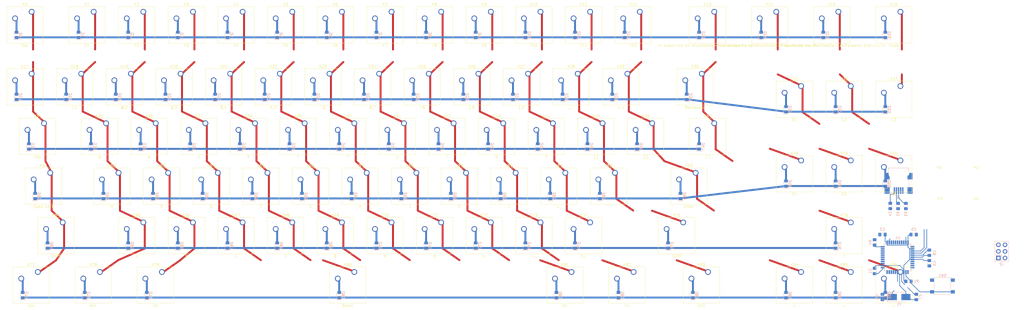
<source format=kicad_pcb>
(kicad_pcb (version 20171130) (host pcbnew "(5.1.5)-3")
  (layers (0 F.Cu signal) (31 B.Cu signal) (34 B.Paste user) (35 F.Paste user) (36 B.SilkS user) (37 F.SilkS user) (38 B.Mask user) (39 F.Mask user) (44 Edge.Cuts user))
  (net 0 "")
  (net 1 GND)
  (net 2 VCC)
  (net 3 "Net-(C6-Pad1)")
  (net 4 "Net-(C7-Pad1)")
  (net 5 "Net-(C8-Pad1)")
  (net 6 "Net-(J1-Pad4)")
  (net 7 "Net-(J1-Pad3)")
  (net 8 "Net-(J1-Pad2)")
  (net 9 "Net-(R1-Pad1)")
  (net 10 "Net-(R2-Pad1)")
  (net 11 "Net-(R3-Pad1)")
  (net 12 "Net-(R4-Pad2)")
  (net 13 "Net-(U1-Pad42)")
  (net 14 /Reset)
  (net 15 /Row_0)
  (net 16 /Row_1)
  (net 17 /Row_2)
  (net 18 /Row_3)
  (net 19 /Row_4)
  (net 20 /Row_5)
  (net 21 /Row_6)
  (net 22 /Col_0)
  (net 23 /Col_1)
  (net 24 /Col_2)
  (net 25 /Col_3)
  (net 26 /Col_4)
  (net 27 /Col_5)
  (net 28 /Col_6)
  (net 29 /Col_7)
  (net 30 /Col_8)
  (net 31 /Col_9)
  (net 32 /Col_10)
  (net 33 /Col_11)
  (net 34 /Col_12)
  (net 35 /Col_13)
  (net 36 /Col_14)
  (net 37 /Col_15)
  (net 38 /Col_16)
  (net 39 /Col_17)
  (net 40 "Net-(D0-Pad2)")
  (net 41 "Net-(D1-Pad2)")
  (net 42 "Net-(D2-Pad2)")
  (net 43 "Net-(D3-Pad2)")
  (net 44 "Net-(D4-Pad2)")
  (net 45 "Net-(D5-Pad2)")
  (net 46 "Net-(D6-Pad2)")
  (net 47 "Net-(D7-Pad2)")
  (net 48 "Net-(D8-Pad2)")
  (net 49 "Net-(D9-Pad2)")
  (net 50 "Net-(D10-Pad2)")
  (net 51 "Net-(D11-Pad2)")
  (net 52 "Net-(D12-Pad2)")
  (net 53 "Net-(D13-Pad2)")
  (net 54 "Net-(D14-Pad2)")
  (net 55 "Net-(D15-Pad2)")
  (net 56 "Net-(D16-Pad2)")
  (net 57 "Net-(D17-Pad2)")
  (net 58 "Net-(D18-Pad2)")
  (net 59 "Net-(D19-Pad2)")
  (net 60 "Net-(D20-Pad2)")
  (net 61 "Net-(D21-Pad2)")
  (net 62 "Net-(D22-Pad2)")
  (net 63 "Net-(D23-Pad2)")
  (net 64 "Net-(D24-Pad2)")
  (net 65 "Net-(D25-Pad2)")
  (net 66 "Net-(D26-Pad2)")
  (net 67 "Net-(D27-Pad2)")
  (net 68 "Net-(D28-Pad2)")
  (net 69 "Net-(D29-Pad2)")
  (net 70 "Net-(D30-Pad2)")
  (net 71 "Net-(D31-Pad2)")
  (net 72 "Net-(D32-Pad2)")
  (net 73 "Net-(D33-Pad2)")
  (net 74 "Net-(D34-Pad2)")
  (net 75 "Net-(D35-Pad2)")
  (net 76 "Net-(D36-Pad2)")
  (net 77 "Net-(D37-Pad2)")
  (net 78 "Net-(D38-Pad2)")
  (net 79 "Net-(D39-Pad2)")
  (net 80 "Net-(D40-Pad2)")
  (net 81 "Net-(D41-Pad2)")
  (net 82 "Net-(D42-Pad2)")
  (net 83 "Net-(D43-Pad2)")
  (net 84 "Net-(D44-Pad2)")
  (net 85 "Net-(D45-Pad2)")
  (net 86 "Net-(D46-Pad2)")
  (net 87 "Net-(D47-Pad2)")
  (net 88 "Net-(D48-Pad2)")
  (net 89 "Net-(D49-Pad2)")
  (net 90 "Net-(D50-Pad2)")
  (net 91 "Net-(D51-Pad2)")
  (net 92 "Net-(D52-Pad2)")
  (net 93 "Net-(D53-Pad2)")
  (net 94 "Net-(D54-Pad2)")
  (net 95 "Net-(D55-Pad2)")
  (net 96 "Net-(D56-Pad2)")
  (net 97 "Net-(D57-Pad2)")
  (net 98 "Net-(D58-Pad2)")
  (net 99 "Net-(D59-Pad2)")
  (net 100 "Net-(D60-Pad2)")
  (net 101 "Net-(D61-Pad2)")
  (net 102 "Net-(D62-Pad2)")
  (net 103 "Net-(D63-Pad2)")
  (net 104 "Net-(D64-Pad2)")
  (net 105 "Net-(D65-Pad2)")
  (net 106 "Net-(D66-Pad2)")
  (net 107 "Net-(D67-Pad2)")
  (net 108 "Net-(D68-Pad2)")
  (net 109 "Net-(D69-Pad2)")
  (net 110 "Net-(D70-Pad2)")
  (net 111 "Net-(D71-Pad2)")
  (net 112 "Net-(D72-Pad2)")
  (net 113 "Net-(D73-Pad2)")
  (net 114 "Net-(D74-Pad2)")
  (net 115 "Net-(D75-Pad2)")
  (net 116 "Net-(D76-Pad2)")
  (net 117 "Net-(D77-Pad2)")
  (net 118 "Net-(D78-Pad2)")
  (net 119 "Net-(D79-Pad2)")
  (net 120 "Net-(D80-Pad2)")
  (net 121 "Net-(D81-Pad2)")
  (net 122 "Net-(D82-Pad2)")
  (net 123 "Net-(D83-Pad2)")
  (net 124 "Net-(D84-Pad2)")
  (net 125 "Net-(D85-Pad2)")
  (net 126 "Net-(D86-Pad2)")
  (net 127 UNKNOWN)
  (module Button_Switch_Keyboard:SW_Cherry_MX_1.00u_PCB (layer F.Cu) (at -90.475 46.355000000000004)
    (fp_text reference K0 (at -2.54 -2.794) (layer F.SilkS))
    (fp_text value "Esc" (at -2.54 12.954) (layer F.SilkS))
    (pad "" np_thru_hole circle (at 2.54 5.08) (size 1.7 1.7) (drill 1.7) (layers *.Cu *.Mask))
    (pad "" np_thru_hole circle (at -7.62 5.08) (size 1.7 1.7) (drill 1.7) (layers *.Cu *.Mask))
    (pad "" np_thru_hole circle (at -2.54 5.08) (size 4 4) (drill 4) (layers *.Cu *.Mask))
    (pad 2 thru_hole circle (at -6.35 2.54) (size 2.2 2.2) (drill 1.5) (layers *.Cu *.Mask) (net 40 "Net-(D0-Pad2)"))
    (pad 1 thru_hole circle (at 0 0) (size 2.2 2.2) (drill 1.5) (layers *.Cu *.Mask) (net 22 /Col_0))
  )
  (module Diode_SMD:D_0805_2012Metric_Pad1.15x1.40mm_HandSolder (layer B.Cu) (at -96.27499999999999 55.245000000000005 90)
    (fp_text reference D0 (at 0 1.65 90) (layer B.SilkS) (effects (justify mirror)))
    (fp_text value D)
    (pad 1 smd roundrect (at -1.025 0 90) (size 1.15 1.4) (layers B.Cu B.Paste B.Mask) (roundrect_rratio 0.217391) (net 16 /Row_1))
    (pad 2 smd roundrect (at 1.025 0 90) (size 1.15 1.4) (layers B.Cu B.Paste B.Mask) (roundrect_rratio 0.217391) (net 40 "Net-(D0-Pad2)"))
  )
  (segment (start -96.27499999999999 48.895) (end -96.27499999999999 54.125) (width 0.75) (layer B.Cu) (net 40))
  (module Button_Switch_Keyboard:SW_Cherry_MX_1.00u_PCB (layer F.Cu) (at -66.6625 46.355000000000004)
    (fp_text reference K1 (at -2.54 -2.794) (layer F.SilkS))
    (fp_text value "F1" (at -2.54 12.954) (layer F.SilkS))
    (pad "" np_thru_hole circle (at 2.54 5.08) (size 1.7 1.7) (drill 1.7) (layers *.Cu *.Mask))
    (pad "" np_thru_hole circle (at -7.62 5.08) (size 1.7 1.7) (drill 1.7) (layers *.Cu *.Mask))
    (pad "" np_thru_hole circle (at -2.54 5.08) (size 4 4) (drill 4) (layers *.Cu *.Mask))
    (pad 2 thru_hole circle (at -6.35 2.54) (size 2.2 2.2) (drill 1.5) (layers *.Cu *.Mask) (net 41 "Net-(D1-Pad2)"))
    (pad 1 thru_hole circle (at 0 0) (size 2.2 2.2) (drill 1.5) (layers *.Cu *.Mask) (net 23 /Col_1))
  )
  (module Diode_SMD:D_0805_2012Metric_Pad1.15x1.40mm_HandSolder (layer B.Cu) (at -72.46249999999999 55.245000000000005 90)
    (fp_text reference D1 (at 0 1.65 90) (layer B.SilkS) (effects (justify mirror)))
    (fp_text value D)
    (pad 1 smd roundrect (at -1.025 0 90) (size 1.15 1.4) (layers B.Cu B.Paste B.Mask) (roundrect_rratio 0.217391) (net 16 /Row_1))
    (pad 2 smd roundrect (at 1.025 0 90) (size 1.15 1.4) (layers B.Cu B.Paste B.Mask) (roundrect_rratio 0.217391) (net 41 "Net-(D1-Pad2)"))
  )
  (segment (start -72.46249999999999 48.895) (end -72.46249999999999 54.125) (width 0.75) (layer B.Cu) (net 41))
  (module Button_Switch_Keyboard:SW_Cherry_MX_1.00u_PCB (layer F.Cu) (at -47.6125 46.355000000000004)
    (fp_text reference K2 (at -2.54 -2.794) (layer F.SilkS))
    (fp_text value "F2" (at -2.54 12.954) (layer F.SilkS))
    (pad "" np_thru_hole circle (at 2.54 5.08) (size 1.7 1.7) (drill 1.7) (layers *.Cu *.Mask))
    (pad "" np_thru_hole circle (at -7.62 5.08) (size 1.7 1.7) (drill 1.7) (layers *.Cu *.Mask))
    (pad "" np_thru_hole circle (at -2.54 5.08) (size 4 4) (drill 4) (layers *.Cu *.Mask))
    (pad 2 thru_hole circle (at -6.35 2.54) (size 2.2 2.2) (drill 1.5) (layers *.Cu *.Mask) (net 42 "Net-(D2-Pad2)"))
    (pad 1 thru_hole circle (at 0 0) (size 2.2 2.2) (drill 1.5) (layers *.Cu *.Mask) (net 24 /Col_2))
  )
  (module Diode_SMD:D_0805_2012Metric_Pad1.15x1.40mm_HandSolder (layer B.Cu) (at -53.412499999999994 55.245000000000005 90)
    (fp_text reference D2 (at 0 1.65 90) (layer B.SilkS) (effects (justify mirror)))
    (fp_text value D)
    (pad 1 smd roundrect (at -1.025 0 90) (size 1.15 1.4) (layers B.Cu B.Paste B.Mask) (roundrect_rratio 0.217391) (net 16 /Row_1))
    (pad 2 smd roundrect (at 1.025 0 90) (size 1.15 1.4) (layers B.Cu B.Paste B.Mask) (roundrect_rratio 0.217391) (net 42 "Net-(D2-Pad2)"))
  )
  (segment (start -53.412499999999994 48.895) (end -53.412499999999994 54.125) (width 0.75) (layer B.Cu) (net 42))
  (module Button_Switch_Keyboard:SW_Cherry_MX_1.00u_PCB (layer F.Cu) (at -28.5625 46.355000000000004)
    (fp_text reference K3 (at -2.54 -2.794) (layer F.SilkS))
    (fp_text value "F3" (at -2.54 12.954) (layer F.SilkS))
    (pad "" np_thru_hole circle (at 2.54 5.08) (size 1.7 1.7) (drill 1.7) (layers *.Cu *.Mask))
    (pad "" np_thru_hole circle (at -7.62 5.08) (size 1.7 1.7) (drill 1.7) (layers *.Cu *.Mask))
    (pad "" np_thru_hole circle (at -2.54 5.08) (size 4 4) (drill 4) (layers *.Cu *.Mask))
    (pad 2 thru_hole circle (at -6.35 2.54) (size 2.2 2.2) (drill 1.5) (layers *.Cu *.Mask) (net 43 "Net-(D3-Pad2)"))
    (pad 1 thru_hole circle (at 0 0) (size 2.2 2.2) (drill 1.5) (layers *.Cu *.Mask) (net 25 /Col_3))
  )
  (module Diode_SMD:D_0805_2012Metric_Pad1.15x1.40mm_HandSolder (layer B.Cu) (at -34.3625 55.245000000000005 90)
    (fp_text reference D3 (at 0 1.65 90) (layer B.SilkS) (effects (justify mirror)))
    (fp_text value D)
    (pad 1 smd roundrect (at -1.025 0 90) (size 1.15 1.4) (layers B.Cu B.Paste B.Mask) (roundrect_rratio 0.217391) (net 16 /Row_1))
    (pad 2 smd roundrect (at 1.025 0 90) (size 1.15 1.4) (layers B.Cu B.Paste B.Mask) (roundrect_rratio 0.217391) (net 43 "Net-(D3-Pad2)"))
  )
  (segment (start -34.3625 48.895) (end -34.3625 54.125) (width 0.75) (layer B.Cu) (net 43))
  (module Button_Switch_Keyboard:SW_Cherry_MX_1.00u_PCB (layer F.Cu) (at -9.512500000000003 46.355000000000004)
    (fp_text reference K4 (at -2.54 -2.794) (layer F.SilkS))
    (fp_text value "F4" (at -2.54 12.954) (layer F.SilkS))
    (pad "" np_thru_hole circle (at 2.54 5.08) (size 1.7 1.7) (drill 1.7) (layers *.Cu *.Mask))
    (pad "" np_thru_hole circle (at -7.62 5.08) (size 1.7 1.7) (drill 1.7) (layers *.Cu *.Mask))
    (pad "" np_thru_hole circle (at -2.54 5.08) (size 4 4) (drill 4) (layers *.Cu *.Mask))
    (pad 2 thru_hole circle (at -6.35 2.54) (size 2.2 2.2) (drill 1.5) (layers *.Cu *.Mask) (net 44 "Net-(D4-Pad2)"))
    (pad 1 thru_hole circle (at 0 0) (size 2.2 2.2) (drill 1.5) (layers *.Cu *.Mask) (net 26 /Col_4))
  )
  (module Diode_SMD:D_0805_2012Metric_Pad1.15x1.40mm_HandSolder (layer B.Cu) (at -15.312500000000004 55.245000000000005 90)
    (fp_text reference D4 (at 0 1.65 90) (layer B.SilkS) (effects (justify mirror)))
    (fp_text value D)
    (pad 1 smd roundrect (at -1.025 0 90) (size 1.15 1.4) (layers B.Cu B.Paste B.Mask) (roundrect_rratio 0.217391) (net 16 /Row_1))
    (pad 2 smd roundrect (at 1.025 0 90) (size 1.15 1.4) (layers B.Cu B.Paste B.Mask) (roundrect_rratio 0.217391) (net 44 "Net-(D4-Pad2)"))
  )
  (segment (start -15.312500000000004 48.895) (end -15.312500000000004 54.125) (width 0.75) (layer B.Cu) (net 44))
  (module Button_Switch_Keyboard:SW_Cherry_MX_1.00u_PCB (layer F.Cu) (at 9.537500000000009 46.355000000000004)
    (fp_text reference K5 (at -2.54 -2.794) (layer F.SilkS))
    (fp_text value "F5" (at -2.54 12.954) (layer F.SilkS))
    (pad "" np_thru_hole circle (at 2.54 5.08) (size 1.7 1.7) (drill 1.7) (layers *.Cu *.Mask))
    (pad "" np_thru_hole circle (at -7.62 5.08) (size 1.7 1.7) (drill 1.7) (layers *.Cu *.Mask))
    (pad "" np_thru_hole circle (at -2.54 5.08) (size 4 4) (drill 4) (layers *.Cu *.Mask))
    (pad 2 thru_hole circle (at -6.35 2.54) (size 2.2 2.2) (drill 1.5) (layers *.Cu *.Mask) (net 45 "Net-(D5-Pad2)"))
    (pad 1 thru_hole circle (at 0 0) (size 2.2 2.2) (drill 1.5) (layers *.Cu *.Mask) (net 27 /Col_5))
  )
  (module Diode_SMD:D_0805_2012Metric_Pad1.15x1.40mm_HandSolder (layer B.Cu) (at 3.7375000000000087 55.245000000000005 90)
    (fp_text reference D5 (at 0 1.65 90) (layer B.SilkS) (effects (justify mirror)))
    (fp_text value D)
    (pad 1 smd roundrect (at -1.025 0 90) (size 1.15 1.4) (layers B.Cu B.Paste B.Mask) (roundrect_rratio 0.217391) (net 16 /Row_1))
    (pad 2 smd roundrect (at 1.025 0 90) (size 1.15 1.4) (layers B.Cu B.Paste B.Mask) (roundrect_rratio 0.217391) (net 45 "Net-(D5-Pad2)"))
  )
  (segment (start 3.7375000000000087 48.895) (end 3.7375000000000087 54.125) (width 0.75) (layer B.Cu) (net 45))
  (module Button_Switch_Keyboard:SW_Cherry_MX_1.00u_PCB (layer F.Cu) (at 28.587500000000006 46.355000000000004)
    (fp_text reference K6 (at -2.54 -2.794) (layer F.SilkS))
    (fp_text value "F6" (at -2.54 12.954) (layer F.SilkS))
    (pad "" np_thru_hole circle (at 2.54 5.08) (size 1.7 1.7) (drill 1.7) (layers *.Cu *.Mask))
    (pad "" np_thru_hole circle (at -7.62 5.08) (size 1.7 1.7) (drill 1.7) (layers *.Cu *.Mask))
    (pad "" np_thru_hole circle (at -2.54 5.08) (size 4 4) (drill 4) (layers *.Cu *.Mask))
    (pad 2 thru_hole circle (at -6.35 2.54) (size 2.2 2.2) (drill 1.5) (layers *.Cu *.Mask) (net 46 "Net-(D6-Pad2)"))
    (pad 1 thru_hole circle (at 0 0) (size 2.2 2.2) (drill 1.5) (layers *.Cu *.Mask) (net 28 /Col_6))
  )
  (module Diode_SMD:D_0805_2012Metric_Pad1.15x1.40mm_HandSolder (layer B.Cu) (at 22.787500000000005 55.245000000000005 90)
    (fp_text reference D6 (at 0 1.65 90) (layer B.SilkS) (effects (justify mirror)))
    (fp_text value D)
    (pad 1 smd roundrect (at -1.025 0 90) (size 1.15 1.4) (layers B.Cu B.Paste B.Mask) (roundrect_rratio 0.217391) (net 16 /Row_1))
    (pad 2 smd roundrect (at 1.025 0 90) (size 1.15 1.4) (layers B.Cu B.Paste B.Mask) (roundrect_rratio 0.217391) (net 46 "Net-(D6-Pad2)"))
  )
  (segment (start 22.787500000000005 48.895) (end 22.787500000000005 54.125) (width 0.75) (layer B.Cu) (net 46))
  (module Button_Switch_Keyboard:SW_Cherry_MX_1.00u_PCB (layer F.Cu) (at 47.63750000000002 46.355000000000004)
    (fp_text reference K7 (at -2.54 -2.794) (layer F.SilkS))
    (fp_text value "F7" (at -2.54 12.954) (layer F.SilkS))
    (pad "" np_thru_hole circle (at 2.54 5.08) (size 1.7 1.7) (drill 1.7) (layers *.Cu *.Mask))
    (pad "" np_thru_hole circle (at -7.62 5.08) (size 1.7 1.7) (drill 1.7) (layers *.Cu *.Mask))
    (pad "" np_thru_hole circle (at -2.54 5.08) (size 4 4) (drill 4) (layers *.Cu *.Mask))
    (pad 2 thru_hole circle (at -6.35 2.54) (size 2.2 2.2) (drill 1.5) (layers *.Cu *.Mask) (net 47 "Net-(D7-Pad2)"))
    (pad 1 thru_hole circle (at 0 0) (size 2.2 2.2) (drill 1.5) (layers *.Cu *.Mask) (net 29 /Col_7))
  )
  (module Diode_SMD:D_0805_2012Metric_Pad1.15x1.40mm_HandSolder (layer B.Cu) (at 41.83750000000002 55.245000000000005 90)
    (fp_text reference D7 (at 0 1.65 90) (layer B.SilkS) (effects (justify mirror)))
    (fp_text value D)
    (pad 1 smd roundrect (at -1.025 0 90) (size 1.15 1.4) (layers B.Cu B.Paste B.Mask) (roundrect_rratio 0.217391) (net 16 /Row_1))
    (pad 2 smd roundrect (at 1.025 0 90) (size 1.15 1.4) (layers B.Cu B.Paste B.Mask) (roundrect_rratio 0.217391) (net 47 "Net-(D7-Pad2)"))
  )
  (segment (start 41.83750000000002 48.895) (end 41.83750000000002 54.125) (width 0.75) (layer B.Cu) (net 47))
  (module Button_Switch_Keyboard:SW_Cherry_MX_1.00u_PCB (layer F.Cu) (at 66.6875 46.355000000000004)
    (fp_text reference K8 (at -2.54 -2.794) (layer F.SilkS))
    (fp_text value "F8" (at -2.54 12.954) (layer F.SilkS))
    (pad "" np_thru_hole circle (at 2.54 5.08) (size 1.7 1.7) (drill 1.7) (layers *.Cu *.Mask))
    (pad "" np_thru_hole circle (at -7.62 5.08) (size 1.7 1.7) (drill 1.7) (layers *.Cu *.Mask))
    (pad "" np_thru_hole circle (at -2.54 5.08) (size 4 4) (drill 4) (layers *.Cu *.Mask))
    (pad 2 thru_hole circle (at -6.35 2.54) (size 2.2 2.2) (drill 1.5) (layers *.Cu *.Mask) (net 48 "Net-(D8-Pad2)"))
    (pad 1 thru_hole circle (at 0 0) (size 2.2 2.2) (drill 1.5) (layers *.Cu *.Mask) (net 30 /Col_8))
  )
  (module Diode_SMD:D_0805_2012Metric_Pad1.15x1.40mm_HandSolder (layer B.Cu) (at 60.8875 55.245000000000005 90)
    (fp_text reference D8 (at 0 1.65 90) (layer B.SilkS) (effects (justify mirror)))
    (fp_text value D)
    (pad 1 smd roundrect (at -1.025 0 90) (size 1.15 1.4) (layers B.Cu B.Paste B.Mask) (roundrect_rratio 0.217391) (net 16 /Row_1))
    (pad 2 smd roundrect (at 1.025 0 90) (size 1.15 1.4) (layers B.Cu B.Paste B.Mask) (roundrect_rratio 0.217391) (net 48 "Net-(D8-Pad2)"))
  )
  (segment (start 60.8875 48.895) (end 60.8875 54.125) (width 0.75) (layer B.Cu) (net 48))
  (module Button_Switch_Keyboard:SW_Cherry_MX_1.00u_PCB (layer F.Cu) (at 85.73750000000001 46.355000000000004)
    (fp_text reference K9 (at -2.54 -2.794) (layer F.SilkS))
    (fp_text value "F9" (at -2.54 12.954) (layer F.SilkS))
    (pad "" np_thru_hole circle (at 2.54 5.08) (size 1.7 1.7) (drill 1.7) (layers *.Cu *.Mask))
    (pad "" np_thru_hole circle (at -7.62 5.08) (size 1.7 1.7) (drill 1.7) (layers *.Cu *.Mask))
    (pad "" np_thru_hole circle (at -2.54 5.08) (size 4 4) (drill 4) (layers *.Cu *.Mask))
    (pad 2 thru_hole circle (at -6.35 2.54) (size 2.2 2.2) (drill 1.5) (layers *.Cu *.Mask) (net 49 "Net-(D9-Pad2)"))
    (pad 1 thru_hole circle (at 0 0) (size 2.2 2.2) (drill 1.5) (layers *.Cu *.Mask) (net 31 /Col_9))
  )
  (module Diode_SMD:D_0805_2012Metric_Pad1.15x1.40mm_HandSolder (layer B.Cu) (at 79.93750000000001 55.245000000000005 90)
    (fp_text reference D9 (at 0 1.65 90) (layer B.SilkS) (effects (justify mirror)))
    (fp_text value D)
    (pad 1 smd roundrect (at -1.025 0 90) (size 1.15 1.4) (layers B.Cu B.Paste B.Mask) (roundrect_rratio 0.217391) (net 16 /Row_1))
    (pad 2 smd roundrect (at 1.025 0 90) (size 1.15 1.4) (layers B.Cu B.Paste B.Mask) (roundrect_rratio 0.217391) (net 49 "Net-(D9-Pad2)"))
  )
  (segment (start 79.93750000000001 48.895) (end 79.93750000000001 54.125) (width 0.75) (layer B.Cu) (net 49))
  (module Button_Switch_Keyboard:SW_Cherry_MX_1.00u_PCB (layer F.Cu) (at 104.7875 46.355000000000004)
    (fp_text reference K10 (at -2.54 -2.794) (layer F.SilkS))
    (fp_text value "F10" (at -2.54 12.954) (layer F.SilkS))
    (pad "" np_thru_hole circle (at 2.54 5.08) (size 1.7 1.7) (drill 1.7) (layers *.Cu *.Mask))
    (pad "" np_thru_hole circle (at -7.62 5.08) (size 1.7 1.7) (drill 1.7) (layers *.Cu *.Mask))
    (pad "" np_thru_hole circle (at -2.54 5.08) (size 4 4) (drill 4) (layers *.Cu *.Mask))
    (pad 2 thru_hole circle (at -6.35 2.54) (size 2.2 2.2) (drill 1.5) (layers *.Cu *.Mask) (net 50 "Net-(D10-Pad2)"))
    (pad 1 thru_hole circle (at 0 0) (size 2.2 2.2) (drill 1.5) (layers *.Cu *.Mask) (net 32 /Col_10))
  )
  (module Diode_SMD:D_0805_2012Metric_Pad1.15x1.40mm_HandSolder (layer B.Cu) (at 98.9875 55.245000000000005 90)
    (fp_text reference D10 (at 0 1.65 90) (layer B.SilkS) (effects (justify mirror)))
    (fp_text value D)
    (pad 1 smd roundrect (at -1.025 0 90) (size 1.15 1.4) (layers B.Cu B.Paste B.Mask) (roundrect_rratio 0.217391) (net 16 /Row_1))
    (pad 2 smd roundrect (at 1.025 0 90) (size 1.15 1.4) (layers B.Cu B.Paste B.Mask) (roundrect_rratio 0.217391) (net 50 "Net-(D10-Pad2)"))
  )
  (segment (start 98.9875 48.895) (end 98.9875 54.125) (width 0.75) (layer B.Cu) (net 50))
  (module Button_Switch_Keyboard:SW_Cherry_MX_1.00u_PCB (layer F.Cu) (at 123.8375 46.355000000000004)
    (fp_text reference K11 (at -2.54 -2.794) (layer F.SilkS))
    (fp_text value "F11" (at -2.54 12.954) (layer F.SilkS))
    (pad "" np_thru_hole circle (at 2.54 5.08) (size 1.7 1.7) (drill 1.7) (layers *.Cu *.Mask))
    (pad "" np_thru_hole circle (at -7.62 5.08) (size 1.7 1.7) (drill 1.7) (layers *.Cu *.Mask))
    (pad "" np_thru_hole circle (at -2.54 5.08) (size 4 4) (drill 4) (layers *.Cu *.Mask))
    (pad 2 thru_hole circle (at -6.35 2.54) (size 2.2 2.2) (drill 1.5) (layers *.Cu *.Mask) (net 51 "Net-(D11-Pad2)"))
    (pad 1 thru_hole circle (at 0 0) (size 2.2 2.2) (drill 1.5) (layers *.Cu *.Mask) (net 33 /Col_11))
  )
  (module Diode_SMD:D_0805_2012Metric_Pad1.15x1.40mm_HandSolder (layer B.Cu) (at 118.03750000000001 55.245000000000005 90)
    (fp_text reference D11 (at 0 1.65 90) (layer B.SilkS) (effects (justify mirror)))
    (fp_text value D)
    (pad 1 smd roundrect (at -1.025 0 90) (size 1.15 1.4) (layers B.Cu B.Paste B.Mask) (roundrect_rratio 0.217391) (net 16 /Row_1))
    (pad 2 smd roundrect (at 1.025 0 90) (size 1.15 1.4) (layers B.Cu B.Paste B.Mask) (roundrect_rratio 0.217391) (net 51 "Net-(D11-Pad2)"))
  )
  (segment (start 118.03750000000001 48.895) (end 118.03750000000001 54.125) (width 0.75) (layer B.Cu) (net 51))
  (module Button_Switch_Keyboard:SW_Cherry_MX_1.00u_PCB (layer F.Cu) (at 142.88750000000002 46.355000000000004)
    (fp_text reference K12 (at -2.54 -2.794) (layer F.SilkS))
    (fp_text value "F12" (at -2.54 12.954) (layer F.SilkS))
    (pad "" np_thru_hole circle (at 2.54 5.08) (size 1.7 1.7) (drill 1.7) (layers *.Cu *.Mask))
    (pad "" np_thru_hole circle (at -7.62 5.08) (size 1.7 1.7) (drill 1.7) (layers *.Cu *.Mask))
    (pad "" np_thru_hole circle (at -2.54 5.08) (size 4 4) (drill 4) (layers *.Cu *.Mask))
    (pad 2 thru_hole circle (at -6.35 2.54) (size 2.2 2.2) (drill 1.5) (layers *.Cu *.Mask) (net 52 "Net-(D12-Pad2)"))
    (pad 1 thru_hole circle (at 0 0) (size 2.2 2.2) (drill 1.5) (layers *.Cu *.Mask) (net 34 /Col_12))
  )
  (module Diode_SMD:D_0805_2012Metric_Pad1.15x1.40mm_HandSolder (layer B.Cu) (at 137.0875 55.245000000000005 90)
    (fp_text reference D12 (at 0 1.65 90) (layer B.SilkS) (effects (justify mirror)))
    (fp_text value D)
    (pad 1 smd roundrect (at -1.025 0 90) (size 1.15 1.4) (layers B.Cu B.Paste B.Mask) (roundrect_rratio 0.217391) (net 16 /Row_1))
    (pad 2 smd roundrect (at 1.025 0 90) (size 1.15 1.4) (layers B.Cu B.Paste B.Mask) (roundrect_rratio 0.217391) (net 52 "Net-(D12-Pad2)"))
  )
  (segment (start 137.0875 48.895) (end 137.0875 54.125) (width 0.75) (layer B.Cu) (net 52))
  (module Button_Switch_Keyboard:SW_Cherry_MX_1.00u_PCB (layer F.Cu) (at 171.46250000000003 46.355000000000004)
    (fp_text reference K13 (at -2.54 -2.794) (layer F.SilkS))
    (fp_text value "<i class='kb kb-Multimedia-Rewind-Start'></i>" (at -2.54 12.954) (layer F.SilkS))
    (pad "" np_thru_hole circle (at 2.54 5.08) (size 1.7 1.7) (drill 1.7) (layers *.Cu *.Mask))
    (pad "" np_thru_hole circle (at -7.62 5.08) (size 1.7 1.7) (drill 1.7) (layers *.Cu *.Mask))
    (pad "" np_thru_hole circle (at -2.54 5.08) (size 4 4) (drill 4) (layers *.Cu *.Mask))
    (pad 2 thru_hole circle (at -6.35 2.54) (size 2.2 2.2) (drill 1.5) (layers *.Cu *.Mask) (net 53 "Net-(D13-Pad2)"))
    (pad 1 thru_hole circle (at 0 0) (size 2.2 2.2) (drill 1.5) (layers *.Cu *.Mask) (net 35 /Col_13))
  )
  (module Diode_SMD:D_0805_2012Metric_Pad1.15x1.40mm_HandSolder (layer B.Cu) (at 165.66250000000002 55.245000000000005 90)
    (fp_text reference D13 (at 0 1.65 90) (layer B.SilkS) (effects (justify mirror)))
    (fp_text value D)
    (pad 1 smd roundrect (at -1.025 0 90) (size 1.15 1.4) (layers B.Cu B.Paste B.Mask) (roundrect_rratio 0.217391) (net 16 /Row_1))
    (pad 2 smd roundrect (at 1.025 0 90) (size 1.15 1.4) (layers B.Cu B.Paste B.Mask) (roundrect_rratio 0.217391) (net 53 "Net-(D13-Pad2)"))
  )
  (segment (start 165.66250000000002 48.895) (end 165.66250000000002 54.125) (width 0.75) (layer B.Cu) (net 53))
  (module Button_Switch_Keyboard:SW_Cherry_MX_1.00u_PCB (layer F.Cu) (at 195.27500000000003 46.355000000000004)
    (fp_text reference K14 (at -2.54 -2.794) (layer F.SilkS))
    (fp_text value "<i class='kb kb-Multimedia-Play-Pause'></i>" (at -2.54 12.954) (layer F.SilkS))
    (pad "" np_thru_hole circle (at 2.54 5.08) (size 1.7 1.7) (drill 1.7) (layers *.Cu *.Mask))
    (pad "" np_thru_hole circle (at -7.62 5.08) (size 1.7 1.7) (drill 1.7) (layers *.Cu *.Mask))
    (pad "" np_thru_hole circle (at -2.54 5.08) (size 4 4) (drill 4) (layers *.Cu *.Mask))
    (pad 2 thru_hole circle (at -6.35 2.54) (size 2.2 2.2) (drill 1.5) (layers *.Cu *.Mask) (net 54 "Net-(D14-Pad2)"))
    (pad 1 thru_hole circle (at 0 0) (size 2.2 2.2) (drill 1.5) (layers *.Cu *.Mask) (net 36 /Col_14))
  )
  (module Diode_SMD:D_0805_2012Metric_Pad1.15x1.40mm_HandSolder (layer B.Cu) (at 189.47500000000002 55.245000000000005 90)
    (fp_text reference D14 (at 0 1.65 90) (layer B.SilkS) (effects (justify mirror)))
    (fp_text value D)
    (pad 1 smd roundrect (at -1.025 0 90) (size 1.15 1.4) (layers B.Cu B.Paste B.Mask) (roundrect_rratio 0.217391) (net 16 /Row_1))
    (pad 2 smd roundrect (at 1.025 0 90) (size 1.15 1.4) (layers B.Cu B.Paste B.Mask) (roundrect_rratio 0.217391) (net 54 "Net-(D14-Pad2)"))
  )
  (segment (start 189.47500000000002 48.895) (end 189.47500000000002 54.125) (width 0.75) (layer B.Cu) (net 54))
  (module Button_Switch_Keyboard:SW_Cherry_MX_1.00u_PCB (layer F.Cu) (at 219.08750000000003 46.355000000000004)
    (fp_text reference K15 (at -2.54 -2.794) (layer F.SilkS))
    (fp_text value "<i class='kb kb-Multimedia-FastForward-End'></i>" (at -2.54 12.954) (layer F.SilkS))
    (pad "" np_thru_hole circle (at 2.54 5.08) (size 1.7 1.7) (drill 1.7) (layers *.Cu *.Mask))
    (pad "" np_thru_hole circle (at -7.62 5.08) (size 1.7 1.7) (drill 1.7) (layers *.Cu *.Mask))
    (pad "" np_thru_hole circle (at -2.54 5.08) (size 4 4) (drill 4) (layers *.Cu *.Mask))
    (pad 2 thru_hole circle (at -6.35 2.54) (size 2.2 2.2) (drill 1.5) (layers *.Cu *.Mask) (net 55 "Net-(D15-Pad2)"))
    (pad 1 thru_hole circle (at 0 0) (size 2.2 2.2) (drill 1.5) (layers *.Cu *.Mask) (net 37 /Col_15))
  )
  (module Diode_SMD:D_0805_2012Metric_Pad1.15x1.40mm_HandSolder (layer B.Cu) (at 213.28750000000002 55.245000000000005 90)
    (fp_text reference D15 (at 0 1.65 90) (layer B.SilkS) (effects (justify mirror)))
    (fp_text value D)
    (pad 1 smd roundrect (at -1.025 0 90) (size 1.15 1.4) (layers B.Cu B.Paste B.Mask) (roundrect_rratio 0.217391) (net 16 /Row_1))
    (pad 2 smd roundrect (at 1.025 0 90) (size 1.15 1.4) (layers B.Cu B.Paste B.Mask) (roundrect_rratio 0.217391) (net 55 "Net-(D15-Pad2)"))
  )
  (segment (start 213.28750000000002 48.895) (end 213.28750000000002 54.125) (width 0.75) (layer B.Cu) (net 55))
  (module Button_Switch_Keyboard:SW_Cherry_MX_1.00u_PCB (layer F.Cu) (at 242.90000000000003 46.355000000000004)
    (fp_text reference K16 (at -2.54 -2.794) (layer F.SilkS))
    (fp_text value "Knob" (at -2.54 12.954) (layer F.SilkS))
    (pad "" np_thru_hole circle (at 2.54 5.08) (size 1.7 1.7) (drill 1.7) (layers *.Cu *.Mask))
    (pad "" np_thru_hole circle (at -7.62 5.08) (size 1.7 1.7) (drill 1.7) (layers *.Cu *.Mask))
    (pad "" np_thru_hole circle (at -2.54 5.08) (size 4 4) (drill 4) (layers *.Cu *.Mask))
    (pad 2 thru_hole circle (at -6.35 2.54) (size 2.2 2.2) (drill 1.5) (layers *.Cu *.Mask) (net 56 "Net-(D16-Pad2)"))
    (pad 1 thru_hole circle (at 0 0) (size 2.2 2.2) (drill 1.5) (layers *.Cu *.Mask) (net 38 /Col_16))
  )
  (module Diode_SMD:D_0805_2012Metric_Pad1.15x1.40mm_HandSolder (layer B.Cu) (at 237.10000000000002 55.245000000000005 90)
    (fp_text reference D16 (at 0 1.65 90) (layer B.SilkS) (effects (justify mirror)))
    (fp_text value D)
    (pad 1 smd roundrect (at -1.025 0 90) (size 1.15 1.4) (layers B.Cu B.Paste B.Mask) (roundrect_rratio 0.217391) (net 16 /Row_1))
    (pad 2 smd roundrect (at 1.025 0 90) (size 1.15 1.4) (layers B.Cu B.Paste B.Mask) (roundrect_rratio 0.217391) (net 56 "Net-(D16-Pad2)"))
  )
  (segment (start 237.10000000000002 48.895) (end 237.10000000000002 54.125) (width 0.75) (layer B.Cu) (net 56))
  (module Button_Switch_Keyboard:SW_Cherry_MX_1.00u_PCB (layer F.Cu) (at -90.475 70.1675)
    (fp_text reference K17 (at -2.54 -2.794) (layer F.SilkS))
    (fp_text value "~~,`" (at -2.54 12.954) (layer F.SilkS))
    (pad "" np_thru_hole circle (at 2.54 5.08) (size 1.7 1.7) (drill 1.7) (layers *.Cu *.Mask))
    (pad "" np_thru_hole circle (at -7.62 5.08) (size 1.7 1.7) (drill 1.7) (layers *.Cu *.Mask))
    (pad "" np_thru_hole circle (at -2.54 5.08) (size 4 4) (drill 4) (layers *.Cu *.Mask))
    (pad 2 thru_hole circle (at -6.35 2.54) (size 2.2 2.2) (drill 1.5) (layers *.Cu *.Mask) (net 57 "Net-(D17-Pad2)"))
    (pad 1 thru_hole circle (at 0 0) (size 2.2 2.2) (drill 1.5) (layers *.Cu *.Mask) (net 22 /Col_0))
  )
  (module Diode_SMD:D_0805_2012Metric_Pad1.15x1.40mm_HandSolder (layer B.Cu) (at -96.27499999999999 79.0575 90)
    (fp_text reference D17 (at 0 1.65 90) (layer B.SilkS) (effects (justify mirror)))
    (fp_text value D)
    (pad 1 smd roundrect (at -1.025 0 90) (size 1.15 1.4) (layers B.Cu B.Paste B.Mask) (roundrect_rratio 0.217391) (net 17 /Row_2))
    (pad 2 smd roundrect (at 1.025 0 90) (size 1.15 1.4) (layers B.Cu B.Paste B.Mask) (roundrect_rratio 0.217391) (net 57 "Net-(D17-Pad2)"))
  )
  (segment (start -96.27499999999999 72.70750000000001) (end -96.27499999999999 77.9375) (width 0.75) (layer B.Cu) (net 57))
  (module Button_Switch_Keyboard:SW_Cherry_MX_1.00u_PCB (layer F.Cu) (at -71.425 70.1675)
    (fp_text reference K18 (at -2.54 -2.794) (layer F.SilkS))
    (fp_text value "!,1" (at -2.54 12.954) (layer F.SilkS))
    (pad "" np_thru_hole circle (at 2.54 5.08) (size 1.7 1.7) (drill 1.7) (layers *.Cu *.Mask))
    (pad "" np_thru_hole circle (at -7.62 5.08) (size 1.7 1.7) (drill 1.7) (layers *.Cu *.Mask))
    (pad "" np_thru_hole circle (at -2.54 5.08) (size 4 4) (drill 4) (layers *.Cu *.Mask))
    (pad 2 thru_hole circle (at -6.35 2.54) (size 2.2 2.2) (drill 1.5) (layers *.Cu *.Mask) (net 58 "Net-(D18-Pad2)"))
    (pad 1 thru_hole circle (at 0 0) (size 2.2 2.2) (drill 1.5) (layers *.Cu *.Mask) (net 23 /Col_1))
  )
  (module Diode_SMD:D_0805_2012Metric_Pad1.15x1.40mm_HandSolder (layer B.Cu) (at -77.225 79.0575 90)
    (fp_text reference D18 (at 0 1.65 90) (layer B.SilkS) (effects (justify mirror)))
    (fp_text value D)
    (pad 1 smd roundrect (at -1.025 0 90) (size 1.15 1.4) (layers B.Cu B.Paste B.Mask) (roundrect_rratio 0.217391) (net 17 /Row_2))
    (pad 2 smd roundrect (at 1.025 0 90) (size 1.15 1.4) (layers B.Cu B.Paste B.Mask) (roundrect_rratio 0.217391) (net 58 "Net-(D18-Pad2)"))
  )
  (segment (start -77.225 72.70750000000001) (end -77.225 77.9375) (width 0.75) (layer B.Cu) (net 58))
  (module Button_Switch_Keyboard:SW_Cherry_MX_1.00u_PCB (layer F.Cu) (at -52.375 70.1675)
    (fp_text reference K19 (at -2.54 -2.794) (layer F.SilkS))
    (fp_text value "@,2" (at -2.54 12.954) (layer F.SilkS))
    (pad "" np_thru_hole circle (at 2.54 5.08) (size 1.7 1.7) (drill 1.7) (layers *.Cu *.Mask))
    (pad "" np_thru_hole circle (at -7.62 5.08) (size 1.7 1.7) (drill 1.7) (layers *.Cu *.Mask))
    (pad "" np_thru_hole circle (at -2.54 5.08) (size 4 4) (drill 4) (layers *.Cu *.Mask))
    (pad 2 thru_hole circle (at -6.35 2.54) (size 2.2 2.2) (drill 1.5) (layers *.Cu *.Mask) (net 59 "Net-(D19-Pad2)"))
    (pad 1 thru_hole circle (at 0 0) (size 2.2 2.2) (drill 1.5) (layers *.Cu *.Mask) (net 24 /Col_2))
  )
  (module Diode_SMD:D_0805_2012Metric_Pad1.15x1.40mm_HandSolder (layer B.Cu) (at -58.175 79.0575 90)
    (fp_text reference D19 (at 0 1.65 90) (layer B.SilkS) (effects (justify mirror)))
    (fp_text value D)
    (pad 1 smd roundrect (at -1.025 0 90) (size 1.15 1.4) (layers B.Cu B.Paste B.Mask) (roundrect_rratio 0.217391) (net 17 /Row_2))
    (pad 2 smd roundrect (at 1.025 0 90) (size 1.15 1.4) (layers B.Cu B.Paste B.Mask) (roundrect_rratio 0.217391) (net 59 "Net-(D19-Pad2)"))
  )
  (segment (start -58.175 72.70750000000001) (end -58.175 77.9375) (width 0.75) (layer B.Cu) (net 59))
  (module Button_Switch_Keyboard:SW_Cherry_MX_1.00u_PCB (layer F.Cu) (at -33.325 70.1675)
    (fp_text reference K20 (at -2.54 -2.794) (layer F.SilkS))
    (fp_text value "#,3" (at -2.54 12.954) (layer F.SilkS))
    (pad "" np_thru_hole circle (at 2.54 5.08) (size 1.7 1.7) (drill 1.7) (layers *.Cu *.Mask))
    (pad "" np_thru_hole circle (at -7.62 5.08) (size 1.7 1.7) (drill 1.7) (layers *.Cu *.Mask))
    (pad "" np_thru_hole circle (at -2.54 5.08) (size 4 4) (drill 4) (layers *.Cu *.Mask))
    (pad 2 thru_hole circle (at -6.35 2.54) (size 2.2 2.2) (drill 1.5) (layers *.Cu *.Mask) (net 60 "Net-(D20-Pad2)"))
    (pad 1 thru_hole circle (at 0 0) (size 2.2 2.2) (drill 1.5) (layers *.Cu *.Mask) (net 25 /Col_3))
  )
  (module Diode_SMD:D_0805_2012Metric_Pad1.15x1.40mm_HandSolder (layer B.Cu) (at -39.125 79.0575 90)
    (fp_text reference D20 (at 0 1.65 90) (layer B.SilkS) (effects (justify mirror)))
    (fp_text value D)
    (pad 1 smd roundrect (at -1.025 0 90) (size 1.15 1.4) (layers B.Cu B.Paste B.Mask) (roundrect_rratio 0.217391) (net 17 /Row_2))
    (pad 2 smd roundrect (at 1.025 0 90) (size 1.15 1.4) (layers B.Cu B.Paste B.Mask) (roundrect_rratio 0.217391) (net 60 "Net-(D20-Pad2)"))
  )
  (segment (start -39.125 72.70750000000001) (end -39.125 77.9375) (width 0.75) (layer B.Cu) (net 60))
  (module Button_Switch_Keyboard:SW_Cherry_MX_1.00u_PCB (layer F.Cu) (at -14.274999999999991 70.1675)
    (fp_text reference K21 (at -2.54 -2.794) (layer F.SilkS))
    (fp_text value "$,4" (at -2.54 12.954) (layer F.SilkS))
    (pad "" np_thru_hole circle (at 2.54 5.08) (size 1.7 1.7) (drill 1.7) (layers *.Cu *.Mask))
    (pad "" np_thru_hole circle (at -7.62 5.08) (size 1.7 1.7) (drill 1.7) (layers *.Cu *.Mask))
    (pad "" np_thru_hole circle (at -2.54 5.08) (size 4 4) (drill 4) (layers *.Cu *.Mask))
    (pad 2 thru_hole circle (at -6.35 2.54) (size 2.2 2.2) (drill 1.5) (layers *.Cu *.Mask) (net 61 "Net-(D21-Pad2)"))
    (pad 1 thru_hole circle (at 0 0) (size 2.2 2.2) (drill 1.5) (layers *.Cu *.Mask) (net 26 /Col_4))
  )
  (module Diode_SMD:D_0805_2012Metric_Pad1.15x1.40mm_HandSolder (layer B.Cu) (at -20.074999999999992 79.0575 90)
    (fp_text reference D21 (at 0 1.65 90) (layer B.SilkS) (effects (justify mirror)))
    (fp_text value D)
    (pad 1 smd roundrect (at -1.025 0 90) (size 1.15 1.4) (layers B.Cu B.Paste B.Mask) (roundrect_rratio 0.217391) (net 17 /Row_2))
    (pad 2 smd roundrect (at 1.025 0 90) (size 1.15 1.4) (layers B.Cu B.Paste B.Mask) (roundrect_rratio 0.217391) (net 61 "Net-(D21-Pad2)"))
  )
  (segment (start -20.074999999999992 72.70750000000001) (end -20.074999999999992 77.9375) (width 0.75) (layer B.Cu) (net 61))
  (module Button_Switch_Keyboard:SW_Cherry_MX_1.00u_PCB (layer F.Cu) (at 4.775000000000006 70.1675)
    (fp_text reference K22 (at -2.54 -2.794) (layer F.SilkS))
    (fp_text value "%,5" (at -2.54 12.954) (layer F.SilkS))
    (pad "" np_thru_hole circle (at 2.54 5.08) (size 1.7 1.7) (drill 1.7) (layers *.Cu *.Mask))
    (pad "" np_thru_hole circle (at -7.62 5.08) (size 1.7 1.7) (drill 1.7) (layers *.Cu *.Mask))
    (pad "" np_thru_hole circle (at -2.54 5.08) (size 4 4) (drill 4) (layers *.Cu *.Mask))
    (pad 2 thru_hole circle (at -6.35 2.54) (size 2.2 2.2) (drill 1.5) (layers *.Cu *.Mask) (net 62 "Net-(D22-Pad2)"))
    (pad 1 thru_hole circle (at 0 0) (size 2.2 2.2) (drill 1.5) (layers *.Cu *.Mask) (net 27 /Col_5))
  )
  (module Diode_SMD:D_0805_2012Metric_Pad1.15x1.40mm_HandSolder (layer B.Cu) (at -1.0249999999999941 79.0575 90)
    (fp_text reference D22 (at 0 1.65 90) (layer B.SilkS) (effects (justify mirror)))
    (fp_text value D)
    (pad 1 smd roundrect (at -1.025 0 90) (size 1.15 1.4) (layers B.Cu B.Paste B.Mask) (roundrect_rratio 0.217391) (net 17 /Row_2))
    (pad 2 smd roundrect (at 1.025 0 90) (size 1.15 1.4) (layers B.Cu B.Paste B.Mask) (roundrect_rratio 0.217391) (net 62 "Net-(D22-Pad2)"))
  )
  (segment (start -1.0249999999999941 72.70750000000001) (end -1.0249999999999941 77.9375) (width 0.75) (layer B.Cu) (net 62))
  (module Button_Switch_Keyboard:SW_Cherry_MX_1.00u_PCB (layer F.Cu) (at 23.825000000000003 70.1675)
    (fp_text reference K23 (at -2.54 -2.794) (layer F.SilkS))
    (fp_text value "^,6" (at -2.54 12.954) (layer F.SilkS))
    (pad "" np_thru_hole circle (at 2.54 5.08) (size 1.7 1.7) (drill 1.7) (layers *.Cu *.Mask))
    (pad "" np_thru_hole circle (at -7.62 5.08) (size 1.7 1.7) (drill 1.7) (layers *.Cu *.Mask))
    (pad "" np_thru_hole circle (at -2.54 5.08) (size 4 4) (drill 4) (layers *.Cu *.Mask))
    (pad 2 thru_hole circle (at -6.35 2.54) (size 2.2 2.2) (drill 1.5) (layers *.Cu *.Mask) (net 63 "Net-(D23-Pad2)"))
    (pad 1 thru_hole circle (at 0 0) (size 2.2 2.2) (drill 1.5) (layers *.Cu *.Mask) (net 28 /Col_6))
  )
  (module Diode_SMD:D_0805_2012Metric_Pad1.15x1.40mm_HandSolder (layer B.Cu) (at 18.025000000000002 79.0575 90)
    (fp_text reference D23 (at 0 1.65 90) (layer B.SilkS) (effects (justify mirror)))
    (fp_text value D)
    (pad 1 smd roundrect (at -1.025 0 90) (size 1.15 1.4) (layers B.Cu B.Paste B.Mask) (roundrect_rratio 0.217391) (net 17 /Row_2))
    (pad 2 smd roundrect (at 1.025 0 90) (size 1.15 1.4) (layers B.Cu B.Paste B.Mask) (roundrect_rratio 0.217391) (net 63 "Net-(D23-Pad2)"))
  )
  (segment (start 18.025000000000002 72.70750000000001) (end 18.025000000000002 77.9375) (width 0.75) (layer B.Cu) (net 63))
  (module Button_Switch_Keyboard:SW_Cherry_MX_1.00u_PCB (layer F.Cu) (at 42.875 70.1675)
    (fp_text reference K24 (at -2.54 -2.794) (layer F.SilkS))
    (fp_text value "&,7" (at -2.54 12.954) (layer F.SilkS))
    (pad "" np_thru_hole circle (at 2.54 5.08) (size 1.7 1.7) (drill 1.7) (layers *.Cu *.Mask))
    (pad "" np_thru_hole circle (at -7.62 5.08) (size 1.7 1.7) (drill 1.7) (layers *.Cu *.Mask))
    (pad "" np_thru_hole circle (at -2.54 5.08) (size 4 4) (drill 4) (layers *.Cu *.Mask))
    (pad 2 thru_hole circle (at -6.35 2.54) (size 2.2 2.2) (drill 1.5) (layers *.Cu *.Mask) (net 64 "Net-(D24-Pad2)"))
    (pad 1 thru_hole circle (at 0 0) (size 2.2 2.2) (drill 1.5) (layers *.Cu *.Mask) (net 29 /Col_7))
  )
  (module Diode_SMD:D_0805_2012Metric_Pad1.15x1.40mm_HandSolder (layer B.Cu) (at 37.075 79.0575 90)
    (fp_text reference D24 (at 0 1.65 90) (layer B.SilkS) (effects (justify mirror)))
    (fp_text value D)
    (pad 1 smd roundrect (at -1.025 0 90) (size 1.15 1.4) (layers B.Cu B.Paste B.Mask) (roundrect_rratio 0.217391) (net 17 /Row_2))
    (pad 2 smd roundrect (at 1.025 0 90) (size 1.15 1.4) (layers B.Cu B.Paste B.Mask) (roundrect_rratio 0.217391) (net 64 "Net-(D24-Pad2)"))
  )
  (segment (start 37.075 72.70750000000001) (end 37.075 77.9375) (width 0.75) (layer B.Cu) (net 64))
  (module Button_Switch_Keyboard:SW_Cherry_MX_1.00u_PCB (layer F.Cu) (at 61.92500000000001 70.1675)
    (fp_text reference K25 (at -2.54 -2.794) (layer F.SilkS))
    (fp_text value "*,8" (at -2.54 12.954) (layer F.SilkS))
    (pad "" np_thru_hole circle (at 2.54 5.08) (size 1.7 1.7) (drill 1.7) (layers *.Cu *.Mask))
    (pad "" np_thru_hole circle (at -7.62 5.08) (size 1.7 1.7) (drill 1.7) (layers *.Cu *.Mask))
    (pad "" np_thru_hole circle (at -2.54 5.08) (size 4 4) (drill 4) (layers *.Cu *.Mask))
    (pad 2 thru_hole circle (at -6.35 2.54) (size 2.2 2.2) (drill 1.5) (layers *.Cu *.Mask) (net 65 "Net-(D25-Pad2)"))
    (pad 1 thru_hole circle (at 0 0) (size 2.2 2.2) (drill 1.5) (layers *.Cu *.Mask) (net 30 /Col_8))
  )
  (module Diode_SMD:D_0805_2012Metric_Pad1.15x1.40mm_HandSolder (layer B.Cu) (at 56.125000000000014 79.0575 90)
    (fp_text reference D25 (at 0 1.65 90) (layer B.SilkS) (effects (justify mirror)))
    (fp_text value D)
    (pad 1 smd roundrect (at -1.025 0 90) (size 1.15 1.4) (layers B.Cu B.Paste B.Mask) (roundrect_rratio 0.217391) (net 17 /Row_2))
    (pad 2 smd roundrect (at 1.025 0 90) (size 1.15 1.4) (layers B.Cu B.Paste B.Mask) (roundrect_rratio 0.217391) (net 65 "Net-(D25-Pad2)"))
  )
  (segment (start 56.125000000000014 72.70750000000001) (end 56.125000000000014 77.9375) (width 0.75) (layer B.Cu) (net 65))
  (module Button_Switch_Keyboard:SW_Cherry_MX_1.00u_PCB (layer F.Cu) (at 80.975 70.1675)
    (fp_text reference K26 (at -2.54 -2.794) (layer F.SilkS))
    (fp_text value "(,9" (at -2.54 12.954) (layer F.SilkS))
    (pad "" np_thru_hole circle (at 2.54 5.08) (size 1.7 1.7) (drill 1.7) (layers *.Cu *.Mask))
    (pad "" np_thru_hole circle (at -7.62 5.08) (size 1.7 1.7) (drill 1.7) (layers *.Cu *.Mask))
    (pad "" np_thru_hole circle (at -2.54 5.08) (size 4 4) (drill 4) (layers *.Cu *.Mask))
    (pad 2 thru_hole circle (at -6.35 2.54) (size 2.2 2.2) (drill 1.5) (layers *.Cu *.Mask) (net 66 "Net-(D26-Pad2)"))
    (pad 1 thru_hole circle (at 0 0) (size 2.2 2.2) (drill 1.5) (layers *.Cu *.Mask) (net 31 /Col_9))
  )
  (module Diode_SMD:D_0805_2012Metric_Pad1.15x1.40mm_HandSolder (layer B.Cu) (at 75.175 79.0575 90)
    (fp_text reference D26 (at 0 1.65 90) (layer B.SilkS) (effects (justify mirror)))
    (fp_text value D)
    (pad 1 smd roundrect (at -1.025 0 90) (size 1.15 1.4) (layers B.Cu B.Paste B.Mask) (roundrect_rratio 0.217391) (net 17 /Row_2))
    (pad 2 smd roundrect (at 1.025 0 90) (size 1.15 1.4) (layers B.Cu B.Paste B.Mask) (roundrect_rratio 0.217391) (net 66 "Net-(D26-Pad2)"))
  )
  (segment (start 75.175 72.70750000000001) (end 75.175 77.9375) (width 0.75) (layer B.Cu) (net 66))
  (module Button_Switch_Keyboard:SW_Cherry_MX_1.00u_PCB (layer F.Cu) (at 100.025 70.1675)
    (fp_text reference K27 (at -2.54 -2.794) (layer F.SilkS))
    (fp_text value "),0" (at -2.54 12.954) (layer F.SilkS))
    (pad "" np_thru_hole circle (at 2.54 5.08) (size 1.7 1.7) (drill 1.7) (layers *.Cu *.Mask))
    (pad "" np_thru_hole circle (at -7.62 5.08) (size 1.7 1.7) (drill 1.7) (layers *.Cu *.Mask))
    (pad "" np_thru_hole circle (at -2.54 5.08) (size 4 4) (drill 4) (layers *.Cu *.Mask))
    (pad 2 thru_hole circle (at -6.35 2.54) (size 2.2 2.2) (drill 1.5) (layers *.Cu *.Mask) (net 67 "Net-(D27-Pad2)"))
    (pad 1 thru_hole circle (at 0 0) (size 2.2 2.2) (drill 1.5) (layers *.Cu *.Mask) (net 32 /Col_10))
  )
  (module Diode_SMD:D_0805_2012Metric_Pad1.15x1.40mm_HandSolder (layer B.Cu) (at 94.22500000000001 79.0575 90)
    (fp_text reference D27 (at 0 1.65 90) (layer B.SilkS) (effects (justify mirror)))
    (fp_text value D)
    (pad 1 smd roundrect (at -1.025 0 90) (size 1.15 1.4) (layers B.Cu B.Paste B.Mask) (roundrect_rratio 0.217391) (net 17 /Row_2))
    (pad 2 smd roundrect (at 1.025 0 90) (size 1.15 1.4) (layers B.Cu B.Paste B.Mask) (roundrect_rratio 0.217391) (net 67 "Net-(D27-Pad2)"))
  )
  (segment (start 94.22500000000001 72.70750000000001) (end 94.22500000000001 77.9375) (width 0.75) (layer B.Cu) (net 67))
  (module Button_Switch_Keyboard:SW_Cherry_MX_1.00u_PCB (layer F.Cu) (at 119.07500000000002 70.1675)
    (fp_text reference K28 (at -2.54 -2.794) (layer F.SilkS))
    (fp_text value "_,-" (at -2.54 12.954) (layer F.SilkS))
    (pad "" np_thru_hole circle (at 2.54 5.08) (size 1.7 1.7) (drill 1.7) (layers *.Cu *.Mask))
    (pad "" np_thru_hole circle (at -7.62 5.08) (size 1.7 1.7) (drill 1.7) (layers *.Cu *.Mask))
    (pad "" np_thru_hole circle (at -2.54 5.08) (size 4 4) (drill 4) (layers *.Cu *.Mask))
    (pad 2 thru_hole circle (at -6.35 2.54) (size 2.2 2.2) (drill 1.5) (layers *.Cu *.Mask) (net 68 "Net-(D28-Pad2)"))
    (pad 1 thru_hole circle (at 0 0) (size 2.2 2.2) (drill 1.5) (layers *.Cu *.Mask) (net 33 /Col_11))
  )
  (module Diode_SMD:D_0805_2012Metric_Pad1.15x1.40mm_HandSolder (layer B.Cu) (at 113.27500000000002 79.0575 90)
    (fp_text reference D28 (at 0 1.65 90) (layer B.SilkS) (effects (justify mirror)))
    (fp_text value D)
    (pad 1 smd roundrect (at -1.025 0 90) (size 1.15 1.4) (layers B.Cu B.Paste B.Mask) (roundrect_rratio 0.217391) (net 17 /Row_2))
    (pad 2 smd roundrect (at 1.025 0 90) (size 1.15 1.4) (layers B.Cu B.Paste B.Mask) (roundrect_rratio 0.217391) (net 68 "Net-(D28-Pad2)"))
  )
  (segment (start 113.27500000000002 72.70750000000001) (end 113.27500000000002 77.9375) (width 0.75) (layer B.Cu) (net 68))
  (module Button_Switch_Keyboard:SW_Cherry_MX_1.00u_PCB (layer F.Cu) (at 138.125 70.1675)
    (fp_text reference K29 (at -2.54 -2.794) (layer F.SilkS))
    (fp_text value "+,=" (at -2.54 12.954) (layer F.SilkS))
    (pad "" np_thru_hole circle (at 2.54 5.08) (size 1.7 1.7) (drill 1.7) (layers *.Cu *.Mask))
    (pad "" np_thru_hole circle (at -7.62 5.08) (size 1.7 1.7) (drill 1.7) (layers *.Cu *.Mask))
    (pad "" np_thru_hole circle (at -2.54 5.08) (size 4 4) (drill 4) (layers *.Cu *.Mask))
    (pad 2 thru_hole circle (at -6.35 2.54) (size 2.2 2.2) (drill 1.5) (layers *.Cu *.Mask) (net 69 "Net-(D29-Pad2)"))
    (pad 1 thru_hole circle (at 0 0) (size 2.2 2.2) (drill 1.5) (layers *.Cu *.Mask) (net 34 /Col_12))
  )
  (module Diode_SMD:D_0805_2012Metric_Pad1.15x1.40mm_HandSolder (layer B.Cu) (at 132.325 79.0575 90)
    (fp_text reference D29 (at 0 1.65 90) (layer B.SilkS) (effects (justify mirror)))
    (fp_text value D)
    (pad 1 smd roundrect (at -1.025 0 90) (size 1.15 1.4) (layers B.Cu B.Paste B.Mask) (roundrect_rratio 0.217391) (net 17 /Row_2))
    (pad 2 smd roundrect (at 1.025 0 90) (size 1.15 1.4) (layers B.Cu B.Paste B.Mask) (roundrect_rratio 0.217391) (net 69 "Net-(D29-Pad2)"))
  )
  (segment (start 132.325 72.70750000000001) (end 132.325 77.9375) (width 0.75) (layer B.Cu) (net 69))
  (module Button_Switch_Keyboard:SW_Cherry_MX_2.00u_PCB (layer F.Cu) (at 166.7 70.1675)
    (fp_text reference K30 (at -2.54 -2.794) (layer F.SilkS))
    (fp_text value "Backspace" (at -2.54 12.954) (layer F.SilkS))
    (pad "" np_thru_hole circle (at 2.54 5.08) (size 1.7 1.7) (drill 1.7) (layers *.Cu *.Mask))
    (pad "" np_thru_hole circle (at -7.62 5.08) (size 1.7 1.7) (drill 1.7) (layers *.Cu *.Mask))
    (pad "" np_thru_hole circle (at -2.54 5.08) (size 4 4) (drill 4) (layers *.Cu *.Mask))
    (pad 2 thru_hole circle (at -6.35 2.54) (size 2.2 2.2) (drill 1.5) (layers *.Cu *.Mask) (net 70 "Net-(D30-Pad2)"))
    (pad 1 thru_hole circle (at 0 0) (size 2.2 2.2) (drill 1.5) (layers *.Cu *.Mask) (net 35 /Col_13))
  )
  (module Diode_SMD:D_0805_2012Metric_Pad1.15x1.40mm_HandSolder (layer B.Cu) (at 160.89999999999998 79.0575 90)
    (fp_text reference D30 (at 0 1.65 90) (layer B.SilkS) (effects (justify mirror)))
    (fp_text value D)
    (pad 1 smd roundrect (at -1.025 0 90) (size 1.15 1.4) (layers B.Cu B.Paste B.Mask) (roundrect_rratio 0.217391) (net 17 /Row_2))
    (pad 2 smd roundrect (at 1.025 0 90) (size 1.15 1.4) (layers B.Cu B.Paste B.Mask) (roundrect_rratio 0.217391) (net 70 "Net-(D30-Pad2)"))
  )
  (segment (start 160.89999999999998 72.70750000000001) (end 160.89999999999998 77.9375) (width 0.75) (layer B.Cu) (net 70))
  (module Button_Switch_Keyboard:SW_Cherry_MX_1.00u_PCB (layer F.Cu) (at 204.8 74.93)
    (fp_text reference K31 (at -2.54 -2.794) (layer F.SilkS))
    (fp_text value "C1" (at -2.54 12.954) (layer F.SilkS))
    (pad "" np_thru_hole circle (at 2.54 5.08) (size 1.7 1.7) (drill 1.7) (layers *.Cu *.Mask))
    (pad "" np_thru_hole circle (at -7.62 5.08) (size 1.7 1.7) (drill 1.7) (layers *.Cu *.Mask))
    (pad "" np_thru_hole circle (at -2.54 5.08) (size 4 4) (drill 4) (layers *.Cu *.Mask))
    (pad 2 thru_hole circle (at -6.35 2.54) (size 2.2 2.2) (drill 1.5) (layers *.Cu *.Mask) (net 71 "Net-(D31-Pad2)"))
    (pad 1 thru_hole circle (at 0 0) (size 2.2 2.2) (drill 1.5) (layers *.Cu *.Mask) (net 36 /Col_14))
  )
  (module Diode_SMD:D_0805_2012Metric_Pad1.15x1.40mm_HandSolder (layer B.Cu) (at 199.0 83.82000000000001 90)
    (fp_text reference D31 (at 0 1.65 90) (layer B.SilkS) (effects (justify mirror)))
    (fp_text value D)
    (pad 1 smd roundrect (at -1.025 0 90) (size 1.15 1.4) (layers B.Cu B.Paste B.Mask) (roundrect_rratio 0.217391) (net 17 /Row_2))
    (pad 2 smd roundrect (at 1.025 0 90) (size 1.15 1.4) (layers B.Cu B.Paste B.Mask) (roundrect_rratio 0.217391) (net 71 "Net-(D31-Pad2)"))
  )
  (segment (start 199.0 77.47000000000001) (end 199.0 82.7) (width 0.75) (layer B.Cu) (net 71))
  (module Button_Switch_Keyboard:SW_Cherry_MX_1.00u_PCB (layer F.Cu) (at 223.85000000000002 74.93)
    (fp_text reference K32 (at -2.54 -2.794) (layer F.SilkS))
    (fp_text value "C2" (at -2.54 12.954) (layer F.SilkS))
    (pad "" np_thru_hole circle (at 2.54 5.08) (size 1.7 1.7) (drill 1.7) (layers *.Cu *.Mask))
    (pad "" np_thru_hole circle (at -7.62 5.08) (size 1.7 1.7) (drill 1.7) (layers *.Cu *.Mask))
    (pad "" np_thru_hole circle (at -2.54 5.08) (size 4 4) (drill 4) (layers *.Cu *.Mask))
    (pad 2 thru_hole circle (at -6.35 2.54) (size 2.2 2.2) (drill 1.5) (layers *.Cu *.Mask) (net 72 "Net-(D32-Pad2)"))
    (pad 1 thru_hole circle (at 0 0) (size 2.2 2.2) (drill 1.5) (layers *.Cu *.Mask) (net 37 /Col_15))
  )
  (module Diode_SMD:D_0805_2012Metric_Pad1.15x1.40mm_HandSolder (layer B.Cu) (at 218.05 83.82000000000001 90)
    (fp_text reference D32 (at 0 1.65 90) (layer B.SilkS) (effects (justify mirror)))
    (fp_text value D)
    (pad 1 smd roundrect (at -1.025 0 90) (size 1.15 1.4) (layers B.Cu B.Paste B.Mask) (roundrect_rratio 0.217391) (net 17 /Row_2))
    (pad 2 smd roundrect (at 1.025 0 90) (size 1.15 1.4) (layers B.Cu B.Paste B.Mask) (roundrect_rratio 0.217391) (net 72 "Net-(D32-Pad2)"))
  )
  (segment (start 218.05 77.47000000000001) (end 218.05 82.7) (width 0.75) (layer B.Cu) (net 72))
  (module Button_Switch_Keyboard:SW_Cherry_MX_1.00u_PCB (layer F.Cu) (at 242.90000000000003 74.93)
    (fp_text reference K33 (at -2.54 -2.794) (layer F.SilkS))
    (fp_text value "C3" (at -2.54 12.954) (layer F.SilkS))
    (pad "" np_thru_hole circle (at 2.54 5.08) (size 1.7 1.7) (drill 1.7) (layers *.Cu *.Mask))
    (pad "" np_thru_hole circle (at -7.62 5.08) (size 1.7 1.7) (drill 1.7) (layers *.Cu *.Mask))
    (pad "" np_thru_hole circle (at -2.54 5.08) (size 4 4) (drill 4) (layers *.Cu *.Mask))
    (pad 2 thru_hole circle (at -6.35 2.54) (size 2.2 2.2) (drill 1.5) (layers *.Cu *.Mask) (net 73 "Net-(D33-Pad2)"))
    (pad 1 thru_hole circle (at 0 0) (size 2.2 2.2) (drill 1.5) (layers *.Cu *.Mask) (net 38 /Col_16))
  )
  (module Diode_SMD:D_0805_2012Metric_Pad1.15x1.40mm_HandSolder (layer B.Cu) (at 237.10000000000002 83.82000000000001 90)
    (fp_text reference D33 (at 0 1.65 90) (layer B.SilkS) (effects (justify mirror)))
    (fp_text value D)
    (pad 1 smd roundrect (at -1.025 0 90) (size 1.15 1.4) (layers B.Cu B.Paste B.Mask) (roundrect_rratio 0.217391) (net 17 /Row_2))
    (pad 2 smd roundrect (at 1.025 0 90) (size 1.15 1.4) (layers B.Cu B.Paste B.Mask) (roundrect_rratio 0.217391) (net 73 "Net-(D33-Pad2)"))
  )
  (segment (start 237.10000000000002 77.47000000000001) (end 237.10000000000002 82.7) (width 0.75) (layer B.Cu) (net 73))
  (module Button_Switch_Keyboard:SW_Cherry_MX_1.50u_PCB (layer F.Cu) (at -85.7125 89.2175)
    (fp_text reference K34 (at -2.54 -2.794) (layer F.SilkS))
    (fp_text value "Tab" (at -2.54 12.954) (layer F.SilkS))
    (pad "" np_thru_hole circle (at 2.54 5.08) (size 1.7 1.7) (drill 1.7) (layers *.Cu *.Mask))
    (pad "" np_thru_hole circle (at -7.62 5.08) (size 1.7 1.7) (drill 1.7) (layers *.Cu *.Mask))
    (pad "" np_thru_hole circle (at -2.54 5.08) (size 4 4) (drill 4) (layers *.Cu *.Mask))
    (pad 2 thru_hole circle (at -6.35 2.54) (size 2.2 2.2) (drill 1.5) (layers *.Cu *.Mask) (net 74 "Net-(D34-Pad2)"))
    (pad 1 thru_hole circle (at 0 0) (size 2.2 2.2) (drill 1.5) (layers *.Cu *.Mask) (net 22 /Col_0))
  )
  (module Diode_SMD:D_0805_2012Metric_Pad1.15x1.40mm_HandSolder (layer B.Cu) (at -91.5125 98.1075 90)
    (fp_text reference D34 (at 0 1.65 90) (layer B.SilkS) (effects (justify mirror)))
    (fp_text value D)
    (pad 1 smd roundrect (at -1.025 0 90) (size 1.15 1.4) (layers B.Cu B.Paste B.Mask) (roundrect_rratio 0.217391) (net 18 /Row_3))
    (pad 2 smd roundrect (at 1.025 0 90) (size 1.15 1.4) (layers B.Cu B.Paste B.Mask) (roundrect_rratio 0.217391) (net 74 "Net-(D34-Pad2)"))
  )
  (segment (start -91.5125 91.75750000000001) (end -91.5125 96.9875) (width 0.75) (layer B.Cu) (net 74))
  (module Button_Switch_Keyboard:SW_Cherry_MX_1.00u_PCB (layer F.Cu) (at -61.9 89.2175)
    (fp_text reference K35 (at -2.54 -2.794) (layer F.SilkS))
    (fp_text value "Q" (at -2.54 12.954) (layer F.SilkS))
    (pad "" np_thru_hole circle (at 2.54 5.08) (size 1.7 1.7) (drill 1.7) (layers *.Cu *.Mask))
    (pad "" np_thru_hole circle (at -7.62 5.08) (size 1.7 1.7) (drill 1.7) (layers *.Cu *.Mask))
    (pad "" np_thru_hole circle (at -2.54 5.08) (size 4 4) (drill 4) (layers *.Cu *.Mask))
    (pad 2 thru_hole circle (at -6.35 2.54) (size 2.2 2.2) (drill 1.5) (layers *.Cu *.Mask) (net 75 "Net-(D35-Pad2)"))
    (pad 1 thru_hole circle (at 0 0) (size 2.2 2.2) (drill 1.5) (layers *.Cu *.Mask) (net 23 /Col_1))
  )
  (module Diode_SMD:D_0805_2012Metric_Pad1.15x1.40mm_HandSolder (layer B.Cu) (at -67.7 98.1075 90)
    (fp_text reference D35 (at 0 1.65 90) (layer B.SilkS) (effects (justify mirror)))
    (fp_text value D)
    (pad 1 smd roundrect (at -1.025 0 90) (size 1.15 1.4) (layers B.Cu B.Paste B.Mask) (roundrect_rratio 0.217391) (net 18 /Row_3))
    (pad 2 smd roundrect (at 1.025 0 90) (size 1.15 1.4) (layers B.Cu B.Paste B.Mask) (roundrect_rratio 0.217391) (net 75 "Net-(D35-Pad2)"))
  )
  (segment (start -67.7 91.75750000000001) (end -67.7 96.9875) (width 0.75) (layer B.Cu) (net 75))
  (module Button_Switch_Keyboard:SW_Cherry_MX_1.00u_PCB (layer F.Cu) (at -42.849999999999994 89.2175)
    (fp_text reference K36 (at -2.54 -2.794) (layer F.SilkS))
    (fp_text value "W" (at -2.54 12.954) (layer F.SilkS))
    (pad "" np_thru_hole circle (at 2.54 5.08) (size 1.7 1.7) (drill 1.7) (layers *.Cu *.Mask))
    (pad "" np_thru_hole circle (at -7.62 5.08) (size 1.7 1.7) (drill 1.7) (layers *.Cu *.Mask))
    (pad "" np_thru_hole circle (at -2.54 5.08) (size 4 4) (drill 4) (layers *.Cu *.Mask))
    (pad 2 thru_hole circle (at -6.35 2.54) (size 2.2 2.2) (drill 1.5) (layers *.Cu *.Mask) (net 76 "Net-(D36-Pad2)"))
    (pad 1 thru_hole circle (at 0 0) (size 2.2 2.2) (drill 1.5) (layers *.Cu *.Mask) (net 24 /Col_2))
  )
  (module Diode_SMD:D_0805_2012Metric_Pad1.15x1.40mm_HandSolder (layer B.Cu) (at -48.64999999999999 98.1075 90)
    (fp_text reference D36 (at 0 1.65 90) (layer B.SilkS) (effects (justify mirror)))
    (fp_text value D)
    (pad 1 smd roundrect (at -1.025 0 90) (size 1.15 1.4) (layers B.Cu B.Paste B.Mask) (roundrect_rratio 0.217391) (net 18 /Row_3))
    (pad 2 smd roundrect (at 1.025 0 90) (size 1.15 1.4) (layers B.Cu B.Paste B.Mask) (roundrect_rratio 0.217391) (net 76 "Net-(D36-Pad2)"))
  )
  (segment (start -48.64999999999999 91.75750000000001) (end -48.64999999999999 96.9875) (width 0.75) (layer B.Cu) (net 76))
  (module Button_Switch_Keyboard:SW_Cherry_MX_1.00u_PCB (layer F.Cu) (at -23.799999999999997 89.2175)
    (fp_text reference K37 (at -2.54 -2.794) (layer F.SilkS))
    (fp_text value "E" (at -2.54 12.954) (layer F.SilkS))
    (pad "" np_thru_hole circle (at 2.54 5.08) (size 1.7 1.7) (drill 1.7) (layers *.Cu *.Mask))
    (pad "" np_thru_hole circle (at -7.62 5.08) (size 1.7 1.7) (drill 1.7) (layers *.Cu *.Mask))
    (pad "" np_thru_hole circle (at -2.54 5.08) (size 4 4) (drill 4) (layers *.Cu *.Mask))
    (pad 2 thru_hole circle (at -6.35 2.54) (size 2.2 2.2) (drill 1.5) (layers *.Cu *.Mask) (net 77 "Net-(D37-Pad2)"))
    (pad 1 thru_hole circle (at 0 0) (size 2.2 2.2) (drill 1.5) (layers *.Cu *.Mask) (net 25 /Col_3))
  )
  (module Diode_SMD:D_0805_2012Metric_Pad1.15x1.40mm_HandSolder (layer B.Cu) (at -29.599999999999998 98.1075 90)
    (fp_text reference D37 (at 0 1.65 90) (layer B.SilkS) (effects (justify mirror)))
    (fp_text value D)
    (pad 1 smd roundrect (at -1.025 0 90) (size 1.15 1.4) (layers B.Cu B.Paste B.Mask) (roundrect_rratio 0.217391) (net 18 /Row_3))
    (pad 2 smd roundrect (at 1.025 0 90) (size 1.15 1.4) (layers B.Cu B.Paste B.Mask) (roundrect_rratio 0.217391) (net 77 "Net-(D37-Pad2)"))
  )
  (segment (start -29.599999999999998 91.75750000000001) (end -29.599999999999998 96.9875) (width 0.75) (layer B.Cu) (net 77))
  (module Button_Switch_Keyboard:SW_Cherry_MX_1.00u_PCB (layer F.Cu) (at -4.75 89.2175)
    (fp_text reference K38 (at -2.54 -2.794) (layer F.SilkS))
    (fp_text value "R" (at -2.54 12.954) (layer F.SilkS))
    (pad "" np_thru_hole circle (at 2.54 5.08) (size 1.7 1.7) (drill 1.7) (layers *.Cu *.Mask))
    (pad "" np_thru_hole circle (at -7.62 5.08) (size 1.7 1.7) (drill 1.7) (layers *.Cu *.Mask))
    (pad "" np_thru_hole circle (at -2.54 5.08) (size 4 4) (drill 4) (layers *.Cu *.Mask))
    (pad 2 thru_hole circle (at -6.35 2.54) (size 2.2 2.2) (drill 1.5) (layers *.Cu *.Mask) (net 78 "Net-(D38-Pad2)"))
    (pad 1 thru_hole circle (at 0 0) (size 2.2 2.2) (drill 1.5) (layers *.Cu *.Mask) (net 26 /Col_4))
  )
  (module Diode_SMD:D_0805_2012Metric_Pad1.15x1.40mm_HandSolder (layer B.Cu) (at -10.55 98.1075 90)
    (fp_text reference D38 (at 0 1.65 90) (layer B.SilkS) (effects (justify mirror)))
    (fp_text value D)
    (pad 1 smd roundrect (at -1.025 0 90) (size 1.15 1.4) (layers B.Cu B.Paste B.Mask) (roundrect_rratio 0.217391) (net 18 /Row_3))
    (pad 2 smd roundrect (at 1.025 0 90) (size 1.15 1.4) (layers B.Cu B.Paste B.Mask) (roundrect_rratio 0.217391) (net 78 "Net-(D38-Pad2)"))
  )
  (segment (start -10.55 91.75750000000001) (end -10.55 96.9875) (width 0.75) (layer B.Cu) (net 78))
  (module Button_Switch_Keyboard:SW_Cherry_MX_1.00u_PCB (layer F.Cu) (at 14.300000000000011 89.2175)
    (fp_text reference K39 (at -2.54 -2.794) (layer F.SilkS))
    (fp_text value "T" (at -2.54 12.954) (layer F.SilkS))
    (pad "" np_thru_hole circle (at 2.54 5.08) (size 1.7 1.7) (drill 1.7) (layers *.Cu *.Mask))
    (pad "" np_thru_hole circle (at -7.62 5.08) (size 1.7 1.7) (drill 1.7) (layers *.Cu *.Mask))
    (pad "" np_thru_hole circle (at -2.54 5.08) (size 4 4) (drill 4) (layers *.Cu *.Mask))
    (pad 2 thru_hole circle (at -6.35 2.54) (size 2.2 2.2) (drill 1.5) (layers *.Cu *.Mask) (net 79 "Net-(D39-Pad2)"))
    (pad 1 thru_hole circle (at 0 0) (size 2.2 2.2) (drill 1.5) (layers *.Cu *.Mask) (net 27 /Col_5))
  )
  (module Diode_SMD:D_0805_2012Metric_Pad1.15x1.40mm_HandSolder (layer B.Cu) (at 8.50000000000001 98.1075 90)
    (fp_text reference D39 (at 0 1.65 90) (layer B.SilkS) (effects (justify mirror)))
    (fp_text value D)
    (pad 1 smd roundrect (at -1.025 0 90) (size 1.15 1.4) (layers B.Cu B.Paste B.Mask) (roundrect_rratio 0.217391) (net 18 /Row_3))
    (pad 2 smd roundrect (at 1.025 0 90) (size 1.15 1.4) (layers B.Cu B.Paste B.Mask) (roundrect_rratio 0.217391) (net 79 "Net-(D39-Pad2)"))
  )
  (segment (start 8.50000000000001 91.75750000000001) (end 8.50000000000001 96.9875) (width 0.75) (layer B.Cu) (net 79))
  (module Button_Switch_Keyboard:SW_Cherry_MX_1.00u_PCB (layer F.Cu) (at 33.349999999999994 89.2175)
    (fp_text reference K40 (at -2.54 -2.794) (layer F.SilkS))
    (fp_text value "Y" (at -2.54 12.954) (layer F.SilkS))
    (pad "" np_thru_hole circle (at 2.54 5.08) (size 1.7 1.7) (drill 1.7) (layers *.Cu *.Mask))
    (pad "" np_thru_hole circle (at -7.62 5.08) (size 1.7 1.7) (drill 1.7) (layers *.Cu *.Mask))
    (pad "" np_thru_hole circle (at -2.54 5.08) (size 4 4) (drill 4) (layers *.Cu *.Mask))
    (pad 2 thru_hole circle (at -6.35 2.54) (size 2.2 2.2) (drill 1.5) (layers *.Cu *.Mask) (net 80 "Net-(D40-Pad2)"))
    (pad 1 thru_hole circle (at 0 0) (size 2.2 2.2) (drill 1.5) (layers *.Cu *.Mask) (net 28 /Col_6))
  )
  (module Diode_SMD:D_0805_2012Metric_Pad1.15x1.40mm_HandSolder (layer B.Cu) (at 27.549999999999994 98.1075 90)
    (fp_text reference D40 (at 0 1.65 90) (layer B.SilkS) (effects (justify mirror)))
    (fp_text value D)
    (pad 1 smd roundrect (at -1.025 0 90) (size 1.15 1.4) (layers B.Cu B.Paste B.Mask) (roundrect_rratio 0.217391) (net 18 /Row_3))
    (pad 2 smd roundrect (at 1.025 0 90) (size 1.15 1.4) (layers B.Cu B.Paste B.Mask) (roundrect_rratio 0.217391) (net 80 "Net-(D40-Pad2)"))
  )
  (segment (start 27.549999999999994 91.75750000000001) (end 27.549999999999994 96.9875) (width 0.75) (layer B.Cu) (net 80))
  (module Button_Switch_Keyboard:SW_Cherry_MX_1.00u_PCB (layer F.Cu) (at 52.400000000000006 89.2175)
    (fp_text reference K41 (at -2.54 -2.794) (layer F.SilkS))
    (fp_text value "U" (at -2.54 12.954) (layer F.SilkS))
    (pad "" np_thru_hole circle (at 2.54 5.08) (size 1.7 1.7) (drill 1.7) (layers *.Cu *.Mask))
    (pad "" np_thru_hole circle (at -7.62 5.08) (size 1.7 1.7) (drill 1.7) (layers *.Cu *.Mask))
    (pad "" np_thru_hole circle (at -2.54 5.08) (size 4 4) (drill 4) (layers *.Cu *.Mask))
    (pad 2 thru_hole circle (at -6.35 2.54) (size 2.2 2.2) (drill 1.5) (layers *.Cu *.Mask) (net 81 "Net-(D41-Pad2)"))
    (pad 1 thru_hole circle (at 0 0) (size 2.2 2.2) (drill 1.5) (layers *.Cu *.Mask) (net 29 /Col_7))
  )
  (module Diode_SMD:D_0805_2012Metric_Pad1.15x1.40mm_HandSolder (layer B.Cu) (at 46.60000000000001 98.1075 90)
    (fp_text reference D41 (at 0 1.65 90) (layer B.SilkS) (effects (justify mirror)))
    (fp_text value D)
    (pad 1 smd roundrect (at -1.025 0 90) (size 1.15 1.4) (layers B.Cu B.Paste B.Mask) (roundrect_rratio 0.217391) (net 18 /Row_3))
    (pad 2 smd roundrect (at 1.025 0 90) (size 1.15 1.4) (layers B.Cu B.Paste B.Mask) (roundrect_rratio 0.217391) (net 81 "Net-(D41-Pad2)"))
  )
  (segment (start 46.60000000000001 91.75750000000001) (end 46.60000000000001 96.9875) (width 0.75) (layer B.Cu) (net 81))
  (module Button_Switch_Keyboard:SW_Cherry_MX_1.00u_PCB (layer F.Cu) (at 71.45000000000002 89.2175)
    (fp_text reference K42 (at -2.54 -2.794) (layer F.SilkS))
    (fp_text value "I" (at -2.54 12.954) (layer F.SilkS))
    (pad "" np_thru_hole circle (at 2.54 5.08) (size 1.7 1.7) (drill 1.7) (layers *.Cu *.Mask))
    (pad "" np_thru_hole circle (at -7.62 5.08) (size 1.7 1.7) (drill 1.7) (layers *.Cu *.Mask))
    (pad "" np_thru_hole circle (at -2.54 5.08) (size 4 4) (drill 4) (layers *.Cu *.Mask))
    (pad 2 thru_hole circle (at -6.35 2.54) (size 2.2 2.2) (drill 1.5) (layers *.Cu *.Mask) (net 82 "Net-(D42-Pad2)"))
    (pad 1 thru_hole circle (at 0 0) (size 2.2 2.2) (drill 1.5) (layers *.Cu *.Mask) (net 30 /Col_8))
  )
  (module Diode_SMD:D_0805_2012Metric_Pad1.15x1.40mm_HandSolder (layer B.Cu) (at 65.65000000000002 98.1075 90)
    (fp_text reference D42 (at 0 1.65 90) (layer B.SilkS) (effects (justify mirror)))
    (fp_text value D)
    (pad 1 smd roundrect (at -1.025 0 90) (size 1.15 1.4) (layers B.Cu B.Paste B.Mask) (roundrect_rratio 0.217391) (net 18 /Row_3))
    (pad 2 smd roundrect (at 1.025 0 90) (size 1.15 1.4) (layers B.Cu B.Paste B.Mask) (roundrect_rratio 0.217391) (net 82 "Net-(D42-Pad2)"))
  )
  (segment (start 65.65000000000002 91.75750000000001) (end 65.65000000000002 96.9875) (width 0.75) (layer B.Cu) (net 82))
  (module Button_Switch_Keyboard:SW_Cherry_MX_1.00u_PCB (layer F.Cu) (at 90.5 89.2175)
    (fp_text reference K43 (at -2.54 -2.794) (layer F.SilkS))
    (fp_text value "O" (at -2.54 12.954) (layer F.SilkS))
    (pad "" np_thru_hole circle (at 2.54 5.08) (size 1.7 1.7) (drill 1.7) (layers *.Cu *.Mask))
    (pad "" np_thru_hole circle (at -7.62 5.08) (size 1.7 1.7) (drill 1.7) (layers *.Cu *.Mask))
    (pad "" np_thru_hole circle (at -2.54 5.08) (size 4 4) (drill 4) (layers *.Cu *.Mask))
    (pad 2 thru_hole circle (at -6.35 2.54) (size 2.2 2.2) (drill 1.5) (layers *.Cu *.Mask) (net 83 "Net-(D43-Pad2)"))
    (pad 1 thru_hole circle (at 0 0) (size 2.2 2.2) (drill 1.5) (layers *.Cu *.Mask) (net 31 /Col_9))
  )
  (module Diode_SMD:D_0805_2012Metric_Pad1.15x1.40mm_HandSolder (layer B.Cu) (at 84.7 98.1075 90)
    (fp_text reference D43 (at 0 1.65 90) (layer B.SilkS) (effects (justify mirror)))
    (fp_text value D)
    (pad 1 smd roundrect (at -1.025 0 90) (size 1.15 1.4) (layers B.Cu B.Paste B.Mask) (roundrect_rratio 0.217391) (net 18 /Row_3))
    (pad 2 smd roundrect (at 1.025 0 90) (size 1.15 1.4) (layers B.Cu B.Paste B.Mask) (roundrect_rratio 0.217391) (net 83 "Net-(D43-Pad2)"))
  )
  (segment (start 84.7 91.75750000000001) (end 84.7 96.9875) (width 0.75) (layer B.Cu) (net 83))
  (module Button_Switch_Keyboard:SW_Cherry_MX_1.00u_PCB (layer F.Cu) (at 109.55000000000001 89.2175)
    (fp_text reference K44 (at -2.54 -2.794) (layer F.SilkS))
    (fp_text value "P" (at -2.54 12.954) (layer F.SilkS))
    (pad "" np_thru_hole circle (at 2.54 5.08) (size 1.7 1.7) (drill 1.7) (layers *.Cu *.Mask))
    (pad "" np_thru_hole circle (at -7.62 5.08) (size 1.7 1.7) (drill 1.7) (layers *.Cu *.Mask))
    (pad "" np_thru_hole circle (at -2.54 5.08) (size 4 4) (drill 4) (layers *.Cu *.Mask))
    (pad 2 thru_hole circle (at -6.35 2.54) (size 2.2 2.2) (drill 1.5) (layers *.Cu *.Mask) (net 84 "Net-(D44-Pad2)"))
    (pad 1 thru_hole circle (at 0 0) (size 2.2 2.2) (drill 1.5) (layers *.Cu *.Mask) (net 32 /Col_10))
  )
  (module Diode_SMD:D_0805_2012Metric_Pad1.15x1.40mm_HandSolder (layer B.Cu) (at 103.75000000000001 98.1075 90)
    (fp_text reference D44 (at 0 1.65 90) (layer B.SilkS) (effects (justify mirror)))
    (fp_text value D)
    (pad 1 smd roundrect (at -1.025 0 90) (size 1.15 1.4) (layers B.Cu B.Paste B.Mask) (roundrect_rratio 0.217391) (net 18 /Row_3))
    (pad 2 smd roundrect (at 1.025 0 90) (size 1.15 1.4) (layers B.Cu B.Paste B.Mask) (roundrect_rratio 0.217391) (net 84 "Net-(D44-Pad2)"))
  )
  (segment (start 103.75000000000001 91.75750000000001) (end 103.75000000000001 96.9875) (width 0.75) (layer B.Cu) (net 84))
  (module Button_Switch_Keyboard:SW_Cherry_MX_1.00u_PCB (layer F.Cu) (at 128.60000000000002 89.2175)
    (fp_text reference K45 (at -2.54 -2.794) (layer F.SilkS))
    (fp_text value "{,[" (at -2.54 12.954) (layer F.SilkS))
    (pad "" np_thru_hole circle (at 2.54 5.08) (size 1.7 1.7) (drill 1.7) (layers *.Cu *.Mask))
    (pad "" np_thru_hole circle (at -7.62 5.08) (size 1.7 1.7) (drill 1.7) (layers *.Cu *.Mask))
    (pad "" np_thru_hole circle (at -2.54 5.08) (size 4 4) (drill 4) (layers *.Cu *.Mask))
    (pad 2 thru_hole circle (at -6.35 2.54) (size 2.2 2.2) (drill 1.5) (layers *.Cu *.Mask) (net 85 "Net-(D45-Pad2)"))
    (pad 1 thru_hole circle (at 0 0) (size 2.2 2.2) (drill 1.5) (layers *.Cu *.Mask) (net 33 /Col_11))
  )
  (module Diode_SMD:D_0805_2012Metric_Pad1.15x1.40mm_HandSolder (layer B.Cu) (at 122.80000000000003 98.1075 90)
    (fp_text reference D45 (at 0 1.65 90) (layer B.SilkS) (effects (justify mirror)))
    (fp_text value D)
    (pad 1 smd roundrect (at -1.025 0 90) (size 1.15 1.4) (layers B.Cu B.Paste B.Mask) (roundrect_rratio 0.217391) (net 18 /Row_3))
    (pad 2 smd roundrect (at 1.025 0 90) (size 1.15 1.4) (layers B.Cu B.Paste B.Mask) (roundrect_rratio 0.217391) (net 85 "Net-(D45-Pad2)"))
  )
  (segment (start 122.80000000000003 91.75750000000001) (end 122.80000000000003 96.9875) (width 0.75) (layer B.Cu) (net 85))
  (module Button_Switch_Keyboard:SW_Cherry_MX_1.00u_PCB (layer F.Cu) (at 147.65 89.2175)
    (fp_text reference K46 (at -2.54 -2.794) (layer F.SilkS))
    (fp_text value "},]" (at -2.54 12.954) (layer F.SilkS))
    (pad "" np_thru_hole circle (at 2.54 5.08) (size 1.7 1.7) (drill 1.7) (layers *.Cu *.Mask))
    (pad "" np_thru_hole circle (at -7.62 5.08) (size 1.7 1.7) (drill 1.7) (layers *.Cu *.Mask))
    (pad "" np_thru_hole circle (at -2.54 5.08) (size 4 4) (drill 4) (layers *.Cu *.Mask))
    (pad 2 thru_hole circle (at -6.35 2.54) (size 2.2 2.2) (drill 1.5) (layers *.Cu *.Mask) (net 86 "Net-(D46-Pad2)"))
    (pad 1 thru_hole circle (at 0 0) (size 2.2 2.2) (drill 1.5) (layers *.Cu *.Mask) (net 34 /Col_12))
  )
  (module Diode_SMD:D_0805_2012Metric_Pad1.15x1.40mm_HandSolder (layer B.Cu) (at 141.85 98.1075 90)
    (fp_text reference D46 (at 0 1.65 90) (layer B.SilkS) (effects (justify mirror)))
    (fp_text value D)
    (pad 1 smd roundrect (at -1.025 0 90) (size 1.15 1.4) (layers B.Cu B.Paste B.Mask) (roundrect_rratio 0.217391) (net 18 /Row_3))
    (pad 2 smd roundrect (at 1.025 0 90) (size 1.15 1.4) (layers B.Cu B.Paste B.Mask) (roundrect_rratio 0.217391) (net 86 "Net-(D46-Pad2)"))
  )
  (segment (start 141.85 91.75750000000001) (end 141.85 96.9875) (width 0.75) (layer B.Cu) (net 86))
  (module Button_Switch_Keyboard:SW_Cherry_MX_1.50u_PCB (layer F.Cu) (at 171.46250000000003 89.2175)
    (fp_text reference K47 (at -2.54 -2.794) (layer F.SilkS))
    (fp_text value "|,\\" (at -2.54 12.954) (layer F.SilkS))
    (pad "" np_thru_hole circle (at 2.54 5.08) (size 1.7 1.7) (drill 1.7) (layers *.Cu *.Mask))
    (pad "" np_thru_hole circle (at -7.62 5.08) (size 1.7 1.7) (drill 1.7) (layers *.Cu *.Mask))
    (pad "" np_thru_hole circle (at -2.54 5.08) (size 4 4) (drill 4) (layers *.Cu *.Mask))
    (pad 2 thru_hole circle (at -6.35 2.54) (size 2.2 2.2) (drill 1.5) (layers *.Cu *.Mask) (net 87 "Net-(D47-Pad2)"))
    (pad 1 thru_hole circle (at 0 0) (size 2.2 2.2) (drill 1.5) (layers *.Cu *.Mask) (net 35 /Col_13))
  )
  (module Diode_SMD:D_0805_2012Metric_Pad1.15x1.40mm_HandSolder (layer B.Cu) (at 165.66250000000002 98.1075 90)
    (fp_text reference D47 (at 0 1.65 90) (layer B.SilkS) (effects (justify mirror)))
    (fp_text value D)
    (pad 1 smd roundrect (at -1.025 0 90) (size 1.15 1.4) (layers B.Cu B.Paste B.Mask) (roundrect_rratio 0.217391) (net 18 /Row_3))
    (pad 2 smd roundrect (at 1.025 0 90) (size 1.15 1.4) (layers B.Cu B.Paste B.Mask) (roundrect_rratio 0.217391) (net 87 "Net-(D47-Pad2)"))
  )
  (segment (start 165.66250000000002 91.75750000000001) (end 165.66250000000002 96.9875) (width 0.75) (layer B.Cu) (net 87))
  (module Button_Switch_Keyboard:SW_Cherry_MX_1.00u_PCB (layer F.Cu) (at 204.8 103.50500000000001)
    (fp_text reference K48 (at -2.54 -2.794) (layer F.SilkS))
    (fp_text value "C4" (at -2.54 12.954) (layer F.SilkS))
    (pad "" np_thru_hole circle (at 2.54 5.08) (size 1.7 1.7) (drill 1.7) (layers *.Cu *.Mask))
    (pad "" np_thru_hole circle (at -7.62 5.08) (size 1.7 1.7) (drill 1.7) (layers *.Cu *.Mask))
    (pad "" np_thru_hole circle (at -2.54 5.08) (size 4 4) (drill 4) (layers *.Cu *.Mask))
    (pad 2 thru_hole circle (at -6.35 2.54) (size 2.2 2.2) (drill 1.5) (layers *.Cu *.Mask) (net 88 "Net-(D48-Pad2)"))
    (pad 1 thru_hole circle (at 0 0) (size 2.2 2.2) (drill 1.5) (layers *.Cu *.Mask) (net 35 /Col_13))
  )
  (module Diode_SMD:D_0805_2012Metric_Pad1.15x1.40mm_HandSolder (layer B.Cu) (at 199.0 112.39500000000001 90)
    (fp_text reference D48 (at 0 1.65 90) (layer B.SilkS) (effects (justify mirror)))
    (fp_text value D)
    (pad 1 smd roundrect (at -1.025 0 90) (size 1.15 1.4) (layers B.Cu B.Paste B.Mask) (roundrect_rratio 0.217391) (net 19 /Row_4))
    (pad 2 smd roundrect (at 1.025 0 90) (size 1.15 1.4) (layers B.Cu B.Paste B.Mask) (roundrect_rratio 0.217391) (net 88 "Net-(D48-Pad2)"))
  )
  (segment (start 199.0 106.04500000000002) (end 199.0 111.275) (width 0.75) (layer B.Cu) (net 88))
  (module Button_Switch_Keyboard:SW_Cherry_MX_1.00u_PCB (layer F.Cu) (at 223.85000000000002 103.50500000000001)
    (fp_text reference K49 (at -2.54 -2.794) (layer F.SilkS))
    (fp_text value "C5" (at -2.54 12.954) (layer F.SilkS))
    (pad "" np_thru_hole circle (at 2.54 5.08) (size 1.7 1.7) (drill 1.7) (layers *.Cu *.Mask))
    (pad "" np_thru_hole circle (at -7.62 5.08) (size 1.7 1.7) (drill 1.7) (layers *.Cu *.Mask))
    (pad "" np_thru_hole circle (at -2.54 5.08) (size 4 4) (drill 4) (layers *.Cu *.Mask))
    (pad 2 thru_hole circle (at -6.35 2.54) (size 2.2 2.2) (drill 1.5) (layers *.Cu *.Mask) (net 89 "Net-(D49-Pad2)"))
    (pad 1 thru_hole circle (at 0 0) (size 2.2 2.2) (drill 1.5) (layers *.Cu *.Mask) (net 36 /Col_14))
  )
  (module Diode_SMD:D_0805_2012Metric_Pad1.15x1.40mm_HandSolder (layer B.Cu) (at 218.05 112.39500000000001 90)
    (fp_text reference D49 (at 0 1.65 90) (layer B.SilkS) (effects (justify mirror)))
    (fp_text value D)
    (pad 1 smd roundrect (at -1.025 0 90) (size 1.15 1.4) (layers B.Cu B.Paste B.Mask) (roundrect_rratio 0.217391) (net 19 /Row_4))
    (pad 2 smd roundrect (at 1.025 0 90) (size 1.15 1.4) (layers B.Cu B.Paste B.Mask) (roundrect_rratio 0.217391) (net 89 "Net-(D49-Pad2)"))
  )
  (segment (start 218.05 106.04500000000002) (end 218.05 111.275) (width 0.75) (layer B.Cu) (net 89))
  (module Button_Switch_Keyboard:SW_Cherry_MX_1.00u_PCB (layer F.Cu) (at 242.90000000000003 103.50500000000001)
    (fp_text reference K50 (at -2.54 -2.794) (layer F.SilkS))
    (fp_text value "C6" (at -2.54 12.954) (layer F.SilkS))
    (pad "" np_thru_hole circle (at 2.54 5.08) (size 1.7 1.7) (drill 1.7) (layers *.Cu *.Mask))
    (pad "" np_thru_hole circle (at -7.62 5.08) (size 1.7 1.7) (drill 1.7) (layers *.Cu *.Mask))
    (pad "" np_thru_hole circle (at -2.54 5.08) (size 4 4) (drill 4) (layers *.Cu *.Mask))
    (pad 2 thru_hole circle (at -6.35 2.54) (size 2.2 2.2) (drill 1.5) (layers *.Cu *.Mask) (net 90 "Net-(D50-Pad2)"))
    (pad 1 thru_hole circle (at 0 0) (size 2.2 2.2) (drill 1.5) (layers *.Cu *.Mask) (net 37 /Col_15))
  )
  (module Diode_SMD:D_0805_2012Metric_Pad1.15x1.40mm_HandSolder (layer B.Cu) (at 237.10000000000002 112.39500000000001 90)
    (fp_text reference D50 (at 0 1.65 90) (layer B.SilkS) (effects (justify mirror)))
    (fp_text value D)
    (pad 1 smd roundrect (at -1.025 0 90) (size 1.15 1.4) (layers B.Cu B.Paste B.Mask) (roundrect_rratio 0.217391) (net 19 /Row_4))
    (pad 2 smd roundrect (at 1.025 0 90) (size 1.15 1.4) (layers B.Cu B.Paste B.Mask) (roundrect_rratio 0.217391) (net 90 "Net-(D50-Pad2)"))
  )
  (segment (start 237.10000000000002 106.04500000000002) (end 237.10000000000002 111.275) (width 0.75) (layer B.Cu) (net 90))
  (module Button_Switch_Keyboard:SW_Cherry_MX_1.75u_PCB (layer F.Cu) (at -83.33125 108.2675)
    (fp_text reference K51 (at -2.54 -2.794) (layer F.SilkS))
    (fp_text value "Caps Lock" (at -2.54 12.954) (layer F.SilkS))
    (pad "" np_thru_hole circle (at 2.54 5.08) (size 1.7 1.7) (drill 1.7) (layers *.Cu *.Mask))
    (pad "" np_thru_hole circle (at -7.62 5.08) (size 1.7 1.7) (drill 1.7) (layers *.Cu *.Mask))
    (pad "" np_thru_hole circle (at -2.54 5.08) (size 4 4) (drill 4) (layers *.Cu *.Mask))
    (pad 2 thru_hole circle (at -6.35 2.54) (size 2.2 2.2) (drill 1.5) (layers *.Cu *.Mask) (net 91 "Net-(D51-Pad2)"))
    (pad 1 thru_hole circle (at 0 0) (size 2.2 2.2) (drill 1.5) (layers *.Cu *.Mask) (net 22 /Col_0))
  )
  (module Diode_SMD:D_0805_2012Metric_Pad1.15x1.40mm_HandSolder (layer B.Cu) (at -89.13125 117.1575 90)
    (fp_text reference D51 (at 0 1.65 90) (layer B.SilkS) (effects (justify mirror)))
    (fp_text value D)
    (pad 1 smd roundrect (at -1.025 0 90) (size 1.15 1.4) (layers B.Cu B.Paste B.Mask) (roundrect_rratio 0.217391) (net 19 /Row_4))
    (pad 2 smd roundrect (at 1.025 0 90) (size 1.15 1.4) (layers B.Cu B.Paste B.Mask) (roundrect_rratio 0.217391) (net 91 "Net-(D51-Pad2)"))
  )
  (segment (start -89.13125 110.8075) (end -89.13125 116.0375) (width 0.75) (layer B.Cu) (net 91))
  (module Button_Switch_Keyboard:SW_Cherry_MX_1.00u_PCB (layer F.Cu) (at -57.137499999999996 108.2675)
    (fp_text reference K52 (at -2.54 -2.794) (layer F.SilkS))
    (fp_text value "A" (at -2.54 12.954) (layer F.SilkS))
    (pad "" np_thru_hole circle (at 2.54 5.08) (size 1.7 1.7) (drill 1.7) (layers *.Cu *.Mask))
    (pad "" np_thru_hole circle (at -7.62 5.08) (size 1.7 1.7) (drill 1.7) (layers *.Cu *.Mask))
    (pad "" np_thru_hole circle (at -2.54 5.08) (size 4 4) (drill 4) (layers *.Cu *.Mask))
    (pad 2 thru_hole circle (at -6.35 2.54) (size 2.2 2.2) (drill 1.5) (layers *.Cu *.Mask) (net 92 "Net-(D52-Pad2)"))
    (pad 1 thru_hole circle (at 0 0) (size 2.2 2.2) (drill 1.5) (layers *.Cu *.Mask) (net 23 /Col_1))
  )
  (module Diode_SMD:D_0805_2012Metric_Pad1.15x1.40mm_HandSolder (layer B.Cu) (at -62.93749999999999 117.1575 90)
    (fp_text reference D52 (at 0 1.65 90) (layer B.SilkS) (effects (justify mirror)))
    (fp_text value D)
    (pad 1 smd roundrect (at -1.025 0 90) (size 1.15 1.4) (layers B.Cu B.Paste B.Mask) (roundrect_rratio 0.217391) (net 19 /Row_4))
    (pad 2 smd roundrect (at 1.025 0 90) (size 1.15 1.4) (layers B.Cu B.Paste B.Mask) (roundrect_rratio 0.217391) (net 92 "Net-(D52-Pad2)"))
  )
  (segment (start -62.93749999999999 110.8075) (end -62.93749999999999 116.0375) (width 0.75) (layer B.Cu) (net 92))
  (module Button_Switch_Keyboard:SW_Cherry_MX_1.00u_PCB (layer F.Cu) (at -38.0875 108.2675)
    (fp_text reference K53 (at -2.54 -2.794) (layer F.SilkS))
    (fp_text value "S" (at -2.54 12.954) (layer F.SilkS))
    (pad "" np_thru_hole circle (at 2.54 5.08) (size 1.7 1.7) (drill 1.7) (layers *.Cu *.Mask))
    (pad "" np_thru_hole circle (at -7.62 5.08) (size 1.7 1.7) (drill 1.7) (layers *.Cu *.Mask))
    (pad "" np_thru_hole circle (at -2.54 5.08) (size 4 4) (drill 4) (layers *.Cu *.Mask))
    (pad 2 thru_hole circle (at -6.35 2.54) (size 2.2 2.2) (drill 1.5) (layers *.Cu *.Mask) (net 93 "Net-(D53-Pad2)"))
    (pad 1 thru_hole circle (at 0 0) (size 2.2 2.2) (drill 1.5) (layers *.Cu *.Mask) (net 24 /Col_2))
  )
  (module Diode_SMD:D_0805_2012Metric_Pad1.15x1.40mm_HandSolder (layer B.Cu) (at -43.887499999999996 117.1575 90)
    (fp_text reference D53 (at 0 1.65 90) (layer B.SilkS) (effects (justify mirror)))
    (fp_text value D)
    (pad 1 smd roundrect (at -1.025 0 90) (size 1.15 1.4) (layers B.Cu B.Paste B.Mask) (roundrect_rratio 0.217391) (net 19 /Row_4))
    (pad 2 smd roundrect (at 1.025 0 90) (size 1.15 1.4) (layers B.Cu B.Paste B.Mask) (roundrect_rratio 0.217391) (net 93 "Net-(D53-Pad2)"))
  )
  (segment (start -43.887499999999996 110.8075) (end -43.887499999999996 116.0375) (width 0.75) (layer B.Cu) (net 93))
  (module Button_Switch_Keyboard:SW_Cherry_MX_1.00u_PCB (layer F.Cu) (at -19.037499999999994 108.2675)
    (fp_text reference K54 (at -2.54 -2.794) (layer F.SilkS))
    (fp_text value "D" (at -2.54 12.954) (layer F.SilkS))
    (pad "" np_thru_hole circle (at 2.54 5.08) (size 1.7 1.7) (drill 1.7) (layers *.Cu *.Mask))
    (pad "" np_thru_hole circle (at -7.62 5.08) (size 1.7 1.7) (drill 1.7) (layers *.Cu *.Mask))
    (pad "" np_thru_hole circle (at -2.54 5.08) (size 4 4) (drill 4) (layers *.Cu *.Mask))
    (pad 2 thru_hole circle (at -6.35 2.54) (size 2.2 2.2) (drill 1.5) (layers *.Cu *.Mask) (net 94 "Net-(D54-Pad2)"))
    (pad 1 thru_hole circle (at 0 0) (size 2.2 2.2) (drill 1.5) (layers *.Cu *.Mask) (net 25 /Col_3))
  )
  (module Diode_SMD:D_0805_2012Metric_Pad1.15x1.40mm_HandSolder (layer B.Cu) (at -24.837499999999995 117.1575 90)
    (fp_text reference D54 (at 0 1.65 90) (layer B.SilkS) (effects (justify mirror)))
    (fp_text value D)
    (pad 1 smd roundrect (at -1.025 0 90) (size 1.15 1.4) (layers B.Cu B.Paste B.Mask) (roundrect_rratio 0.217391) (net 19 /Row_4))
    (pad 2 smd roundrect (at 1.025 0 90) (size 1.15 1.4) (layers B.Cu B.Paste B.Mask) (roundrect_rratio 0.217391) (net 94 "Net-(D54-Pad2)"))
  )
  (segment (start -24.837499999999995 110.8075) (end -24.837499999999995 116.0375) (width 0.75) (layer B.Cu) (net 94))
  (module Button_Switch_Keyboard:SW_Cherry_MX_1.00u_PCB (layer F.Cu) (at 0.012500000000002842 108.2675)
    (fp_text reference K55 (at -2.54 -2.794) (layer F.SilkS))
    (fp_text value "F" (at -2.54 12.954) (layer F.SilkS))
    (pad "" np_thru_hole circle (at 2.54 5.08) (size 1.7 1.7) (drill 1.7) (layers *.Cu *.Mask))
    (pad "" np_thru_hole circle (at -7.62 5.08) (size 1.7 1.7) (drill 1.7) (layers *.Cu *.Mask))
    (pad "" np_thru_hole circle (at -2.54 5.08) (size 4 4) (drill 4) (layers *.Cu *.Mask))
    (pad 2 thru_hole circle (at -6.35 2.54) (size 2.2 2.2) (drill 1.5) (layers *.Cu *.Mask) (net 95 "Net-(D55-Pad2)"))
    (pad 1 thru_hole circle (at 0 0) (size 2.2 2.2) (drill 1.5) (layers *.Cu *.Mask) (net 26 /Col_4))
  )
  (module Diode_SMD:D_0805_2012Metric_Pad1.15x1.40mm_HandSolder (layer B.Cu) (at -5.787499999999997 117.1575 90)
    (fp_text reference D55 (at 0 1.65 90) (layer B.SilkS) (effects (justify mirror)))
    (fp_text value D)
    (pad 1 smd roundrect (at -1.025 0 90) (size 1.15 1.4) (layers B.Cu B.Paste B.Mask) (roundrect_rratio 0.217391) (net 19 /Row_4))
    (pad 2 smd roundrect (at 1.025 0 90) (size 1.15 1.4) (layers B.Cu B.Paste B.Mask) (roundrect_rratio 0.217391) (net 95 "Net-(D55-Pad2)"))
  )
  (segment (start -5.787499999999997 110.8075) (end -5.787499999999997 116.0375) (width 0.75) (layer B.Cu) (net 95))
  (module Button_Switch_Keyboard:SW_Cherry_MX_1.00u_PCB (layer F.Cu) (at 19.0625 108.2675)
    (fp_text reference K56 (at -2.54 -2.794) (layer F.SilkS))
    (fp_text value "G" (at -2.54 12.954) (layer F.SilkS))
    (pad "" np_thru_hole circle (at 2.54 5.08) (size 1.7 1.7) (drill 1.7) (layers *.Cu *.Mask))
    (pad "" np_thru_hole circle (at -7.62 5.08) (size 1.7 1.7) (drill 1.7) (layers *.Cu *.Mask))
    (pad "" np_thru_hole circle (at -2.54 5.08) (size 4 4) (drill 4) (layers *.Cu *.Mask))
    (pad 2 thru_hole circle (at -6.35 2.54) (size 2.2 2.2) (drill 1.5) (layers *.Cu *.Mask) (net 96 "Net-(D56-Pad2)"))
    (pad 1 thru_hole circle (at 0 0) (size 2.2 2.2) (drill 1.5) (layers *.Cu *.Mask) (net 27 /Col_5))
  )
  (module Diode_SMD:D_0805_2012Metric_Pad1.15x1.40mm_HandSolder (layer B.Cu) (at 13.2625 117.1575 90)
    (fp_text reference D56 (at 0 1.65 90) (layer B.SilkS) (effects (justify mirror)))
    (fp_text value D)
    (pad 1 smd roundrect (at -1.025 0 90) (size 1.15 1.4) (layers B.Cu B.Paste B.Mask) (roundrect_rratio 0.217391) (net 19 /Row_4))
    (pad 2 smd roundrect (at 1.025 0 90) (size 1.15 1.4) (layers B.Cu B.Paste B.Mask) (roundrect_rratio 0.217391) (net 96 "Net-(D56-Pad2)"))
  )
  (segment (start 13.2625 110.8075) (end 13.2625 116.0375) (width 0.75) (layer B.Cu) (net 96))
  (module Button_Switch_Keyboard:SW_Cherry_MX_1.00u_PCB (layer F.Cu) (at 38.11250000000001 108.2675)
    (fp_text reference K57 (at -2.54 -2.794) (layer F.SilkS))
    (fp_text value "H" (at -2.54 12.954) (layer F.SilkS))
    (pad "" np_thru_hole circle (at 2.54 5.08) (size 1.7 1.7) (drill 1.7) (layers *.Cu *.Mask))
    (pad "" np_thru_hole circle (at -7.62 5.08) (size 1.7 1.7) (drill 1.7) (layers *.Cu *.Mask))
    (pad "" np_thru_hole circle (at -2.54 5.08) (size 4 4) (drill 4) (layers *.Cu *.Mask))
    (pad 2 thru_hole circle (at -6.35 2.54) (size 2.2 2.2) (drill 1.5) (layers *.Cu *.Mask) (net 97 "Net-(D57-Pad2)"))
    (pad 1 thru_hole circle (at 0 0) (size 2.2 2.2) (drill 1.5) (layers *.Cu *.Mask) (net 28 /Col_6))
  )
  (module Diode_SMD:D_0805_2012Metric_Pad1.15x1.40mm_HandSolder (layer B.Cu) (at 32.312500000000014 117.1575 90)
    (fp_text reference D57 (at 0 1.65 90) (layer B.SilkS) (effects (justify mirror)))
    (fp_text value D)
    (pad 1 smd roundrect (at -1.025 0 90) (size 1.15 1.4) (layers B.Cu B.Paste B.Mask) (roundrect_rratio 0.217391) (net 19 /Row_4))
    (pad 2 smd roundrect (at 1.025 0 90) (size 1.15 1.4) (layers B.Cu B.Paste B.Mask) (roundrect_rratio 0.217391) (net 97 "Net-(D57-Pad2)"))
  )
  (segment (start 32.312500000000014 110.8075) (end 32.312500000000014 116.0375) (width 0.75) (layer B.Cu) (net 97))
  (module Button_Switch_Keyboard:SW_Cherry_MX_1.00u_PCB (layer F.Cu) (at 57.162499999999994 108.2675)
    (fp_text reference K58 (at -2.54 -2.794) (layer F.SilkS))
    (fp_text value "J" (at -2.54 12.954) (layer F.SilkS))
    (pad "" np_thru_hole circle (at 2.54 5.08) (size 1.7 1.7) (drill 1.7) (layers *.Cu *.Mask))
    (pad "" np_thru_hole circle (at -7.62 5.08) (size 1.7 1.7) (drill 1.7) (layers *.Cu *.Mask))
    (pad "" np_thru_hole circle (at -2.54 5.08) (size 4 4) (drill 4) (layers *.Cu *.Mask))
    (pad 2 thru_hole circle (at -6.35 2.54) (size 2.2 2.2) (drill 1.5) (layers *.Cu *.Mask) (net 98 "Net-(D58-Pad2)"))
    (pad 1 thru_hole circle (at 0 0) (size 2.2 2.2) (drill 1.5) (layers *.Cu *.Mask) (net 29 /Col_7))
  )
  (module Diode_SMD:D_0805_2012Metric_Pad1.15x1.40mm_HandSolder (layer B.Cu) (at 51.3625 117.1575 90)
    (fp_text reference D58 (at 0 1.65 90) (layer B.SilkS) (effects (justify mirror)))
    (fp_text value D)
    (pad 1 smd roundrect (at -1.025 0 90) (size 1.15 1.4) (layers B.Cu B.Paste B.Mask) (roundrect_rratio 0.217391) (net 19 /Row_4))
    (pad 2 smd roundrect (at 1.025 0 90) (size 1.15 1.4) (layers B.Cu B.Paste B.Mask) (roundrect_rratio 0.217391) (net 98 "Net-(D58-Pad2)"))
  )
  (segment (start 51.3625 110.8075) (end 51.3625 116.0375) (width 0.75) (layer B.Cu) (net 98))
  (module Button_Switch_Keyboard:SW_Cherry_MX_1.00u_PCB (layer F.Cu) (at 76.2125 108.2675)
    (fp_text reference K59 (at -2.54 -2.794) (layer F.SilkS))
    (fp_text value "K" (at -2.54 12.954) (layer F.SilkS))
    (pad "" np_thru_hole circle (at 2.54 5.08) (size 1.7 1.7) (drill 1.7) (layers *.Cu *.Mask))
    (pad "" np_thru_hole circle (at -7.62 5.08) (size 1.7 1.7) (drill 1.7) (layers *.Cu *.Mask))
    (pad "" np_thru_hole circle (at -2.54 5.08) (size 4 4) (drill 4) (layers *.Cu *.Mask))
    (pad 2 thru_hole circle (at -6.35 2.54) (size 2.2 2.2) (drill 1.5) (layers *.Cu *.Mask) (net 99 "Net-(D59-Pad2)"))
    (pad 1 thru_hole circle (at 0 0) (size 2.2 2.2) (drill 1.5) (layers *.Cu *.Mask) (net 30 /Col_8))
  )
  (module Diode_SMD:D_0805_2012Metric_Pad1.15x1.40mm_HandSolder (layer B.Cu) (at 70.41250000000001 117.1575 90)
    (fp_text reference D59 (at 0 1.65 90) (layer B.SilkS) (effects (justify mirror)))
    (fp_text value D)
    (pad 1 smd roundrect (at -1.025 0 90) (size 1.15 1.4) (layers B.Cu B.Paste B.Mask) (roundrect_rratio 0.217391) (net 19 /Row_4))
    (pad 2 smd roundrect (at 1.025 0 90) (size 1.15 1.4) (layers B.Cu B.Paste B.Mask) (roundrect_rratio 0.217391) (net 99 "Net-(D59-Pad2)"))
  )
  (segment (start 70.41250000000001 110.8075) (end 70.41250000000001 116.0375) (width 0.75) (layer B.Cu) (net 99))
  (module Button_Switch_Keyboard:SW_Cherry_MX_1.00u_PCB (layer F.Cu) (at 95.26250000000002 108.2675)
    (fp_text reference K60 (at -2.54 -2.794) (layer F.SilkS))
    (fp_text value "L" (at -2.54 12.954) (layer F.SilkS))
    (pad "" np_thru_hole circle (at 2.54 5.08) (size 1.7 1.7) (drill 1.7) (layers *.Cu *.Mask))
    (pad "" np_thru_hole circle (at -7.62 5.08) (size 1.7 1.7) (drill 1.7) (layers *.Cu *.Mask))
    (pad "" np_thru_hole circle (at -2.54 5.08) (size 4 4) (drill 4) (layers *.Cu *.Mask))
    (pad 2 thru_hole circle (at -6.35 2.54) (size 2.2 2.2) (drill 1.5) (layers *.Cu *.Mask) (net 100 "Net-(D60-Pad2)"))
    (pad 1 thru_hole circle (at 0 0) (size 2.2 2.2) (drill 1.5) (layers *.Cu *.Mask) (net 31 /Col_9))
  )
  (module Diode_SMD:D_0805_2012Metric_Pad1.15x1.40mm_HandSolder (layer B.Cu) (at 89.46250000000002 117.1575 90)
    (fp_text reference D60 (at 0 1.65 90) (layer B.SilkS) (effects (justify mirror)))
    (fp_text value D)
    (pad 1 smd roundrect (at -1.025 0 90) (size 1.15 1.4) (layers B.Cu B.Paste B.Mask) (roundrect_rratio 0.217391) (net 19 /Row_4))
    (pad 2 smd roundrect (at 1.025 0 90) (size 1.15 1.4) (layers B.Cu B.Paste B.Mask) (roundrect_rratio 0.217391) (net 100 "Net-(D60-Pad2)"))
  )
  (segment (start 89.46250000000002 110.8075) (end 89.46250000000002 116.0375) (width 0.75) (layer B.Cu) (net 100))
  (module Button_Switch_Keyboard:SW_Cherry_MX_1.00u_PCB (layer F.Cu) (at 114.3125 108.2675)
    (fp_text reference K61 (at -2.54 -2.794) (layer F.SilkS))
    (fp_text value ":,;" (at -2.54 12.954) (layer F.SilkS))
    (pad "" np_thru_hole circle (at 2.54 5.08) (size 1.7 1.7) (drill 1.7) (layers *.Cu *.Mask))
    (pad "" np_thru_hole circle (at -7.62 5.08) (size 1.7 1.7) (drill 1.7) (layers *.Cu *.Mask))
    (pad "" np_thru_hole circle (at -2.54 5.08) (size 4 4) (drill 4) (layers *.Cu *.Mask))
    (pad 2 thru_hole circle (at -6.35 2.54) (size 2.2 2.2) (drill 1.5) (layers *.Cu *.Mask) (net 101 "Net-(D61-Pad2)"))
    (pad 1 thru_hole circle (at 0 0) (size 2.2 2.2) (drill 1.5) (layers *.Cu *.Mask) (net 32 /Col_10))
  )
  (module Diode_SMD:D_0805_2012Metric_Pad1.15x1.40mm_HandSolder (layer B.Cu) (at 108.5125 117.1575 90)
    (fp_text reference D61 (at 0 1.65 90) (layer B.SilkS) (effects (justify mirror)))
    (fp_text value D)
    (pad 1 smd roundrect (at -1.025 0 90) (size 1.15 1.4) (layers B.Cu B.Paste B.Mask) (roundrect_rratio 0.217391) (net 19 /Row_4))
    (pad 2 smd roundrect (at 1.025 0 90) (size 1.15 1.4) (layers B.Cu B.Paste B.Mask) (roundrect_rratio 0.217391) (net 101 "Net-(D61-Pad2)"))
  )
  (segment (start 108.5125 110.8075) (end 108.5125 116.0375) (width 0.75) (layer B.Cu) (net 101))
  (module Button_Switch_Keyboard:SW_Cherry_MX_1.00u_PCB (layer F.Cu) (at 133.3625 108.2675)
    (fp_text reference K62 (at -2.54 -2.794) (layer F.SilkS))
    (fp_text value "\",'" (at -2.54 12.954) (layer F.SilkS))
    (pad "" np_thru_hole circle (at 2.54 5.08) (size 1.7 1.7) (drill 1.7) (layers *.Cu *.Mask))
    (pad "" np_thru_hole circle (at -7.62 5.08) (size 1.7 1.7) (drill 1.7) (layers *.Cu *.Mask))
    (pad "" np_thru_hole circle (at -2.54 5.08) (size 4 4) (drill 4) (layers *.Cu *.Mask))
    (pad 2 thru_hole circle (at -6.35 2.54) (size 2.2 2.2) (drill 1.5) (layers *.Cu *.Mask) (net 102 "Net-(D62-Pad2)"))
    (pad 1 thru_hole circle (at 0 0) (size 2.2 2.2) (drill 1.5) (layers *.Cu *.Mask) (net 33 /Col_11))
  )
  (module Diode_SMD:D_0805_2012Metric_Pad1.15x1.40mm_HandSolder (layer B.Cu) (at 127.56250000000001 117.1575 90)
    (fp_text reference D62 (at 0 1.65 90) (layer B.SilkS) (effects (justify mirror)))
    (fp_text value D)
    (pad 1 smd roundrect (at -1.025 0 90) (size 1.15 1.4) (layers B.Cu B.Paste B.Mask) (roundrect_rratio 0.217391) (net 19 /Row_4))
    (pad 2 smd roundrect (at 1.025 0 90) (size 1.15 1.4) (layers B.Cu B.Paste B.Mask) (roundrect_rratio 0.217391) (net 102 "Net-(D62-Pad2)"))
  )
  (segment (start 127.56250000000001 110.8075) (end 127.56250000000001 116.0375) (width 0.75) (layer B.Cu) (net 102))
  (module Button_Switch_Keyboard:SW_Cherry_MX_2.25u_PCB (layer F.Cu) (at 164.31875000000002 108.2675)
    (fp_text reference K63 (at -2.54 -2.794) (layer F.SilkS))
    (fp_text value "Enter" (at -2.54 12.954) (layer F.SilkS))
    (pad "" np_thru_hole circle (at 2.54 5.08) (size 1.7 1.7) (drill 1.7) (layers *.Cu *.Mask))
    (pad "" np_thru_hole circle (at -7.62 5.08) (size 1.7 1.7) (drill 1.7) (layers *.Cu *.Mask))
    (pad "" np_thru_hole circle (at -2.54 5.08) (size 4 4) (drill 4) (layers *.Cu *.Mask))
    (pad 2 thru_hole circle (at -6.35 2.54) (size 2.2 2.2) (drill 1.5) (layers *.Cu *.Mask) (net 103 "Net-(D63-Pad2)"))
    (pad 1 thru_hole circle (at 0 0) (size 2.2 2.2) (drill 1.5) (layers *.Cu *.Mask) (net 34 /Col_12))
  )
  (module Diode_SMD:D_0805_2012Metric_Pad1.15x1.40mm_HandSolder (layer B.Cu) (at 158.51875 117.1575 90)
    (fp_text reference D63 (at 0 1.65 90) (layer B.SilkS) (effects (justify mirror)))
    (fp_text value D)
    (pad 1 smd roundrect (at -1.025 0 90) (size 1.15 1.4) (layers B.Cu B.Paste B.Mask) (roundrect_rratio 0.217391) (net 19 /Row_4))
    (pad 2 smd roundrect (at 1.025 0 90) (size 1.15 1.4) (layers B.Cu B.Paste B.Mask) (roundrect_rratio 0.217391) (net 103 "Net-(D63-Pad2)"))
  )
  (segment (start 158.51875 110.8075) (end 158.51875 116.0375) (width 0.75) (layer B.Cu) (net 103))
  (module Button_Switch_Keyboard:SW_Cherry_MX_2.25u_PCB (layer F.Cu) (at -78.56875 127.31750000000001)
    (fp_text reference K64 (at -2.54 -2.794) (layer F.SilkS))
    (fp_text value "Shift" (at -2.54 12.954) (layer F.SilkS))
    (pad "" np_thru_hole circle (at 2.54 5.08) (size 1.7 1.7) (drill 1.7) (layers *.Cu *.Mask))
    (pad "" np_thru_hole circle (at -7.62 5.08) (size 1.7 1.7) (drill 1.7) (layers *.Cu *.Mask))
    (pad "" np_thru_hole circle (at -2.54 5.08) (size 4 4) (drill 4) (layers *.Cu *.Mask))
    (pad 2 thru_hole circle (at -6.35 2.54) (size 2.2 2.2) (drill 1.5) (layers *.Cu *.Mask) (net 104 "Net-(D64-Pad2)"))
    (pad 1 thru_hole circle (at 0 0) (size 2.2 2.2) (drill 1.5) (layers *.Cu *.Mask) (net 22 /Col_0))
  )
  (module Diode_SMD:D_0805_2012Metric_Pad1.15x1.40mm_HandSolder (layer B.Cu) (at -84.36874999999999 136.2075 90)
    (fp_text reference D64 (at 0 1.65 90) (layer B.SilkS) (effects (justify mirror)))
    (fp_text value D)
    (pad 1 smd roundrect (at -1.025 0 90) (size 1.15 1.4) (layers B.Cu B.Paste B.Mask) (roundrect_rratio 0.217391) (net 20 /Row_5))
    (pad 2 smd roundrect (at 1.025 0 90) (size 1.15 1.4) (layers B.Cu B.Paste B.Mask) (roundrect_rratio 0.217391) (net 104 "Net-(D64-Pad2)"))
  )
  (segment (start -84.36874999999999 129.85750000000002) (end -84.36874999999999 135.0875) (width 0.75) (layer B.Cu) (net 104))
  (module Button_Switch_Keyboard:SW_Cherry_MX_1.00u_PCB (layer F.Cu) (at -47.6125 127.31750000000001)
    (fp_text reference K65 (at -2.54 -2.794) (layer F.SilkS))
    (fp_text value "Z" (at -2.54 12.954) (layer F.SilkS))
    (pad "" np_thru_hole circle (at 2.54 5.08) (size 1.7 1.7) (drill 1.7) (layers *.Cu *.Mask))
    (pad "" np_thru_hole circle (at -7.62 5.08) (size 1.7 1.7) (drill 1.7) (layers *.Cu *.Mask))
    (pad "" np_thru_hole circle (at -2.54 5.08) (size 4 4) (drill 4) (layers *.Cu *.Mask))
    (pad 2 thru_hole circle (at -6.35 2.54) (size 2.2 2.2) (drill 1.5) (layers *.Cu *.Mask) (net 105 "Net-(D65-Pad2)"))
    (pad 1 thru_hole circle (at 0 0) (size 2.2 2.2) (drill 1.5) (layers *.Cu *.Mask) (net 23 /Col_1))
  )
  (module Diode_SMD:D_0805_2012Metric_Pad1.15x1.40mm_HandSolder (layer B.Cu) (at -53.412499999999994 136.2075 90)
    (fp_text reference D65 (at 0 1.65 90) (layer B.SilkS) (effects (justify mirror)))
    (fp_text value D)
    (pad 1 smd roundrect (at -1.025 0 90) (size 1.15 1.4) (layers B.Cu B.Paste B.Mask) (roundrect_rratio 0.217391) (net 20 /Row_5))
    (pad 2 smd roundrect (at 1.025 0 90) (size 1.15 1.4) (layers B.Cu B.Paste B.Mask) (roundrect_rratio 0.217391) (net 105 "Net-(D65-Pad2)"))
  )
  (segment (start -53.412499999999994 129.85750000000002) (end -53.412499999999994 135.0875) (width 0.75) (layer B.Cu) (net 105))
  (module Button_Switch_Keyboard:SW_Cherry_MX_1.00u_PCB (layer F.Cu) (at -28.5625 127.31750000000001)
    (fp_text reference K66 (at -2.54 -2.794) (layer F.SilkS))
    (fp_text value "X" (at -2.54 12.954) (layer F.SilkS))
    (pad "" np_thru_hole circle (at 2.54 5.08) (size 1.7 1.7) (drill 1.7) (layers *.Cu *.Mask))
    (pad "" np_thru_hole circle (at -7.62 5.08) (size 1.7 1.7) (drill 1.7) (layers *.Cu *.Mask))
    (pad "" np_thru_hole circle (at -2.54 5.08) (size 4 4) (drill 4) (layers *.Cu *.Mask))
    (pad 2 thru_hole circle (at -6.35 2.54) (size 2.2 2.2) (drill 1.5) (layers *.Cu *.Mask) (net 106 "Net-(D66-Pad2)"))
    (pad 1 thru_hole circle (at 0 0) (size 2.2 2.2) (drill 1.5) (layers *.Cu *.Mask) (net 24 /Col_2))
  )
  (module Diode_SMD:D_0805_2012Metric_Pad1.15x1.40mm_HandSolder (layer B.Cu) (at -34.3625 136.2075 90)
    (fp_text reference D66 (at 0 1.65 90) (layer B.SilkS) (effects (justify mirror)))
    (fp_text value D)
    (pad 1 smd roundrect (at -1.025 0 90) (size 1.15 1.4) (layers B.Cu B.Paste B.Mask) (roundrect_rratio 0.217391) (net 20 /Row_5))
    (pad 2 smd roundrect (at 1.025 0 90) (size 1.15 1.4) (layers B.Cu B.Paste B.Mask) (roundrect_rratio 0.217391) (net 106 "Net-(D66-Pad2)"))
  )
  (segment (start -34.3625 129.85750000000002) (end -34.3625 135.0875) (width 0.75) (layer B.Cu) (net 106))
  (module Button_Switch_Keyboard:SW_Cherry_MX_1.00u_PCB (layer F.Cu) (at -9.512500000000003 127.31750000000001)
    (fp_text reference K67 (at -2.54 -2.794) (layer F.SilkS))
    (fp_text value "C" (at -2.54 12.954) (layer F.SilkS))
    (pad "" np_thru_hole circle (at 2.54 5.08) (size 1.7 1.7) (drill 1.7) (layers *.Cu *.Mask))
    (pad "" np_thru_hole circle (at -7.62 5.08) (size 1.7 1.7) (drill 1.7) (layers *.Cu *.Mask))
    (pad "" np_thru_hole circle (at -2.54 5.08) (size 4 4) (drill 4) (layers *.Cu *.Mask))
    (pad 2 thru_hole circle (at -6.35 2.54) (size 2.2 2.2) (drill 1.5) (layers *.Cu *.Mask) (net 107 "Net-(D67-Pad2)"))
    (pad 1 thru_hole circle (at 0 0) (size 2.2 2.2) (drill 1.5) (layers *.Cu *.Mask) (net 25 /Col_3))
  )
  (module Diode_SMD:D_0805_2012Metric_Pad1.15x1.40mm_HandSolder (layer B.Cu) (at -15.312500000000004 136.2075 90)
    (fp_text reference D67 (at 0 1.65 90) (layer B.SilkS) (effects (justify mirror)))
    (fp_text value D)
    (pad 1 smd roundrect (at -1.025 0 90) (size 1.15 1.4) (layers B.Cu B.Paste B.Mask) (roundrect_rratio 0.217391) (net 20 /Row_5))
    (pad 2 smd roundrect (at 1.025 0 90) (size 1.15 1.4) (layers B.Cu B.Paste B.Mask) (roundrect_rratio 0.217391) (net 107 "Net-(D67-Pad2)"))
  )
  (segment (start -15.312500000000004 129.85750000000002) (end -15.312500000000004 135.0875) (width 0.75) (layer B.Cu) (net 107))
  (module Button_Switch_Keyboard:SW_Cherry_MX_1.00u_PCB (layer F.Cu) (at 9.537500000000009 127.31750000000001)
    (fp_text reference K68 (at -2.54 -2.794) (layer F.SilkS))
    (fp_text value "V" (at -2.54 12.954) (layer F.SilkS))
    (pad "" np_thru_hole circle (at 2.54 5.08) (size 1.7 1.7) (drill 1.7) (layers *.Cu *.Mask))
    (pad "" np_thru_hole circle (at -7.62 5.08) (size 1.7 1.7) (drill 1.7) (layers *.Cu *.Mask))
    (pad "" np_thru_hole circle (at -2.54 5.08) (size 4 4) (drill 4) (layers *.Cu *.Mask))
    (pad 2 thru_hole circle (at -6.35 2.54) (size 2.2 2.2) (drill 1.5) (layers *.Cu *.Mask) (net 108 "Net-(D68-Pad2)"))
    (pad 1 thru_hole circle (at 0 0) (size 2.2 2.2) (drill 1.5) (layers *.Cu *.Mask) (net 26 /Col_4))
  )
  (module Diode_SMD:D_0805_2012Metric_Pad1.15x1.40mm_HandSolder (layer B.Cu) (at 3.7375000000000087 136.2075 90)
    (fp_text reference D68 (at 0 1.65 90) (layer B.SilkS) (effects (justify mirror)))
    (fp_text value D)
    (pad 1 smd roundrect (at -1.025 0 90) (size 1.15 1.4) (layers B.Cu B.Paste B.Mask) (roundrect_rratio 0.217391) (net 20 /Row_5))
    (pad 2 smd roundrect (at 1.025 0 90) (size 1.15 1.4) (layers B.Cu B.Paste B.Mask) (roundrect_rratio 0.217391) (net 108 "Net-(D68-Pad2)"))
  )
  (segment (start 3.7375000000000087 129.85750000000002) (end 3.7375000000000087 135.0875) (width 0.75) (layer B.Cu) (net 108))
  (module Button_Switch_Keyboard:SW_Cherry_MX_1.00u_PCB (layer F.Cu) (at 28.587500000000006 127.31750000000001)
    (fp_text reference K69 (at -2.54 -2.794) (layer F.SilkS))
    (fp_text value "B" (at -2.54 12.954) (layer F.SilkS))
    (pad "" np_thru_hole circle (at 2.54 5.08) (size 1.7 1.7) (drill 1.7) (layers *.Cu *.Mask))
    (pad "" np_thru_hole circle (at -7.62 5.08) (size 1.7 1.7) (drill 1.7) (layers *.Cu *.Mask))
    (pad "" np_thru_hole circle (at -2.54 5.08) (size 4 4) (drill 4) (layers *.Cu *.Mask))
    (pad 2 thru_hole circle (at -6.35 2.54) (size 2.2 2.2) (drill 1.5) (layers *.Cu *.Mask) (net 109 "Net-(D69-Pad2)"))
    (pad 1 thru_hole circle (at 0 0) (size 2.2 2.2) (drill 1.5) (layers *.Cu *.Mask) (net 27 /Col_5))
  )
  (module Diode_SMD:D_0805_2012Metric_Pad1.15x1.40mm_HandSolder (layer B.Cu) (at 22.787500000000005 136.2075 90)
    (fp_text reference D69 (at 0 1.65 90) (layer B.SilkS) (effects (justify mirror)))
    (fp_text value D)
    (pad 1 smd roundrect (at -1.025 0 90) (size 1.15 1.4) (layers B.Cu B.Paste B.Mask) (roundrect_rratio 0.217391) (net 20 /Row_5))
    (pad 2 smd roundrect (at 1.025 0 90) (size 1.15 1.4) (layers B.Cu B.Paste B.Mask) (roundrect_rratio 0.217391) (net 109 "Net-(D69-Pad2)"))
  )
  (segment (start 22.787500000000005 129.85750000000002) (end 22.787500000000005 135.0875) (width 0.75) (layer B.Cu) (net 109))
  (module Button_Switch_Keyboard:SW_Cherry_MX_1.00u_PCB (layer F.Cu) (at 47.63750000000002 127.31750000000001)
    (fp_text reference K70 (at -2.54 -2.794) (layer F.SilkS))
    (fp_text value "N" (at -2.54 12.954) (layer F.SilkS))
    (pad "" np_thru_hole circle (at 2.54 5.08) (size 1.7 1.7) (drill 1.7) (layers *.Cu *.Mask))
    (pad "" np_thru_hole circle (at -7.62 5.08) (size 1.7 1.7) (drill 1.7) (layers *.Cu *.Mask))
    (pad "" np_thru_hole circle (at -2.54 5.08) (size 4 4) (drill 4) (layers *.Cu *.Mask))
    (pad 2 thru_hole circle (at -6.35 2.54) (size 2.2 2.2) (drill 1.5) (layers *.Cu *.Mask) (net 110 "Net-(D70-Pad2)"))
    (pad 1 thru_hole circle (at 0 0) (size 2.2 2.2) (drill 1.5) (layers *.Cu *.Mask) (net 28 /Col_6))
  )
  (module Diode_SMD:D_0805_2012Metric_Pad1.15x1.40mm_HandSolder (layer B.Cu) (at 41.83750000000002 136.2075 90)
    (fp_text reference D70 (at 0 1.65 90) (layer B.SilkS) (effects (justify mirror)))
    (fp_text value D)
    (pad 1 smd roundrect (at -1.025 0 90) (size 1.15 1.4) (layers B.Cu B.Paste B.Mask) (roundrect_rratio 0.217391) (net 20 /Row_5))
    (pad 2 smd roundrect (at 1.025 0 90) (size 1.15 1.4) (layers B.Cu B.Paste B.Mask) (roundrect_rratio 0.217391) (net 110 "Net-(D70-Pad2)"))
  )
  (segment (start 41.83750000000002 129.85750000000002) (end 41.83750000000002 135.0875) (width 0.75) (layer B.Cu) (net 110))
  (module Button_Switch_Keyboard:SW_Cherry_MX_1.00u_PCB (layer F.Cu) (at 66.6875 127.31750000000001)
    (fp_text reference K71 (at -2.54 -2.794) (layer F.SilkS))
    (fp_text value "M" (at -2.54 12.954) (layer F.SilkS))
    (pad "" np_thru_hole circle (at 2.54 5.08) (size 1.7 1.7) (drill 1.7) (layers *.Cu *.Mask))
    (pad "" np_thru_hole circle (at -7.62 5.08) (size 1.7 1.7) (drill 1.7) (layers *.Cu *.Mask))
    (pad "" np_thru_hole circle (at -2.54 5.08) (size 4 4) (drill 4) (layers *.Cu *.Mask))
    (pad 2 thru_hole circle (at -6.35 2.54) (size 2.2 2.2) (drill 1.5) (layers *.Cu *.Mask) (net 111 "Net-(D71-Pad2)"))
    (pad 1 thru_hole circle (at 0 0) (size 2.2 2.2) (drill 1.5) (layers *.Cu *.Mask) (net 29 /Col_7))
  )
  (module Diode_SMD:D_0805_2012Metric_Pad1.15x1.40mm_HandSolder (layer B.Cu) (at 60.8875 136.2075 90)
    (fp_text reference D71 (at 0 1.65 90) (layer B.SilkS) (effects (justify mirror)))
    (fp_text value D)
    (pad 1 smd roundrect (at -1.025 0 90) (size 1.15 1.4) (layers B.Cu B.Paste B.Mask) (roundrect_rratio 0.217391) (net 20 /Row_5))
    (pad 2 smd roundrect (at 1.025 0 90) (size 1.15 1.4) (layers B.Cu B.Paste B.Mask) (roundrect_rratio 0.217391) (net 111 "Net-(D71-Pad2)"))
  )
  (segment (start 60.8875 129.85750000000002) (end 60.8875 135.0875) (width 0.75) (layer B.Cu) (net 111))
  (module Button_Switch_Keyboard:SW_Cherry_MX_1.00u_PCB (layer F.Cu) (at 85.73750000000001 127.31750000000001)
    (fp_text reference K72 (at -2.54 -2.794) (layer F.SilkS))
    (fp_text value "<,," (at -2.54 12.954) (layer F.SilkS))
    (pad "" np_thru_hole circle (at 2.54 5.08) (size 1.7 1.7) (drill 1.7) (layers *.Cu *.Mask))
    (pad "" np_thru_hole circle (at -7.62 5.08) (size 1.7 1.7) (drill 1.7) (layers *.Cu *.Mask))
    (pad "" np_thru_hole circle (at -2.54 5.08) (size 4 4) (drill 4) (layers *.Cu *.Mask))
    (pad 2 thru_hole circle (at -6.35 2.54) (size 2.2 2.2) (drill 1.5) (layers *.Cu *.Mask) (net 112 "Net-(D72-Pad2)"))
    (pad 1 thru_hole circle (at 0 0) (size 2.2 2.2) (drill 1.5) (layers *.Cu *.Mask) (net 30 /Col_8))
  )
  (module Diode_SMD:D_0805_2012Metric_Pad1.15x1.40mm_HandSolder (layer B.Cu) (at 79.93750000000001 136.2075 90)
    (fp_text reference D72 (at 0 1.65 90) (layer B.SilkS) (effects (justify mirror)))
    (fp_text value D)
    (pad 1 smd roundrect (at -1.025 0 90) (size 1.15 1.4) (layers B.Cu B.Paste B.Mask) (roundrect_rratio 0.217391) (net 20 /Row_5))
    (pad 2 smd roundrect (at 1.025 0 90) (size 1.15 1.4) (layers B.Cu B.Paste B.Mask) (roundrect_rratio 0.217391) (net 112 "Net-(D72-Pad2)"))
  )
  (segment (start 79.93750000000001 129.85750000000002) (end 79.93750000000001 135.0875) (width 0.75) (layer B.Cu) (net 112))
  (module Button_Switch_Keyboard:SW_Cherry_MX_1.00u_PCB (layer F.Cu) (at 104.7875 127.31750000000001)
    (fp_text reference K73 (at -2.54 -2.794) (layer F.SilkS))
    (fp_text value ">,." (at -2.54 12.954) (layer F.SilkS))
    (pad "" np_thru_hole circle (at 2.54 5.08) (size 1.7 1.7) (drill 1.7) (layers *.Cu *.Mask))
    (pad "" np_thru_hole circle (at -7.62 5.08) (size 1.7 1.7) (drill 1.7) (layers *.Cu *.Mask))
    (pad "" np_thru_hole circle (at -2.54 5.08) (size 4 4) (drill 4) (layers *.Cu *.Mask))
    (pad 2 thru_hole circle (at -6.35 2.54) (size 2.2 2.2) (drill 1.5) (layers *.Cu *.Mask) (net 113 "Net-(D73-Pad2)"))
    (pad 1 thru_hole circle (at 0 0) (size 2.2 2.2) (drill 1.5) (layers *.Cu *.Mask) (net 31 /Col_9))
  )
  (module Diode_SMD:D_0805_2012Metric_Pad1.15x1.40mm_HandSolder (layer B.Cu) (at 98.9875 136.2075 90)
    (fp_text reference D73 (at 0 1.65 90) (layer B.SilkS) (effects (justify mirror)))
    (fp_text value D)
    (pad 1 smd roundrect (at -1.025 0 90) (size 1.15 1.4) (layers B.Cu B.Paste B.Mask) (roundrect_rratio 0.217391) (net 20 /Row_5))
    (pad 2 smd roundrect (at 1.025 0 90) (size 1.15 1.4) (layers B.Cu B.Paste B.Mask) (roundrect_rratio 0.217391) (net 113 "Net-(D73-Pad2)"))
  )
  (segment (start 98.9875 129.85750000000002) (end 98.9875 135.0875) (width 0.75) (layer B.Cu) (net 113))
  (module Button_Switch_Keyboard:SW_Cherry_MX_1.00u_PCB (layer F.Cu) (at 123.8375 127.31750000000001)
    (fp_text reference K74 (at -2.54 -2.794) (layer F.SilkS))
    (fp_text value "?,/" (at -2.54 12.954) (layer F.SilkS))
    (pad "" np_thru_hole circle (at 2.54 5.08) (size 1.7 1.7) (drill 1.7) (layers *.Cu *.Mask))
    (pad "" np_thru_hole circle (at -7.62 5.08) (size 1.7 1.7) (drill 1.7) (layers *.Cu *.Mask))
    (pad "" np_thru_hole circle (at -2.54 5.08) (size 4 4) (drill 4) (layers *.Cu *.Mask))
    (pad 2 thru_hole circle (at -6.35 2.54) (size 2.2 2.2) (drill 1.5) (layers *.Cu *.Mask) (net 114 "Net-(D74-Pad2)"))
    (pad 1 thru_hole circle (at 0 0) (size 2.2 2.2) (drill 1.5) (layers *.Cu *.Mask) (net 32 /Col_10))
  )
  (module Diode_SMD:D_0805_2012Metric_Pad1.15x1.40mm_HandSolder (layer B.Cu) (at 118.03750000000001 136.2075 90)
    (fp_text reference D74 (at 0 1.65 90) (layer B.SilkS) (effects (justify mirror)))
    (fp_text value D)
    (pad 1 smd roundrect (at -1.025 0 90) (size 1.15 1.4) (layers B.Cu B.Paste B.Mask) (roundrect_rratio 0.217391) (net 20 /Row_5))
    (pad 2 smd roundrect (at 1.025 0 90) (size 1.15 1.4) (layers B.Cu B.Paste B.Mask) (roundrect_rratio 0.217391) (net 114 "Net-(D74-Pad2)"))
  )
  (segment (start 118.03750000000001 129.85750000000002) (end 118.03750000000001 135.0875) (width 0.75) (layer B.Cu) (net 114))
  (module Button_Switch_Keyboard:SW_Cherry_MX_2.75u_PCB (layer F.Cu) (at 159.55625000000003 127.31750000000001)
    (fp_text reference K75 (at -2.54 -2.794) (layer F.SilkS))
    (fp_text value "Shift" (at -2.54 12.954) (layer F.SilkS))
    (pad "" np_thru_hole circle (at 2.54 5.08) (size 1.7 1.7) (drill 1.7) (layers *.Cu *.Mask))
    (pad "" np_thru_hole circle (at -7.62 5.08) (size 1.7 1.7) (drill 1.7) (layers *.Cu *.Mask))
    (pad "" np_thru_hole circle (at -2.54 5.08) (size 4 4) (drill 4) (layers *.Cu *.Mask))
    (pad 2 thru_hole circle (at -6.35 2.54) (size 2.2 2.2) (drill 1.5) (layers *.Cu *.Mask) (net 115 "Net-(D75-Pad2)"))
    (pad 1 thru_hole circle (at 0 0) (size 2.2 2.2) (drill 1.5) (layers *.Cu *.Mask) (net 33 /Col_11))
  )
  (module Diode_SMD:D_0805_2012Metric_Pad1.15x1.40mm_HandSolder (layer B.Cu) (at 153.75625000000002 136.2075 90)
    (fp_text reference D75 (at 0 1.65 90) (layer B.SilkS) (effects (justify mirror)))
    (fp_text value D)
    (pad 1 smd roundrect (at -1.025 0 90) (size 1.15 1.4) (layers B.Cu B.Paste B.Mask) (roundrect_rratio 0.217391) (net 20 /Row_5))
    (pad 2 smd roundrect (at 1.025 0 90) (size 1.15 1.4) (layers B.Cu B.Paste B.Mask) (roundrect_rratio 0.217391) (net 115 "Net-(D75-Pad2)"))
  )
  (segment (start 153.75625000000002 129.85750000000002) (end 153.75625000000002 135.0875) (width 0.75) (layer B.Cu) (net 115))
  (module Button_Switch_Keyboard:SW_Cherry_MX_1.00u_PCB (layer F.Cu) (at 223.85000000000002 127.31750000000001)
    (fp_text reference K76 (at -2.54 -2.794) (layer F.SilkS))
    (fp_text value "↑" (at -2.54 12.954) (layer F.SilkS))
    (pad "" np_thru_hole circle (at 2.54 5.08) (size 1.7 1.7) (drill 1.7) (layers *.Cu *.Mask))
    (pad "" np_thru_hole circle (at -7.62 5.08) (size 1.7 1.7) (drill 1.7) (layers *.Cu *.Mask))
    (pad "" np_thru_hole circle (at -2.54 5.08) (size 4 4) (drill 4) (layers *.Cu *.Mask))
    (pad 2 thru_hole circle (at -6.35 2.54) (size 2.2 2.2) (drill 1.5) (layers *.Cu *.Mask) (net 116 "Net-(D76-Pad2)"))
    (pad 1 thru_hole circle (at 0 0) (size 2.2 2.2) (drill 1.5) (layers *.Cu *.Mask) (net 34 /Col_12))
  )
  (module Diode_SMD:D_0805_2012Metric_Pad1.15x1.40mm_HandSolder (layer B.Cu) (at 218.05 136.2075 90)
    (fp_text reference D76 (at 0 1.65 90) (layer B.SilkS) (effects (justify mirror)))
    (fp_text value D)
    (pad 1 smd roundrect (at -1.025 0 90) (size 1.15 1.4) (layers B.Cu B.Paste B.Mask) (roundrect_rratio 0.217391) (net 20 /Row_5))
    (pad 2 smd roundrect (at 1.025 0 90) (size 1.15 1.4) (layers B.Cu B.Paste B.Mask) (roundrect_rratio 0.217391) (net 116 "Net-(D76-Pad2)"))
  )
  (segment (start 218.05 129.85750000000002) (end 218.05 135.0875) (width 0.75) (layer B.Cu) (net 116))
  (module Button_Switch_Keyboard:SW_Cherry_MX_1.25u_PCB (layer F.Cu) (at -88.09375 146.3675)
    (fp_text reference K77 (at -2.54 -2.794) (layer F.SilkS))
    (fp_text value "Ctrl" (at -2.54 12.954) (layer F.SilkS))
    (pad "" np_thru_hole circle (at 2.54 5.08) (size 1.7 1.7) (drill 1.7) (layers *.Cu *.Mask))
    (pad "" np_thru_hole circle (at -7.62 5.08) (size 1.7 1.7) (drill 1.7) (layers *.Cu *.Mask))
    (pad "" np_thru_hole circle (at -2.54 5.08) (size 4 4) (drill 4) (layers *.Cu *.Mask))
    (pad 2 thru_hole circle (at -6.35 2.54) (size 2.2 2.2) (drill 1.5) (layers *.Cu *.Mask) (net 117 "Net-(D77-Pad2)"))
    (pad 1 thru_hole circle (at 0 0) (size 2.2 2.2) (drill 1.5) (layers *.Cu *.Mask) (net 22 /Col_0))
  )
  (module Diode_SMD:D_0805_2012Metric_Pad1.15x1.40mm_HandSolder (layer B.Cu) (at -93.89375 155.2575 90)
    (fp_text reference D77 (at 0 1.65 90) (layer B.SilkS) (effects (justify mirror)))
    (fp_text value D)
    (pad 1 smd roundrect (at -1.025 0 90) (size 1.15 1.4) (layers B.Cu B.Paste B.Mask) (roundrect_rratio 0.217391) (net 21 /Row_6))
    (pad 2 smd roundrect (at 1.025 0 90) (size 1.15 1.4) (layers B.Cu B.Paste B.Mask) (roundrect_rratio 0.217391) (net 117 "Net-(D77-Pad2)"))
  )
  (segment (start -93.89375 148.9075) (end -93.89375 154.13750000000002) (width 0.75) (layer B.Cu) (net 117))
  (module Button_Switch_Keyboard:SW_Cherry_MX_1.25u_PCB (layer F.Cu) (at -64.28125 146.3675)
    (fp_text reference K78 (at -2.54 -2.794) (layer F.SilkS))
    (fp_text value "Win" (at -2.54 12.954) (layer F.SilkS))
    (pad "" np_thru_hole circle (at 2.54 5.08) (size 1.7 1.7) (drill 1.7) (layers *.Cu *.Mask))
    (pad "" np_thru_hole circle (at -7.62 5.08) (size 1.7 1.7) (drill 1.7) (layers *.Cu *.Mask))
    (pad "" np_thru_hole circle (at -2.54 5.08) (size 4 4) (drill 4) (layers *.Cu *.Mask))
    (pad 2 thru_hole circle (at -6.35 2.54) (size 2.2 2.2) (drill 1.5) (layers *.Cu *.Mask) (net 118 "Net-(D78-Pad2)"))
    (pad 1 thru_hole circle (at 0 0) (size 2.2 2.2) (drill 1.5) (layers *.Cu *.Mask) (net 23 /Col_1))
  )
  (module Diode_SMD:D_0805_2012Metric_Pad1.15x1.40mm_HandSolder (layer B.Cu) (at -70.08125 155.2575 90)
    (fp_text reference D78 (at 0 1.65 90) (layer B.SilkS) (effects (justify mirror)))
    (fp_text value D)
    (pad 1 smd roundrect (at -1.025 0 90) (size 1.15 1.4) (layers B.Cu B.Paste B.Mask) (roundrect_rratio 0.217391) (net 21 /Row_6))
    (pad 2 smd roundrect (at 1.025 0 90) (size 1.15 1.4) (layers B.Cu B.Paste B.Mask) (roundrect_rratio 0.217391) (net 118 "Net-(D78-Pad2)"))
  )
  (segment (start -70.08125 148.9075) (end -70.08125 154.13750000000002) (width 0.75) (layer B.Cu) (net 118))
  (module Button_Switch_Keyboard:SW_Cherry_MX_1.25u_PCB (layer F.Cu) (at -40.46875 146.3675)
    (fp_text reference K79 (at -2.54 -2.794) (layer F.SilkS))
    (fp_text value "Alt" (at -2.54 12.954) (layer F.SilkS))
    (pad "" np_thru_hole circle (at 2.54 5.08) (size 1.7 1.7) (drill 1.7) (layers *.Cu *.Mask))
    (pad "" np_thru_hole circle (at -7.62 5.08) (size 1.7 1.7) (drill 1.7) (layers *.Cu *.Mask))
    (pad "" np_thru_hole circle (at -2.54 5.08) (size 4 4) (drill 4) (layers *.Cu *.Mask))
    (pad 2 thru_hole circle (at -6.35 2.54) (size 2.2 2.2) (drill 1.5) (layers *.Cu *.Mask) (net 119 "Net-(D79-Pad2)"))
    (pad 1 thru_hole circle (at 0 0) (size 2.2 2.2) (drill 1.5) (layers *.Cu *.Mask) (net 24 /Col_2))
  )
  (module Diode_SMD:D_0805_2012Metric_Pad1.15x1.40mm_HandSolder (layer B.Cu) (at -46.26875 155.2575 90)
    (fp_text reference D79 (at 0 1.65 90) (layer B.SilkS) (effects (justify mirror)))
    (fp_text value D)
    (pad 1 smd roundrect (at -1.025 0 90) (size 1.15 1.4) (layers B.Cu B.Paste B.Mask) (roundrect_rratio 0.217391) (net 21 /Row_6))
    (pad 2 smd roundrect (at 1.025 0 90) (size 1.15 1.4) (layers B.Cu B.Paste B.Mask) (roundrect_rratio 0.217391) (net 119 "Net-(D79-Pad2)"))
  )
  (segment (start -46.26875 148.9075) (end -46.26875 154.13750000000002) (width 0.75) (layer B.Cu) (net 119))
  (module Button_Switch_Keyboard:SW_Cherry_MX_6.25u_PCB (layer F.Cu) (at 33.349999999999994 146.3675)
    (fp_text reference K80 (at -2.54 -2.794) (layer F.SilkS))
    (fp_text value "Blank" (at -2.54 12.954) (layer F.SilkS))
    (pad "" np_thru_hole circle (at 2.54 5.08) (size 1.7 1.7) (drill 1.7) (layers *.Cu *.Mask))
    (pad "" np_thru_hole circle (at -7.62 5.08) (size 1.7 1.7) (drill 1.7) (layers *.Cu *.Mask))
    (pad "" np_thru_hole circle (at -2.54 5.08) (size 4 4) (drill 4) (layers *.Cu *.Mask))
    (pad 2 thru_hole circle (at -6.35 2.54) (size 2.2 2.2) (drill 1.5) (layers *.Cu *.Mask) (net 120 "Net-(D80-Pad2)"))
    (pad 1 thru_hole circle (at 0 0) (size 2.2 2.2) (drill 1.5) (layers *.Cu *.Mask) (net 25 /Col_3))
  )
  (module Diode_SMD:D_0805_2012Metric_Pad1.15x1.40mm_HandSolder (layer B.Cu) (at 27.549999999999994 155.2575 90)
    (fp_text reference D80 (at 0 1.65 90) (layer B.SilkS) (effects (justify mirror)))
    (fp_text value D)
    (pad 1 smd roundrect (at -1.025 0 90) (size 1.15 1.4) (layers B.Cu B.Paste B.Mask) (roundrect_rratio 0.217391) (net 21 /Row_6))
    (pad 2 smd roundrect (at 1.025 0 90) (size 1.15 1.4) (layers B.Cu B.Paste B.Mask) (roundrect_rratio 0.217391) (net 120 "Net-(D80-Pad2)"))
  )
  (segment (start 27.549999999999994 148.9075) (end 27.549999999999994 154.13750000000002) (width 0.75) (layer B.Cu) (net 120))
  (module Button_Switch_Keyboard:SW_Cherry_MX_1.25u_PCB (layer F.Cu) (at 116.69375 146.3675)
    (fp_text reference K81 (at -2.54 -2.794) (layer F.SilkS))
    (fp_text value "Alt" (at -2.54 12.954) (layer F.SilkS))
    (pad "" np_thru_hole circle (at 2.54 5.08) (size 1.7 1.7) (drill 1.7) (layers *.Cu *.Mask))
    (pad "" np_thru_hole circle (at -7.62 5.08) (size 1.7 1.7) (drill 1.7) (layers *.Cu *.Mask))
    (pad "" np_thru_hole circle (at -2.54 5.08) (size 4 4) (drill 4) (layers *.Cu *.Mask))
    (pad 2 thru_hole circle (at -6.35 2.54) (size 2.2 2.2) (drill 1.5) (layers *.Cu *.Mask) (net 121 "Net-(D81-Pad2)"))
    (pad 1 thru_hole circle (at 0 0) (size 2.2 2.2) (drill 1.5) (layers *.Cu *.Mask) (net 26 /Col_4))
  )
  (module Diode_SMD:D_0805_2012Metric_Pad1.15x1.40mm_HandSolder (layer B.Cu) (at 110.89375 155.2575 90)
    (fp_text reference D81 (at 0 1.65 90) (layer B.SilkS) (effects (justify mirror)))
    (fp_text value D)
    (pad 1 smd roundrect (at -1.025 0 90) (size 1.15 1.4) (layers B.Cu B.Paste B.Mask) (roundrect_rratio 0.217391) (net 21 /Row_6))
    (pad 2 smd roundrect (at 1.025 0 90) (size 1.15 1.4) (layers B.Cu B.Paste B.Mask) (roundrect_rratio 0.217391) (net 121 "Net-(D81-Pad2)"))
  )
  (segment (start 110.89375 148.9075) (end 110.89375 154.13750000000002) (width 0.75) (layer B.Cu) (net 121))
  (module Button_Switch_Keyboard:SW_Cherry_MX_1.25u_PCB (layer F.Cu) (at 140.50625000000002 146.3675)
    (fp_text reference K82 (at -2.54 -2.794) (layer F.SilkS))
    (fp_text value "Fn" (at -2.54 12.954) (layer F.SilkS))
    (pad "" np_thru_hole circle (at 2.54 5.08) (size 1.7 1.7) (drill 1.7) (layers *.Cu *.Mask))
    (pad "" np_thru_hole circle (at -7.62 5.08) (size 1.7 1.7) (drill 1.7) (layers *.Cu *.Mask))
    (pad "" np_thru_hole circle (at -2.54 5.08) (size 4 4) (drill 4) (layers *.Cu *.Mask))
    (pad 2 thru_hole circle (at -6.35 2.54) (size 2.2 2.2) (drill 1.5) (layers *.Cu *.Mask) (net 122 "Net-(D82-Pad2)"))
    (pad 1 thru_hole circle (at 0 0) (size 2.2 2.2) (drill 1.5) (layers *.Cu *.Mask) (net 27 /Col_5))
  )
  (module Diode_SMD:D_0805_2012Metric_Pad1.15x1.40mm_HandSolder (layer B.Cu) (at 134.70625 155.2575 90)
    (fp_text reference D82 (at 0 1.65 90) (layer B.SilkS) (effects (justify mirror)))
    (fp_text value D)
    (pad 1 smd roundrect (at -1.025 0 90) (size 1.15 1.4) (layers B.Cu B.Paste B.Mask) (roundrect_rratio 0.217391) (net 21 /Row_6))
    (pad 2 smd roundrect (at 1.025 0 90) (size 1.15 1.4) (layers B.Cu B.Paste B.Mask) (roundrect_rratio 0.217391) (net 122 "Net-(D82-Pad2)"))
  )
  (segment (start 134.70625 148.9075) (end 134.70625 154.13750000000002) (width 0.75) (layer B.Cu) (net 122))
  (module Button_Switch_Keyboard:SW_Cherry_MX_1.75u_PCB (layer F.Cu) (at 169.08125 146.3675)
    (fp_text reference K83 (at -2.54 -2.794) (layer F.SilkS))
    (fp_text value "Ctrl" (at -2.54 12.954) (layer F.SilkS))
    (pad "" np_thru_hole circle (at 2.54 5.08) (size 1.7 1.7) (drill 1.7) (layers *.Cu *.Mask))
    (pad "" np_thru_hole circle (at -7.62 5.08) (size 1.7 1.7) (drill 1.7) (layers *.Cu *.Mask))
    (pad "" np_thru_hole circle (at -2.54 5.08) (size 4 4) (drill 4) (layers *.Cu *.Mask))
    (pad 2 thru_hole circle (at -6.35 2.54) (size 2.2 2.2) (drill 1.5) (layers *.Cu *.Mask) (net 123 "Net-(D83-Pad2)"))
    (pad 1 thru_hole circle (at 0 0) (size 2.2 2.2) (drill 1.5) (layers *.Cu *.Mask) (net 28 /Col_6))
  )
  (module Diode_SMD:D_0805_2012Metric_Pad1.15x1.40mm_HandSolder (layer B.Cu) (at 163.28125 155.2575 90)
    (fp_text reference D83 (at 0 1.65 90) (layer B.SilkS) (effects (justify mirror)))
    (fp_text value D)
    (pad 1 smd roundrect (at -1.025 0 90) (size 1.15 1.4) (layers B.Cu B.Paste B.Mask) (roundrect_rratio 0.217391) (net 21 /Row_6))
    (pad 2 smd roundrect (at 1.025 0 90) (size 1.15 1.4) (layers B.Cu B.Paste B.Mask) (roundrect_rratio 0.217391) (net 123 "Net-(D83-Pad2)"))
  )
  (segment (start 163.28125 148.9075) (end 163.28125 154.13750000000002) (width 0.75) (layer B.Cu) (net 123))
  (module Button_Switch_Keyboard:SW_Cherry_MX_1.00u_PCB (layer F.Cu) (at 204.8 146.3675)
    (fp_text reference K84 (at -2.54 -2.794) (layer F.SilkS))
    (fp_text value "←" (at -2.54 12.954) (layer F.SilkS))
    (pad "" np_thru_hole circle (at 2.54 5.08) (size 1.7 1.7) (drill 1.7) (layers *.Cu *.Mask))
    (pad "" np_thru_hole circle (at -7.62 5.08) (size 1.7 1.7) (drill 1.7) (layers *.Cu *.Mask))
    (pad "" np_thru_hole circle (at -2.54 5.08) (size 4 4) (drill 4) (layers *.Cu *.Mask))
    (pad 2 thru_hole circle (at -6.35 2.54) (size 2.2 2.2) (drill 1.5) (layers *.Cu *.Mask) (net 124 "Net-(D84-Pad2)"))
    (pad 1 thru_hole circle (at 0 0) (size 2.2 2.2) (drill 1.5) (layers *.Cu *.Mask) (net 29 /Col_7))
  )
  (module Diode_SMD:D_0805_2012Metric_Pad1.15x1.40mm_HandSolder (layer B.Cu) (at 199.0 155.2575 90)
    (fp_text reference D84 (at 0 1.65 90) (layer B.SilkS) (effects (justify mirror)))
    (fp_text value D)
    (pad 1 smd roundrect (at -1.025 0 90) (size 1.15 1.4) (layers B.Cu B.Paste B.Mask) (roundrect_rratio 0.217391) (net 21 /Row_6))
    (pad 2 smd roundrect (at 1.025 0 90) (size 1.15 1.4) (layers B.Cu B.Paste B.Mask) (roundrect_rratio 0.217391) (net 124 "Net-(D84-Pad2)"))
  )
  (segment (start 199.0 148.9075) (end 199.0 154.13750000000002) (width 0.75) (layer B.Cu) (net 124))
  (module Button_Switch_Keyboard:SW_Cherry_MX_1.00u_PCB (layer F.Cu) (at 223.85000000000002 146.3675)
    (fp_text reference K85 (at -2.54 -2.794) (layer F.SilkS))
    (fp_text value "↓" (at -2.54 12.954) (layer F.SilkS))
    (pad "" np_thru_hole circle (at 2.54 5.08) (size 1.7 1.7) (drill 1.7) (layers *.Cu *.Mask))
    (pad "" np_thru_hole circle (at -7.62 5.08) (size 1.7 1.7) (drill 1.7) (layers *.Cu *.Mask))
    (pad "" np_thru_hole circle (at -2.54 5.08) (size 4 4) (drill 4) (layers *.Cu *.Mask))
    (pad 2 thru_hole circle (at -6.35 2.54) (size 2.2 2.2) (drill 1.5) (layers *.Cu *.Mask) (net 125 "Net-(D85-Pad2)"))
    (pad 1 thru_hole circle (at 0 0) (size 2.2 2.2) (drill 1.5) (layers *.Cu *.Mask) (net 30 /Col_8))
  )
  (module Diode_SMD:D_0805_2012Metric_Pad1.15x1.40mm_HandSolder (layer B.Cu) (at 218.05 155.2575 90)
    (fp_text reference D85 (at 0 1.65 90) (layer B.SilkS) (effects (justify mirror)))
    (fp_text value D)
    (pad 1 smd roundrect (at -1.025 0 90) (size 1.15 1.4) (layers B.Cu B.Paste B.Mask) (roundrect_rratio 0.217391) (net 21 /Row_6))
    (pad 2 smd roundrect (at 1.025 0 90) (size 1.15 1.4) (layers B.Cu B.Paste B.Mask) (roundrect_rratio 0.217391) (net 125 "Net-(D85-Pad2)"))
  )
  (segment (start 218.05 148.9075) (end 218.05 154.13750000000002) (width 0.75) (layer B.Cu) (net 125))
  (module Button_Switch_Keyboard:SW_Cherry_MX_1.00u_PCB (layer F.Cu) (at 242.90000000000003 146.3675)
    (fp_text reference K86 (at -2.54 -2.794) (layer F.SilkS))
    (fp_text value "→" (at -2.54 12.954) (layer F.SilkS))
    (pad "" np_thru_hole circle (at 2.54 5.08) (size 1.7 1.7) (drill 1.7) (layers *.Cu *.Mask))
    (pad "" np_thru_hole circle (at -7.62 5.08) (size 1.7 1.7) (drill 1.7) (layers *.Cu *.Mask))
    (pad "" np_thru_hole circle (at -2.54 5.08) (size 4 4) (drill 4) (layers *.Cu *.Mask))
    (pad 2 thru_hole circle (at -6.35 2.54) (size 2.2 2.2) (drill 1.5) (layers *.Cu *.Mask) (net 126 "Net-(D86-Pad2)"))
    (pad 1 thru_hole circle (at 0 0) (size 2.2 2.2) (drill 1.5) (layers *.Cu *.Mask) (net 31 /Col_9))
  )
  (module Diode_SMD:D_0805_2012Metric_Pad1.15x1.40mm_HandSolder (layer B.Cu) (at 237.10000000000002 155.2575 90)
    (fp_text reference D86 (at 0 1.65 90) (layer B.SilkS) (effects (justify mirror)))
    (fp_text value D)
    (pad 1 smd roundrect (at -1.025 0 90) (size 1.15 1.4) (layers B.Cu B.Paste B.Mask) (roundrect_rratio 0.217391) (net 21 /Row_6))
    (pad 2 smd roundrect (at 1.025 0 90) (size 1.15 1.4) (layers B.Cu B.Paste B.Mask) (roundrect_rratio 0.217391) (net 126 "Net-(D86-Pad2)"))
  )
  (segment (start 237.10000000000002 148.9075) (end 237.10000000000002 154.13750000000002) (width 0.75) (layer B.Cu) (net 126))
  (segment (start -96.27499999999999 56.185) (end -72.46249999999999 56.185) (width 0.75) (layer B.Cu) (net 16))
  (segment (start -72.46249999999999 56.185) (end -53.412499999999994 56.185) (width 0.75) (layer B.Cu) (net 16))
  (segment (start -53.412499999999994 56.185) (end -34.3625 56.185) (width 0.75) (layer B.Cu) (net 16))
  (segment (start -34.3625 56.185) (end -15.312500000000004 56.185) (width 0.75) (layer B.Cu) (net 16))
  (segment (start -15.312500000000004 56.185) (end 3.7375000000000087 56.185) (width 0.75) (layer B.Cu) (net 16))
  (segment (start 3.7375000000000087 56.185) (end 22.787500000000005 56.185) (width 0.75) (layer B.Cu) (net 16))
  (segment (start 22.787500000000005 56.185) (end 41.83750000000002 56.185) (width 0.75) (layer B.Cu) (net 16))
  (segment (start 41.83750000000002 56.185) (end 60.8875 56.185) (width 0.75) (layer B.Cu) (net 16))
  (segment (start 60.8875 56.185) (end 79.93750000000001 56.185) (width 0.75) (layer B.Cu) (net 16))
  (segment (start 79.93750000000001 56.185) (end 98.9875 56.185) (width 0.75) (layer B.Cu) (net 16))
  (segment (start 98.9875 56.185) (end 118.03750000000001 56.185) (width 0.75) (layer B.Cu) (net 16))
  (segment (start 118.03750000000001 56.185) (end 137.0875 56.185) (width 0.75) (layer B.Cu) (net 16))
  (segment (start 137.0875 56.185) (end 165.66250000000002 56.185) (width 0.75) (layer B.Cu) (net 16))
  (segment (start 165.66250000000002 56.185) (end 189.47500000000002 56.185) (width 0.75) (layer B.Cu) (net 16))
  (segment (start 189.47500000000002 56.185) (end 213.28750000000002 56.185) (width 0.75) (layer B.Cu) (net 16))
  (segment (start 213.28750000000002 56.185) (end 237.10000000000002 56.185) (width 0.75) (layer B.Cu) (net 16))
  (segment (start -96.27499999999999 79.9975) (end -77.225 79.9975) (width 0.75) (layer B.Cu) (net 17))
  (segment (start -77.225 79.9975) (end -58.175 79.9975) (width 0.75) (layer B.Cu) (net 17))
  (segment (start -58.175 79.9975) (end -39.125 79.9975) (width 0.75) (layer B.Cu) (net 17))
  (segment (start -39.125 79.9975) (end -20.074999999999992 79.9975) (width 0.75) (layer B.Cu) (net 17))
  (segment (start -20.074999999999992 79.9975) (end -1.0249999999999941 79.9975) (width 0.75) (layer B.Cu) (net 17))
  (segment (start -1.0249999999999941 79.9975) (end 18.025000000000002 79.9975) (width 0.75) (layer B.Cu) (net 17))
  (segment (start 18.025000000000002 79.9975) (end 37.075 79.9975) (width 0.75) (layer B.Cu) (net 17))
  (segment (start 37.075 79.9975) (end 56.125000000000014 79.9975) (width 0.75) (layer B.Cu) (net 17))
  (segment (start 56.125000000000014 79.9975) (end 75.175 79.9975) (width 0.75) (layer B.Cu) (net 17))
  (segment (start 75.175 79.9975) (end 94.22500000000001 79.9975) (width 0.75) (layer B.Cu) (net 17))
  (segment (start 94.22500000000001 79.9975) (end 113.27500000000002 79.9975) (width 0.75) (layer B.Cu) (net 17))
  (segment (start 113.27500000000002 79.9975) (end 132.325 79.9975) (width 0.75) (layer B.Cu) (net 17))
  (segment (start 132.325 79.9975) (end 160.89999999999998 79.9975) (width 0.75) (layer B.Cu) (net 17))
  (segment (start 160.89999999999998 79.9975) (end 199.0 84.76) (width 0.75) (layer B.Cu) (net 17))
  (segment (start 199.0 84.76) (end 218.05 84.76) (width 0.75) (layer B.Cu) (net 17))
  (segment (start 218.05 84.76) (end 237.10000000000002 84.76) (width 0.75) (layer B.Cu) (net 17))
  (segment (start -91.5125 99.0475) (end -67.7 99.0475) (width 0.75) (layer B.Cu) (net 18))
  (segment (start -67.7 99.0475) (end -48.64999999999999 99.0475) (width 0.75) (layer B.Cu) (net 18))
  (segment (start -48.64999999999999 99.0475) (end -29.599999999999998 99.0475) (width 0.75) (layer B.Cu) (net 18))
  (segment (start -29.599999999999998 99.0475) (end -10.55 99.0475) (width 0.75) (layer B.Cu) (net 18))
  (segment (start -10.55 99.0475) (end 8.50000000000001 99.0475) (width 0.75) (layer B.Cu) (net 18))
  (segment (start 8.50000000000001 99.0475) (end 27.549999999999994 99.0475) (width 0.75) (layer B.Cu) (net 18))
  (segment (start 27.549999999999994 99.0475) (end 46.60000000000001 99.0475) (width 0.75) (layer B.Cu) (net 18))
  (segment (start 46.60000000000001 99.0475) (end 65.65000000000002 99.0475) (width 0.75) (layer B.Cu) (net 18))
  (segment (start 65.65000000000002 99.0475) (end 84.7 99.0475) (width 0.75) (layer B.Cu) (net 18))
  (segment (start 84.7 99.0475) (end 103.75000000000001 99.0475) (width 0.75) (layer B.Cu) (net 18))
  (segment (start 103.75000000000001 99.0475) (end 122.80000000000003 99.0475) (width 0.75) (layer B.Cu) (net 18))
  (segment (start 122.80000000000003 99.0475) (end 141.85 99.0475) (width 0.75) (layer B.Cu) (net 18))
  (segment (start 141.85 99.0475) (end 165.66250000000002 99.0475) (width 0.75) (layer B.Cu) (net 18))
  (segment (start -89.13125 118.0975) (end -62.93749999999999 118.0975) (width 0.75) (layer B.Cu) (net 19))
  (segment (start -62.93749999999999 118.0975) (end -43.887499999999996 118.0975) (width 0.75) (layer B.Cu) (net 19))
  (segment (start -43.887499999999996 118.0975) (end -24.837499999999995 118.0975) (width 0.75) (layer B.Cu) (net 19))
  (segment (start -24.837499999999995 118.0975) (end -5.787499999999997 118.0975) (width 0.75) (layer B.Cu) (net 19))
  (segment (start -5.787499999999997 118.0975) (end 13.2625 118.0975) (width 0.75) (layer B.Cu) (net 19))
  (segment (start 13.2625 118.0975) (end 32.312500000000014 118.0975) (width 0.75) (layer B.Cu) (net 19))
  (segment (start 32.312500000000014 118.0975) (end 51.3625 118.0975) (width 0.75) (layer B.Cu) (net 19))
  (segment (start 51.3625 118.0975) (end 70.41250000000001 118.0975) (width 0.75) (layer B.Cu) (net 19))
  (segment (start 70.41250000000001 118.0975) (end 89.46250000000002 118.0975) (width 0.75) (layer B.Cu) (net 19))
  (segment (start 89.46250000000002 118.0975) (end 108.5125 118.0975) (width 0.75) (layer B.Cu) (net 19))
  (segment (start 108.5125 118.0975) (end 127.56250000000001 118.0975) (width 0.75) (layer B.Cu) (net 19))
  (segment (start 127.56250000000001 118.0975) (end 158.51875 118.0975) (width 0.75) (layer B.Cu) (net 19))
  (segment (start 158.51875 118.0975) (end 199.0 113.33500000000001) (width 0.75) (layer B.Cu) (net 19))
  (segment (start 199.0 113.33500000000001) (end 218.05 113.33500000000001) (width 0.75) (layer B.Cu) (net 19))
  (segment (start 218.05 113.33500000000001) (end 237.10000000000002 113.33500000000001) (width 0.75) (layer B.Cu) (net 19))
  (segment (start -84.36874999999999 137.1475) (end -53.412499999999994 137.1475) (width 0.75) (layer B.Cu) (net 20))
  (segment (start -53.412499999999994 137.1475) (end -34.3625 137.1475) (width 0.75) (layer B.Cu) (net 20))
  (segment (start -34.3625 137.1475) (end -15.312500000000004 137.1475) (width 0.75) (layer B.Cu) (net 20))
  (segment (start -15.312500000000004 137.1475) (end 3.7375000000000087 137.1475) (width 0.75) (layer B.Cu) (net 20))
  (segment (start 3.7375000000000087 137.1475) (end 22.787500000000005 137.1475) (width 0.75) (layer B.Cu) (net 20))
  (segment (start 22.787500000000005 137.1475) (end 41.83750000000002 137.1475) (width 0.75) (layer B.Cu) (net 20))
  (segment (start 41.83750000000002 137.1475) (end 60.8875 137.1475) (width 0.75) (layer B.Cu) (net 20))
  (segment (start 60.8875 137.1475) (end 79.93750000000001 137.1475) (width 0.75) (layer B.Cu) (net 20))
  (segment (start 79.93750000000001 137.1475) (end 98.9875 137.1475) (width 0.75) (layer B.Cu) (net 20))
  (segment (start 98.9875 137.1475) (end 118.03750000000001 137.1475) (width 0.75) (layer B.Cu) (net 20))
  (segment (start 118.03750000000001 137.1475) (end 153.75625000000002 137.1475) (width 0.75) (layer B.Cu) (net 20))
  (segment (start 153.75625000000002 137.1475) (end 218.05 137.1475) (width 0.75) (layer B.Cu) (net 20))
  (segment (start -93.89375 156.19750000000002) (end -70.08125 156.19750000000002) (width 0.75) (layer B.Cu) (net 21))
  (segment (start -70.08125 156.19750000000002) (end -46.26875 156.19750000000002) (width 0.75) (layer B.Cu) (net 21))
  (segment (start -46.26875 156.19750000000002) (end 27.549999999999994 156.19750000000002) (width 0.75) (layer B.Cu) (net 21))
  (segment (start 27.549999999999994 156.19750000000002) (end 110.89375 156.19750000000002) (width 0.75) (layer B.Cu) (net 21))
  (segment (start 110.89375 156.19750000000002) (end 134.70625 156.19750000000002) (width 0.75) (layer B.Cu) (net 21))
  (segment (start 134.70625 156.19750000000002) (end 163.28125 156.19750000000002) (width 0.75) (layer B.Cu) (net 21))
  (segment (start 163.28125 156.19750000000002) (end 199.0 156.19750000000002) (width 0.75) (layer B.Cu) (net 21))
  (segment (start 199.0 156.19750000000002) (end 218.05 156.19750000000002) (width 0.75) (layer B.Cu) (net 21))
  (segment (start 218.05 156.19750000000002) (end 237.10000000000002 156.19750000000002) (width 0.75) (layer B.Cu) (net 21))
  (segment (start -89.925 46.355000000000004) (end -89.925 56.355000000000004) (width 0.75) (layer F.Cu) (net 22))
  (segment (start -89.925 70.1675) (end -89.925 65.6675) (width 0.75) (layer F.Cu) (net 22))
  (segment (start -89.925 56.355000000000004) (end -89.925 60.855000000000004) (width 0.75) (layer F.Cu) (net 22))
  (segment (start -89.925 70.1675) (end -89.925 80.1675) (width 0.75) (layer F.Cu) (net 22))
  (segment (start -85.16250000000001 89.2175) (end -89.925 84.7175) (width 0.75) (layer F.Cu) (net 22))
  (segment (start -89.925 80.1675) (end -89.925 84.6675) (width 0.75) (layer F.Cu) (net 22))
  (segment (start -85.16250000000001 89.2175) (end -85.16250000000001 99.2175) (width 0.75) (layer F.Cu) (net 22))
  (segment (start -82.78125 108.2675) (end -85.16250000000001 103.7675) (width 0.75) (layer F.Cu) (net 22))
  (segment (start -85.16250000000001 99.2175) (end -85.16250000000001 103.7175) (width 0.75) (layer F.Cu) (net 22))
  (segment (start -82.78125 108.2675) (end -82.78125 118.2675) (width 0.75) (layer F.Cu) (net 22))
  (segment (start -78.01875 127.31750000000001) (end -82.78125 122.81750000000001) (width 0.75) (layer F.Cu) (net 22))
  (segment (start -82.78125 118.2675) (end -82.78125 122.7675) (width 0.75) (layer F.Cu) (net 22))
  (segment (start -78.01875 127.31750000000001) (end -78.01875 137.3175) (width 0.75) (layer F.Cu) (net 22))
  (segment (start -87.54375 146.3675) (end -81.09375 141.8675) (width 0.75) (layer F.Cu) (net 22))
  (segment (start -78.01875 137.3175) (end -81.09375 141.8175) (width 0.75) (layer F.Cu) (net 22))
  (segment (start -66.1125 46.355000000000004) (end -66.1125 56.355000000000004) (width 0.75) (layer F.Cu) (net 23))
  (segment (start -70.875 70.1675) (end -66.1125 65.6675) (width 0.75) (layer F.Cu) (net 23))
  (segment (start -66.1125 56.355000000000004) (end -66.1125 60.855000000000004) (width 0.75) (layer F.Cu) (net 23))
  (segment (start -70.875 70.1675) (end -70.875 80.1675) (width 0.75) (layer F.Cu) (net 23))
  (segment (start -61.35 89.2175) (end -70.875 84.7175) (width 0.75) (layer F.Cu) (net 23))
  (segment (start -70.875 80.1675) (end -70.875 84.6675) (width 0.75) (layer F.Cu) (net 23))
  (segment (start -61.35 89.2175) (end -61.35 99.2175) (width 0.75) (layer F.Cu) (net 23))
  (segment (start -56.5875 108.2675) (end -61.35 103.7675) (width 0.75) (layer F.Cu) (net 23))
  (segment (start -61.35 99.2175) (end -61.35 103.7175) (width 0.75) (layer F.Cu) (net 23))
  (segment (start -56.5875 108.2675) (end -56.5875 118.2675) (width 0.75) (layer F.Cu) (net 23))
  (segment (start -47.0625 127.31750000000001) (end -56.5875 122.81750000000001) (width 0.75) (layer F.Cu) (net 23))
  (segment (start -56.5875 118.2675) (end -56.5875 122.7675) (width 0.75) (layer F.Cu) (net 23))
  (segment (start -47.0625 127.31750000000001) (end -47.0625 137.3175) (width 0.75) (layer F.Cu) (net 23))
  (segment (start -63.73125 146.3675) (end -57.28125 141.8675) (width 0.75) (layer F.Cu) (net 23))
  (segment (start -47.0625 137.3175) (end -57.28125 141.8175) (width 0.75) (layer F.Cu) (net 23))
  (segment (start -47.0625 46.355000000000004) (end -47.0625 56.355000000000004) (width 0.75) (layer F.Cu) (net 24))
  (segment (start -51.825 70.1675) (end -47.0625 65.6675) (width 0.75) (layer F.Cu) (net 24))
  (segment (start -47.0625 56.355000000000004) (end -47.0625 60.855000000000004) (width 0.75) (layer F.Cu) (net 24))
  (segment (start -51.825 70.1675) (end -51.825 80.1675) (width 0.75) (layer F.Cu) (net 24))
  (segment (start -42.3 89.2175) (end -51.825 84.7175) (width 0.75) (layer F.Cu) (net 24))
  (segment (start -51.825 80.1675) (end -51.825 84.6675) (width 0.75) (layer F.Cu) (net 24))
  (segment (start -42.3 89.2175) (end -42.3 99.2175) (width 0.75) (layer F.Cu) (net 24))
  (segment (start -37.5375 108.2675) (end -42.3 103.7675) (width 0.75) (layer F.Cu) (net 24))
  (segment (start -42.3 99.2175) (end -42.3 103.7175) (width 0.75) (layer F.Cu) (net 24))
  (segment (start -37.5375 108.2675) (end -37.5375 118.2675) (width 0.75) (layer F.Cu) (net 24))
  (segment (start -28.0125 127.31750000000001) (end -37.5375 122.81750000000001) (width 0.75) (layer F.Cu) (net 24))
  (segment (start -37.5375 118.2675) (end -37.5375 122.7675) (width 0.75) (layer F.Cu) (net 24))
  (segment (start -28.0125 127.31750000000001) (end -28.0125 137.3175) (width 0.75) (layer F.Cu) (net 24))
  (segment (start -39.91875 146.3675) (end -33.46875 141.8675) (width 0.75) (layer F.Cu) (net 24))
  (segment (start -28.0125 137.3175) (end -33.46875 141.8175) (width 0.75) (layer F.Cu) (net 24))
  (segment (start -28.0125 46.355000000000004) (end -28.0125 56.355000000000004) (width 0.75) (layer F.Cu) (net 25))
  (segment (start -32.775000000000006 70.1675) (end -28.0125 65.6675) (width 0.75) (layer F.Cu) (net 25))
  (segment (start -28.0125 56.355000000000004) (end -28.0125 60.855000000000004) (width 0.75) (layer F.Cu) (net 25))
  (segment (start -32.775000000000006 70.1675) (end -32.775000000000006 80.1675) (width 0.75) (layer F.Cu) (net 25))
  (segment (start -23.249999999999996 89.2175) (end -32.775000000000006 84.7175) (width 0.75) (layer F.Cu) (net 25))
  (segment (start -32.775000000000006 80.1675) (end -32.775000000000006 84.6675) (width 0.75) (layer F.Cu) (net 25))
  (segment (start -23.249999999999996 89.2175) (end -23.249999999999996 99.2175) (width 0.75) (layer F.Cu) (net 25))
  (segment (start -18.487499999999994 108.2675) (end -23.249999999999996 103.7675) (width 0.75) (layer F.Cu) (net 25))
  (segment (start -23.249999999999996 99.2175) (end -23.249999999999996 103.7175) (width 0.75) (layer F.Cu) (net 25))
  (segment (start -18.487499999999994 108.2675) (end -18.487499999999994 118.2675) (width 0.75) (layer F.Cu) (net 25))
  (segment (start -8.962500000000002 127.31750000000001) (end -18.487499999999994 122.81750000000001) (width 0.75) (layer F.Cu) (net 25))
  (segment (start -18.487499999999994 118.2675) (end -18.487499999999994 122.7675) (width 0.75) (layer F.Cu) (net 25))
  (segment (start -8.962500000000002 127.31750000000001) (end -8.962500000000002 137.3175) (width 0.75) (layer F.Cu) (net 25))
  (segment (start 33.89999999999999 146.3675) (end 21.349999999999994 141.8675) (width 0.75) (layer F.Cu) (net 25))
  (segment (start -8.962500000000002 137.3175) (end -2.512500000000003 141.8175) (width 0.75) (layer F.Cu) (net 25))
  (segment (start -8.962500000000002 46.355000000000004) (end -8.962500000000002 56.355000000000004) (width 0.75) (layer F.Cu) (net 26))
  (segment (start -13.72499999999999 70.1675) (end -8.962500000000002 65.6675) (width 0.75) (layer F.Cu) (net 26))
  (segment (start -8.962500000000002 56.355000000000004) (end -8.962500000000002 60.855000000000004) (width 0.75) (layer F.Cu) (net 26))
  (segment (start -13.72499999999999 70.1675) (end -13.72499999999999 80.1675) (width 0.75) (layer F.Cu) (net 26))
  (segment (start -4.2 89.2175) (end -13.72499999999999 84.7175) (width 0.75) (layer F.Cu) (net 26))
  (segment (start -13.72499999999999 80.1675) (end -13.72499999999999 84.6675) (width 0.75) (layer F.Cu) (net 26))
  (segment (start -4.2 89.2175) (end -4.2 99.2175) (width 0.75) (layer F.Cu) (net 26))
  (segment (start 0.5625000000000029 108.2675) (end -4.2 103.7675) (width 0.75) (layer F.Cu) (net 26))
  (segment (start -4.2 99.2175) (end -4.2 103.7175) (width 0.75) (layer F.Cu) (net 26))
  (segment (start 0.5625000000000029 108.2675) (end 0.5625000000000029 118.2675) (width 0.75) (layer F.Cu) (net 26))
  (segment (start 10.08750000000001 127.31750000000001) (end 0.5625000000000029 122.81750000000001) (width 0.75) (layer F.Cu) (net 26))
  (segment (start 0.5625000000000029 118.2675) (end 0.5625000000000029 122.7675) (width 0.75) (layer F.Cu) (net 26))
  (segment (start 10.08750000000001 127.31750000000001) (end 10.08750000000001 137.3175) (width 0.75) (layer F.Cu) (net 26))
  (segment (start 117.24374999999999 146.3675) (end 104.69375 141.8675) (width 0.75) (layer F.Cu) (net 26))
  (segment (start 10.08750000000001 137.3175) (end 16.53750000000001 141.8175) (width 0.75) (layer F.Cu) (net 26))
  (segment (start 10.08750000000001 46.355000000000004) (end 10.08750000000001 56.355000000000004) (width 0.75) (layer F.Cu) (net 27))
  (segment (start 5.3250000000000055 70.1675) (end 10.08750000000001 65.6675) (width 0.75) (layer F.Cu) (net 27))
  (segment (start 10.08750000000001 56.355000000000004) (end 10.08750000000001 60.855000000000004) (width 0.75) (layer F.Cu) (net 27))
  (segment (start 5.3250000000000055 70.1675) (end 5.3250000000000055 80.1675) (width 0.75) (layer F.Cu) (net 27))
  (segment (start 14.850000000000012 89.2175) (end 5.3250000000000055 84.7175) (width 0.75) (layer F.Cu) (net 27))
  (segment (start 5.3250000000000055 80.1675) (end 5.3250000000000055 84.6675) (width 0.75) (layer F.Cu) (net 27))
  (segment (start 14.850000000000012 89.2175) (end 14.850000000000012 99.2175) (width 0.75) (layer F.Cu) (net 27))
  (segment (start 19.6125 108.2675) (end 14.850000000000012 103.7675) (width 0.75) (layer F.Cu) (net 27))
  (segment (start 14.850000000000012 99.2175) (end 14.850000000000012 103.7175) (width 0.75) (layer F.Cu) (net 27))
  (segment (start 19.6125 108.2675) (end 19.6125 118.2675) (width 0.75) (layer F.Cu) (net 27))
  (segment (start 29.137500000000006 127.31750000000001) (end 19.6125 122.81750000000001) (width 0.75) (layer F.Cu) (net 27))
  (segment (start 19.6125 118.2675) (end 19.6125 122.7675) (width 0.75) (layer F.Cu) (net 27))
  (segment (start 29.137500000000006 127.31750000000001) (end 29.137500000000006 137.3175) (width 0.75) (layer F.Cu) (net 27))
  (segment (start 141.05625000000003 146.3675) (end 128.50625000000002 141.8675) (width 0.75) (layer F.Cu) (net 27))
  (segment (start 29.137500000000006 137.3175) (end 35.587500000000006 141.8175) (width 0.75) (layer F.Cu) (net 27))
  (segment (start 29.137500000000006 46.355000000000004) (end 29.137500000000006 56.355000000000004) (width 0.75) (layer F.Cu) (net 28))
  (segment (start 24.375000000000004 70.1675) (end 29.137500000000006 65.6675) (width 0.75) (layer F.Cu) (net 28))
  (segment (start 29.137500000000006 56.355000000000004) (end 29.137500000000006 60.855000000000004) (width 0.75) (layer F.Cu) (net 28))
  (segment (start 24.375000000000004 70.1675) (end 24.375000000000004 80.1675) (width 0.75) (layer F.Cu) (net 28))
  (segment (start 33.89999999999999 89.2175) (end 24.375000000000004 84.7175) (width 0.75) (layer F.Cu) (net 28))
  (segment (start 24.375000000000004 80.1675) (end 24.375000000000004 84.6675) (width 0.75) (layer F.Cu) (net 28))
  (segment (start 33.89999999999999 89.2175) (end 33.89999999999999 99.2175) (width 0.75) (layer F.Cu) (net 28))
  (segment (start 38.66250000000001 108.2675) (end 33.89999999999999 103.7675) (width 0.75) (layer F.Cu) (net 28))
  (segment (start 33.89999999999999 99.2175) (end 33.89999999999999 103.7175) (width 0.75) (layer F.Cu) (net 28))
  (segment (start 38.66250000000001 108.2675) (end 38.66250000000001 118.2675) (width 0.75) (layer F.Cu) (net 28))
  (segment (start 48.187500000000014 127.31750000000001) (end 38.66250000000001 122.81750000000001) (width 0.75) (layer F.Cu) (net 28))
  (segment (start 38.66250000000001 118.2675) (end 38.66250000000001 122.7675) (width 0.75) (layer F.Cu) (net 28))
  (segment (start 48.187500000000014 127.31750000000001) (end 48.187500000000014 137.3175) (width 0.75) (layer F.Cu) (net 28))
  (segment (start 169.63125000000002 146.3675) (end 157.08125 141.8675) (width 0.75) (layer F.Cu) (net 28))
  (segment (start 48.187500000000014 137.3175) (end 54.63750000000002 141.8175) (width 0.75) (layer F.Cu) (net 28))
  (segment (start 48.187500000000014 46.355000000000004) (end 48.187500000000014 56.355000000000004) (width 0.75) (layer F.Cu) (net 29))
  (segment (start 43.425 70.1675) (end 48.187500000000014 65.6675) (width 0.75) (layer F.Cu) (net 29))
  (segment (start 48.187500000000014 56.355000000000004) (end 48.187500000000014 60.855000000000004) (width 0.75) (layer F.Cu) (net 29))
  (segment (start 43.425 70.1675) (end 43.425 80.1675) (width 0.75) (layer F.Cu) (net 29))
  (segment (start 52.95 89.2175) (end 43.425 84.7175) (width 0.75) (layer F.Cu) (net 29))
  (segment (start 43.425 80.1675) (end 43.425 84.6675) (width 0.75) (layer F.Cu) (net 29))
  (segment (start 52.95 89.2175) (end 52.95 99.2175) (width 0.75) (layer F.Cu) (net 29))
  (segment (start 57.71249999999999 108.2675) (end 52.95 103.7675) (width 0.75) (layer F.Cu) (net 29))
  (segment (start 52.95 99.2175) (end 52.95 103.7175) (width 0.75) (layer F.Cu) (net 29))
  (segment (start 57.71249999999999 108.2675) (end 57.71249999999999 118.2675) (width 0.75) (layer F.Cu) (net 29))
  (segment (start 67.2375 127.31750000000001) (end 57.71249999999999 122.81750000000001) (width 0.75) (layer F.Cu) (net 29))
  (segment (start 57.71249999999999 118.2675) (end 57.71249999999999 122.7675) (width 0.75) (layer F.Cu) (net 29))
  (segment (start 67.2375 127.31750000000001) (end 67.2375 137.3175) (width 0.75) (layer F.Cu) (net 29))
  (segment (start 205.35000000000002 146.3675) (end 192.8 141.8675) (width 0.75) (layer F.Cu) (net 29))
  (segment (start 67.2375 137.3175) (end 73.6875 141.8175) (width 0.75) (layer F.Cu) (net 29))
  (segment (start 67.2375 46.355000000000004) (end 67.2375 56.355000000000004) (width 0.75) (layer F.Cu) (net 30))
  (segment (start 62.47500000000001 70.1675) (end 67.2375 65.6675) (width 0.75) (layer F.Cu) (net 30))
  (segment (start 67.2375 56.355000000000004) (end 67.2375 60.855000000000004) (width 0.75) (layer F.Cu) (net 30))
  (segment (start 62.47500000000001 70.1675) (end 62.47500000000001 80.1675) (width 0.75) (layer F.Cu) (net 30))
  (segment (start 72.00000000000001 89.2175) (end 62.47500000000001 84.7175) (width 0.75) (layer F.Cu) (net 30))
  (segment (start 62.47500000000001 80.1675) (end 62.47500000000001 84.6675) (width 0.75) (layer F.Cu) (net 30))
  (segment (start 72.00000000000001 89.2175) (end 72.00000000000001 99.2175) (width 0.75) (layer F.Cu) (net 30))
  (segment (start 76.7625 108.2675) (end 72.00000000000001 103.7675) (width 0.75) (layer F.Cu) (net 30))
  (segment (start 72.00000000000001 99.2175) (end 72.00000000000001 103.7175) (width 0.75) (layer F.Cu) (net 30))
  (segment (start 76.7625 108.2675) (end 76.7625 118.2675) (width 0.75) (layer F.Cu) (net 30))
  (segment (start 86.28750000000001 127.31750000000001) (end 76.7625 122.81750000000001) (width 0.75) (layer F.Cu) (net 30))
  (segment (start 76.7625 118.2675) (end 76.7625 122.7675) (width 0.75) (layer F.Cu) (net 30))
  (segment (start 86.28750000000001 127.31750000000001) (end 86.28750000000001 137.3175) (width 0.75) (layer F.Cu) (net 30))
  (segment (start 224.40000000000003 146.3675) (end 211.85000000000002 141.8675) (width 0.75) (layer F.Cu) (net 30))
  (segment (start 86.28750000000001 137.3175) (end 92.73750000000001 141.8175) (width 0.75) (layer F.Cu) (net 30))
  (segment (start 86.28750000000001 46.355000000000004) (end 86.28750000000001 56.355000000000004) (width 0.75) (layer F.Cu) (net 31))
  (segment (start 81.52499999999999 70.1675) (end 86.28750000000001 65.6675) (width 0.75) (layer F.Cu) (net 31))
  (segment (start 86.28750000000001 56.355000000000004) (end 86.28750000000001 60.855000000000004) (width 0.75) (layer F.Cu) (net 31))
  (segment (start 81.52499999999999 70.1675) (end 81.52499999999999 80.1675) (width 0.75) (layer F.Cu) (net 31))
  (segment (start 91.05 89.2175) (end 81.52499999999999 84.7175) (width 0.75) (layer F.Cu) (net 31))
  (segment (start 81.52499999999999 80.1675) (end 81.52499999999999 84.6675) (width 0.75) (layer F.Cu) (net 31))
  (segment (start 91.05 89.2175) (end 91.05 99.2175) (width 0.75) (layer F.Cu) (net 31))
  (segment (start 95.81250000000001 108.2675) (end 91.05 103.7675) (width 0.75) (layer F.Cu) (net 31))
  (segment (start 91.05 99.2175) (end 91.05 103.7175) (width 0.75) (layer F.Cu) (net 31))
  (segment (start 95.81250000000001 108.2675) (end 95.81250000000001 118.2675) (width 0.75) (layer F.Cu) (net 31))
  (segment (start 105.33749999999999 127.31750000000001) (end 95.81250000000001 122.81750000000001) (width 0.75) (layer F.Cu) (net 31))
  (segment (start 95.81250000000001 118.2675) (end 95.81250000000001 122.7675) (width 0.75) (layer F.Cu) (net 31))
  (segment (start 105.33749999999999 127.31750000000001) (end 105.33749999999999 137.3175) (width 0.75) (layer F.Cu) (net 31))
  (segment (start 243.45000000000005 146.3675) (end 230.90000000000003 141.8675) (width 0.75) (layer F.Cu) (net 31))
  (segment (start 105.33749999999999 137.3175) (end 111.7875 141.8175) (width 0.75) (layer F.Cu) (net 31))
  (segment (start 105.33749999999999 46.355000000000004) (end 105.33749999999999 56.355000000000004) (width 0.75) (layer F.Cu) (net 32))
  (segment (start 100.575 70.1675) (end 105.33749999999999 65.6675) (width 0.75) (layer F.Cu) (net 32))
  (segment (start 105.33749999999999 56.355000000000004) (end 105.33749999999999 60.855000000000004) (width 0.75) (layer F.Cu) (net 32))
  (segment (start 100.575 70.1675) (end 100.575 80.1675) (width 0.75) (layer F.Cu) (net 32))
  (segment (start 110.10000000000001 89.2175) (end 100.575 84.7175) (width 0.75) (layer F.Cu) (net 32))
  (segment (start 100.575 80.1675) (end 100.575 84.6675) (width 0.75) (layer F.Cu) (net 32))
  (segment (start 110.10000000000001 89.2175) (end 110.10000000000001 99.2175) (width 0.75) (layer F.Cu) (net 32))
  (segment (start 114.8625 108.2675) (end 110.10000000000001 103.7675) (width 0.75) (layer F.Cu) (net 32))
  (segment (start 110.10000000000001 99.2175) (end 110.10000000000001 103.7175) (width 0.75) (layer F.Cu) (net 32))
  (segment (start 114.8625 108.2675) (end 114.8625 118.2675) (width 0.75) (layer F.Cu) (net 32))
  (segment (start 124.3875 127.31750000000001) (end 114.8625 122.81750000000001) (width 0.75) (layer F.Cu) (net 32))
  (segment (start 114.8625 118.2675) (end 114.8625 122.7675) (width 0.75) (layer F.Cu) (net 32))
  (segment (start 124.3875 46.355000000000004) (end 124.3875 56.355000000000004) (width 0.75) (layer F.Cu) (net 33))
  (segment (start 119.62500000000001 70.1675) (end 124.3875 65.6675) (width 0.75) (layer F.Cu) (net 33))
  (segment (start 124.3875 56.355000000000004) (end 124.3875 60.855000000000004) (width 0.75) (layer F.Cu) (net 33))
  (segment (start 119.62500000000001 70.1675) (end 119.62500000000001 80.1675) (width 0.75) (layer F.Cu) (net 33))
  (segment (start 129.15000000000003 89.2175) (end 119.62500000000001 84.7175) (width 0.75) (layer F.Cu) (net 33))
  (segment (start 119.62500000000001 80.1675) (end 119.62500000000001 84.6675) (width 0.75) (layer F.Cu) (net 33))
  (segment (start 129.15000000000003 89.2175) (end 129.15000000000003 99.2175) (width 0.75) (layer F.Cu) (net 33))
  (segment (start 133.91250000000002 108.2675) (end 129.15000000000003 103.7675) (width 0.75) (layer F.Cu) (net 33))
  (segment (start 129.15000000000003 99.2175) (end 129.15000000000003 103.7175) (width 0.75) (layer F.Cu) (net 33))
  (segment (start 133.91250000000002 108.2675) (end 133.91250000000002 118.2675) (width 0.75) (layer F.Cu) (net 33))
  (segment (start 160.10625000000005 127.31750000000001) (end 147.55625000000003 122.81750000000001) (width 0.75) (layer F.Cu) (net 33))
  (segment (start 133.91250000000002 118.2675) (end 140.3625 122.7675) (width 0.75) (layer F.Cu) (net 33))
  (segment (start 143.43750000000003 46.355000000000004) (end 143.43750000000003 56.355000000000004) (width 0.75) (layer F.Cu) (net 34))
  (segment (start 138.675 70.1675) (end 143.43750000000003 65.6675) (width 0.75) (layer F.Cu) (net 34))
  (segment (start 143.43750000000003 56.355000000000004) (end 143.43750000000003 60.855000000000004) (width 0.75) (layer F.Cu) (net 34))
  (segment (start 138.675 70.1675) (end 138.675 80.1675) (width 0.75) (layer F.Cu) (net 34))
  (segment (start 148.20000000000002 89.2175) (end 138.675 84.7175) (width 0.75) (layer F.Cu) (net 34))
  (segment (start 138.675 80.1675) (end 138.675 84.6675) (width 0.75) (layer F.Cu) (net 34))
  (segment (start 148.20000000000002 89.2175) (end 148.20000000000002 99.2175) (width 0.75) (layer F.Cu) (net 34))
  (segment (start 164.86875000000003 108.2675) (end 152.31875000000002 103.7675) (width 0.75) (layer F.Cu) (net 34))
  (segment (start 148.20000000000002 99.2175) (end 152.31875000000002 103.7175) (width 0.75) (layer F.Cu) (net 34))
  (segment (start 164.86875000000003 108.2675) (end 164.86875000000003 118.2675) (width 0.75) (layer F.Cu) (net 34))
  (segment (start 224.40000000000003 127.31750000000001) (end 211.85000000000002 122.81750000000001) (width 0.75) (layer F.Cu) (net 34))
  (segment (start 164.86875000000003 118.2675) (end 171.31875000000002 122.7675) (width 0.75) (layer F.Cu) (net 34))
  (segment (start 172.01250000000005 46.355000000000004) (end 172.01250000000005 56.355000000000004) (width 0.75) (layer F.Cu) (net 35))
  (segment (start 167.25 70.1675) (end 172.01250000000005 65.6675) (width 0.75) (layer F.Cu) (net 35))
  (segment (start 172.01250000000005 56.355000000000004) (end 172.01250000000005 60.855000000000004) (width 0.75) (layer F.Cu) (net 35))
  (segment (start 167.25 70.1675) (end 167.25 80.1675) (width 0.75) (layer F.Cu) (net 35))
  (segment (start 172.01250000000005 89.2175) (end 167.25 84.7175) (width 0.75) (layer F.Cu) (net 35))
  (segment (start 167.25 80.1675) (end 167.25 84.6675) (width 0.75) (layer F.Cu) (net 35))
  (segment (start 172.01250000000005 89.2175) (end 172.01250000000005 99.2175) (width 0.75) (layer F.Cu) (net 35))
  (segment (start 205.35000000000002 103.50500000000001) (end 192.8 99.00500000000001) (width 0.75) (layer F.Cu) (net 35))
  (segment (start 172.01250000000005 99.2175) (end 178.46250000000003 103.7175) (width 0.75) (layer F.Cu) (net 35))
  (segment (start 195.82500000000005 46.355000000000004) (end 195.82500000000005 56.355000000000004) (width 0.75) (layer F.Cu) (net 36))
  (segment (start 205.35000000000002 74.93) (end 195.82500000000005 70.43) (width 0.75) (layer F.Cu) (net 36))
  (segment (start 195.82500000000005 56.355000000000004) (end 195.82500000000005 60.855000000000004) (width 0.75) (layer F.Cu) (net 36))
  (segment (start 205.35000000000002 74.93) (end 205.35000000000002 84.93) (width 0.75) (layer F.Cu) (net 36))
  (segment (start 224.40000000000003 103.50500000000001) (end 211.85000000000002 99.00500000000001) (width 0.75) (layer F.Cu) (net 36))
  (segment (start 205.35000000000002 84.93) (end 211.8 89.43) (width 0.75) (layer F.Cu) (net 36))
  (segment (start 219.63750000000005 46.355000000000004) (end 219.63750000000005 56.355000000000004) (width 0.75) (layer F.Cu) (net 37))
  (segment (start 224.40000000000003 74.93) (end 219.63750000000005 70.43) (width 0.75) (layer F.Cu) (net 37))
  (segment (start 219.63750000000005 56.355000000000004) (end 219.63750000000005 60.855000000000004) (width 0.75) (layer F.Cu) (net 37))
  (segment (start 224.40000000000003 74.93) (end 224.40000000000003 84.93) (width 0.75) (layer F.Cu) (net 37))
  (segment (start 243.45000000000005 103.50500000000001) (end 230.90000000000003 99.00500000000001) (width 0.75) (layer F.Cu) (net 37))
  (segment (start 224.40000000000003 84.93) (end 230.85000000000002 89.43) (width 0.75) (layer F.Cu) (net 37))
  (segment (start 243.45000000000005 46.355000000000004) (end 243.45000000000005 56.355000000000004) (width 0.75) (layer F.Cu) (net 38))
  (segment (start 243.45000000000005 74.93) (end 243.45000000000005 70.43) (width 0.75) (layer F.Cu) (net 38))
  (segment (start 243.45000000000005 56.355000000000004) (end 243.45000000000005 60.855000000000004) (width 0.75) (layer F.Cu) (net 38))
  (module Connector_PinHeader_2.54mm:PinHeader_2x03_P2.54mm_Vertical (layer B.Cu) (at 280.5 141)
    (fp_text reference J2 (at 1.27 2.33) (layer B.SilkS) (effects (justify mirror)))
    (fp_text value Conn_02x03_Odd_Even)
    (pad 6 thru_hole oval (at 2.54 -5.08) (size 1.7 1.7) (drill 1) (layers *.Cu *.Mask) (net 14 /Reset))
    (pad 5 thru_hole oval (at 0 -5.08) (size 1.7 1.7) (drill 1) (layers *.Cu *.Mask) (net 1 GND))
    (pad 4 thru_hole oval (at 2.54 -2.54) (size 1.7 1.7) (drill 1) (layers *.Cu *.Mask) (net 18 /Row_3))
    (pad 3 thru_hole oval (at 0 -2.54) (size 1.7 1.7) (drill 1) (layers *.Cu *.Mask) (net 19 /Row_4))
    (pad 2 thru_hole oval (at 2.54 0) (size 1.7 1.7) (drill 1) (layers *.Cu *.Mask) (net 17 /Row_2))
    (pad 1 thru_hole rect (at 0 0) (size 1.7 1.7) (drill 1) (layers *.Cu *.Mask) (net 2 VCC))
  )
  (module Crystal:Crystal_SMD_5032-2Pin_5.0x3.2mm_HandSoldering (layer B.Cu) (at 242.4 156)
    (fp_text reference Y1 (at 0 2.8) (layer B.SilkS) (effects (justify mirror)))
    (fp_text value Crystal)
    (pad 2 smd rect (at 2.6 0) (size 3.5 2.4) (layers B.Cu B.Paste B.Mask) (net 4 "Net-(C7-Pad1)"))
    (pad 1 smd rect (at -2.6 0) (size 3.5 2.4) (layers B.Cu B.Paste B.Mask) (net 3 "Net-(C6-Pad1)"))
  )
  (module Package_QFP:TQFP-44_10x10mm_P0.8mm (layer B.Cu) (at 241.8 140.7 180)
    (fp_text reference U1 (at 0 7.45) (layer B.SilkS) (effects (justify mirror)))
    (fp_text value ATmega32U4-AU)
    (pad 44 smd rect (at -4 5.7 90) (size 1.5 0.55) (layers B.Cu B.Paste B.Mask) (net 2 VCC))
    (pad 43 smd rect (at -3.2 5.7 90) (size 1.5 0.55) (layers B.Cu B.Paste B.Mask) (net 1 GND))
    (pad 42 smd rect (at -2.4 5.7 90) (size 1.5 0.55) (layers B.Cu B.Paste B.Mask) (net 13 "Net-(U1-Pad42)"))
    (pad 41 smd rect (at -1.6 5.7 90) (size 1.5 0.55) (layers B.Cu B.Paste B.Mask) (net 35 /Col_13))
    (pad 40 smd rect (at -0.8 5.7 90) (size 1.5 0.55) (layers B.Cu B.Paste B.Mask) (net 34 /Col_12))
    (pad 39 smd rect (at 0 5.7 90) (size 1.5 0.55) (layers B.Cu B.Paste B.Mask) (net 33 /Col_11))
    (pad 38 smd rect (at 0.8 5.7 90) (size 1.5 0.55) (layers B.Cu B.Paste B.Mask) (net 32 /Col_10))
    (pad 37 smd rect (at 1.6 5.7 90) (size 1.5 0.55) (layers B.Cu B.Paste B.Mask) (net 31 /Col_9))
    (pad 36 smd rect (at 2.4 5.7 90) (size 1.5 0.55) (layers B.Cu B.Paste B.Mask) (net 30 /Col_8))
    (pad 35 smd rect (at 3.2 5.7 90) (size 1.5 0.55) (layers B.Cu B.Paste B.Mask) (net 1 GND))
    (pad 34 smd rect (at 4 5.7 90) (size 1.5 0.55) (layers B.Cu B.Paste B.Mask) (net 2 VCC))
    (pad 33 smd rect (at 5.7 4 180) (size 1.5 0.55) (layers B.Cu B.Paste B.Mask) (net 12 "Net-(R4-Pad2)"))
    (pad 32 smd rect (at 5.7 3.2 180) (size 1.5 0.55) (layers B.Cu B.Paste B.Mask) (net 22 /Col_0))
    (pad 31 smd rect (at 5.7 2.4 180) (size 1.5 0.55) (layers B.Cu B.Paste B.Mask) (net 23 /Col_1))
    (pad 30 smd rect (at 5.7 1.6 180) (size 1.5 0.55) (layers B.Cu B.Paste B.Mask) (net 24 /Col_2))
    (pad 29 smd rect (at 5.7 0.8 180) (size 1.5 0.55) (layers B.Cu B.Paste B.Mask) (net 25 /Col_3))
    (pad 28 smd rect (at 5.7 0 180) (size 1.5 0.55) (layers B.Cu B.Paste B.Mask) (net 26 /Col_4))
    (pad 27 smd rect (at 5.7 -0.8 180) (size 1.5 0.55) (layers B.Cu B.Paste B.Mask) (net 27 /Col_5))
    (pad 26 smd rect (at 5.7 -1.6 180) (size 1.5 0.55) (layers B.Cu B.Paste B.Mask) (net 28 /Col_6))
    (pad 25 smd rect (at 5.7 -2.4 180) (size 1.5 0.55) (layers B.Cu B.Paste B.Mask) (net 29 /Col_7))
    (pad 24 smd rect (at 5.7 -3.2 180) (size 1.5 0.55) (layers B.Cu B.Paste B.Mask) (net 2 VCC))
    (pad 23 smd rect (at 5.7 -4 180) (size 1.5 0.55) (layers B.Cu B.Paste B.Mask) (net 1 GND))
    (pad 22 smd rect (at 4 -5.7 90) (size 1.5 0.55) (layers B.Cu B.Paste B.Mask) (net 36 /Col_14))
    (pad 21 smd rect (at 3.2 -5.7 90) (size 1.5 0.55) (layers B.Cu B.Paste B.Mask) (net 39 /Col_17))
    (pad 20 smd rect (at 2.4 -5.7 90) (size 1.5 0.55) (layers B.Cu B.Paste B.Mask) (net 38 /Col_16))
    (pad 19 smd rect (at 1.6 -5.7 90) (size 1.5 0.55) (layers B.Cu B.Paste B.Mask) (net 37 /Col_15))
    (pad 18 smd rect (at 0.8 -5.7 90) (size 1.5 0.55) (layers B.Cu B.Paste B.Mask) (net 15 /Row_0))
    (pad 17 smd rect (at 0 -5.7 90) (size 1.5 0.55) (layers B.Cu B.Paste B.Mask) (net 3 "Net-(C6-Pad1)"))
    (pad 16 smd rect (at -0.8 -5.7 90) (size 1.5 0.55) (layers B.Cu B.Paste B.Mask) (net 4 "Net-(C7-Pad1)"))
    (pad 15 smd rect (at -1.6 -5.7 90) (size 1.5 0.55) (layers B.Cu B.Paste B.Mask) (net 1 GND))
    (pad 14 smd rect (at -2.4 -5.7 90) (size 1.5 0.55) (layers B.Cu B.Paste B.Mask) (net 2 VCC))
    (pad 13 smd rect (at -3.2 -5.7 90) (size 1.5 0.55) (layers B.Cu B.Paste B.Mask) (net 9 "Net-(R1-Pad1)"))
    (pad 12 smd rect (at -4 -5.7 90) (size 1.5 0.55) (layers B.Cu B.Paste B.Mask) (net 16 /Row_1))
    (pad 11 smd rect (at -5.7 -4 180) (size 1.5 0.55) (layers B.Cu B.Paste B.Mask) (net 17 /Row_2))
    (pad 10 smd rect (at -5.7 -3.2 180) (size 1.5 0.55) (layers B.Cu B.Paste B.Mask) (net 18 /Row_3))
    (pad 9 smd rect (at -5.7 -2.4 180) (size 1.5 0.55) (layers B.Cu B.Paste B.Mask) (net 19 /Row_4))
    (pad 8 smd rect (at -5.7 -1.6 180) (size 1.5 0.55) (layers B.Cu B.Paste B.Mask) (net 20 /Row_5))
    (pad 7 smd rect (at -5.7 -0.8 180) (size 1.5 0.55) (layers B.Cu B.Paste B.Mask) (net 2 VCC))
    (pad 6 smd rect (at -5.7 0 180) (size 1.5 0.55) (layers B.Cu B.Paste B.Mask) (net 5 "Net-(C8-Pad1)"))
    (pad 5 smd rect (at -5.7 0.8 180) (size 1.5 0.55) (layers B.Cu B.Paste B.Mask) (net 1 GND))
    (pad 4 smd rect (at -5.7 1.6 180) (size 1.5 0.55) (layers B.Cu B.Paste B.Mask) (net 10 "Net-(R2-Pad1)"))
    (pad 3 smd rect (at -5.7 2.4 180) (size 1.5 0.55) (layers B.Cu B.Paste B.Mask) (net 11 "Net-(R3-Pad1)"))
    (pad 2 smd rect (at -5.7 3.2 180) (size 1.5 0.55) (layers B.Cu B.Paste B.Mask) (net 2 VCC))
    (pad 1 smd rect (at -5.7 4 180) (size 1.5 0.55) (layers B.Cu B.Paste B.Mask) (net 21 /Row_6))
  )
  (module Button_Switch_SMD:SW_Push_1P1T_NO_6x6mm_H9.5mm (layer B.Cu) (at 259.025 151.75 180)
    (fp_text reference SW1 (at 0 4.05) (layer B.SilkS) (effects (justify mirror)))
    (fp_text value SW_Push)
    (pad 2 smd rect (at 3.975 -2.25 180) (size 1.55 1.3) (layers B.Cu B.Paste B.Mask) (net 9 "Net-(R1-Pad1)"))
    (pad 1 smd rect (at 3.975 2.25 180) (size 1.55 1.3) (layers B.Cu B.Paste B.Mask) (net 1 GND))
    (pad 1 smd rect (at -3.975 2.25 180) (size 1.55 1.3) (layers B.Cu B.Paste B.Mask) (net 1 GND))
    (pad 2 smd rect (at -3.975 -2.25 180) (size 1.55 1.3) (layers B.Cu B.Paste B.Mask) (net 9 "Net-(R1-Pad1)"))
  )
  (module Resistor_SMD:R_0805_2012Metric_Pad1.15x1.40mm_HandSolder (layer B.Cu) (at 233 134.975 270)
    (fp_text reference R4 (at 0 1.65 270) (layer B.SilkS) (effects (justify mirror)))
    (fp_text value 10k)
    (pad 2 smd roundrect (at 1.025 0 270) (size 1.15 1.4) (layers B.Cu B.Paste B.Mask) (roundrect_rratio 0.217391) (net 12 "Net-(R4-Pad2)"))
    (pad 1 smd roundrect (at -1.025 0 270) (size 1.15 1.4) (layers B.Cu B.Paste B.Mask) (roundrect_rratio 0.217391) (net 1 GND))
  )
  (module Resistor_SMD:R_0805_2012Metric_Pad1.15x1.40mm_HandSolder (layer B.Cu) (at 245 121.025 90)
    (fp_text reference R3 (at -2.975 0 270) (layer B.SilkS) (effects (justify mirror)))
    (fp_text value 22R)
    (pad 2 smd roundrect (at 1.025 0 90) (size 1.15 1.4) (layers B.Cu B.Paste B.Mask) (roundrect_rratio 0.217391) (net 7 "Net-(J1-Pad3)"))
    (pad 1 smd roundrect (at -1.025 0 90) (size 1.15 1.4) (layers B.Cu B.Paste B.Mask) (roundrect_rratio 0.217391) (net 11 "Net-(R3-Pad1)"))
  )
  (module Resistor_SMD:R_0805_2012Metric_Pad1.15x1.40mm_HandSolder (layer B.Cu) (at 242 121.025 90)
    (fp_text reference R2 (at -2.975 0 270) (layer B.SilkS) (effects (justify mirror)))
    (fp_text value 22R)
    (pad 2 smd roundrect (at 1.025 0 90) (size 1.15 1.4) (layers B.Cu B.Paste B.Mask) (roundrect_rratio 0.217391) (net 8 "Net-(J1-Pad2)"))
    (pad 1 smd roundrect (at -1.025 0 90) (size 1.15 1.4) (layers B.Cu B.Paste B.Mask) (roundrect_rratio 0.217391) (net 10 "Net-(R2-Pad1)"))
  )
  (module Resistor_SMD:R_0805_2012Metric_Pad1.15x1.40mm_HandSolder (layer B.Cu) (at 246.025 150 180)
    (fp_text reference R1 (at -2.975 0) (layer B.SilkS) (effects (justify mirror)))
    (fp_text value 10k)
    (pad 2 smd roundrect (at 1.025 0 180) (size 1.15 1.4) (layers B.Cu B.Paste B.Mask) (roundrect_rratio 0.217391) (net 2 VCC))
    (pad 1 smd roundrect (at -1.025 0 180) (size 1.15 1.4) (layers B.Cu B.Paste B.Mask) (roundrect_rratio 0.217391) (net 9 "Net-(R1-Pad1)"))
  )
  (module Connector_USB:USB_Mini-B_Wuerth_65100516121_Horizontal (layer B.Cu) (at 242.2 112.45)
    (fp_text reference J1 (at 0 5.25) (layer B.SilkS) (effects (justify mirror)))
    (fp_text value USB_mini_micro_B)
    (pad "" np_thru_hole circle (at 2.2 0) (size 0.9 0.9) (drill 0.9) (layers *.Cu *.Mask))
    (pad "" np_thru_hole circle (at -2.2 0) (size 0.9 0.9) (drill 0.9) (layers *.Cu *.Mask))
    (pad 5 smd rect (at 1.6 2.6) (size 0.5 2.5) (layers B.Cu B.Paste B.Mask) (net 1 GND))
    (pad 4 smd rect (at 0.8 2.6) (size 0.5 2.5) (layers B.Cu B.Paste B.Mask) (net 6 "Net-(J1-Pad4)"))
    (pad 3 smd rect (at 0 2.6) (size 0.5 2.5) (layers B.Cu B.Paste B.Mask) (net 7 "Net-(J1-Pad3)"))
    (pad 2 smd rect (at -0.8 2.6) (size 0.5 2.5) (layers B.Cu B.Paste B.Mask) (net 8 "Net-(J1-Pad2)"))
    (pad 1 smd rect (at -1.6 2.6) (size 0.5 2.5) (layers B.Cu B.Paste B.Mask) (net 2 VCC))
    (pad 6 smd rect (at 4.4 2.6) (size 2 2.5) (layers B.Cu B.Paste B.Mask) (net 1 GND))
    (pad 6 smd rect (at -4.4 2.6) (size 2 2.5) (layers B.Cu B.Paste B.Mask) (net 1 GND))
    (pad 6 smd rect (at 4.4 -2.9) (size 2 2.5) (layers B.Cu B.Paste B.Mask) (net 1 GND))
    (pad 6 smd rect (at -4.4 -2.9) (size 2 2.5) (layers B.Cu B.Paste B.Mask) (net 1 GND))
  )
  (module MountingHole:MountingHole_3.2mm_M3_DIN965 (layer F.Cu) (at 272 122)
    (fp_text reference H4 (at 0 -3.8) (layer F.SilkS))
    (fp_text value MountingHole)
    (pad 1 np_thru_hole circle (at 0 0) (size 3.2 3.2) (drill 3.2) (layers *.Cu *.Mask))
  )
  (module MountingHole:MountingHole_3.2mm_M3_DIN965 (layer F.Cu) (at 258 122)
    (fp_text reference H3 (at 0 -3.8) (layer F.SilkS))
    (fp_text value MountingHole)
    (pad 1 np_thru_hole circle (at 0 0) (size 3.2 3.2) (drill 3.2) (layers *.Cu *.Mask))
  )
  (module MountingHole:MountingHole_3.2mm_M3_DIN965 (layer F.Cu) (at 272 110)
    (fp_text reference H2 (at 0 -3.8) (layer F.SilkS))
    (fp_text value MountingHole)
    (pad 1 np_thru_hole circle (at 0 0) (size 3.2 3.2) (drill 3.2) (layers *.Cu *.Mask))
  )
  (module MountingHole:MountingHole_3.2mm_M3_DIN965 (layer F.Cu) (at 258 110)
    (fp_text reference H1 (at 0 -3.8) (layer F.SilkS))
    (fp_text value MountingHole)
    (pad 1 np_thru_hole circle (at 0 0) (size 3.2 3.2) (drill 3.2) (layers *.Cu *.Mask))
  )
  (module Capacitor_SMD:C_0805_2012Metric_Pad1.15x1.40mm_HandSolder (layer B.Cu) (at 254 138.975 90)
    (fp_text reference C8 (at -0.025 2 270) (layer B.SilkS) (effects (justify mirror)))
    (fp_text value 1u)
    (pad 2 smd roundrect (at 1.025 0 90) (size 1.15 1.4) (layers B.Cu B.Paste B.Mask) (roundrect_rratio 0.217391) (net 1 GND))
    (pad 1 smd roundrect (at -1.025 0 90) (size 1.15 1.4) (layers B.Cu B.Paste B.Mask) (roundrect_rratio 0.217391) (net 5 "Net-(C8-Pad1)"))
  )
  (module Capacitor_SMD:C_0805_2012Metric_Pad1.15x1.40mm_HandSolder (layer B.Cu) (at 249 155.975 90)
    (fp_text reference C7 (at 0 1.65 270) (layer B.SilkS) (effects (justify mirror)))
    (fp_text value 22p)
    (pad 2 smd roundrect (at 1.025 0 90) (size 1.15 1.4) (layers B.Cu B.Paste B.Mask) (roundrect_rratio 0.217391) (net 1 GND))
    (pad 1 smd roundrect (at -1.025 0 90) (size 1.15 1.4) (layers B.Cu B.Paste B.Mask) (roundrect_rratio 0.217391) (net 4 "Net-(C7-Pad1)"))
  )
  (module Capacitor_SMD:C_0805_2012Metric_Pad1.15x1.40mm_HandSolder (layer B.Cu) (at 236 155.975 90)
    (fp_text reference C6 (at -0.025 -2 90) (layer B.SilkS) (effects (justify mirror)))
    (fp_text value 22p)
    (pad 2 smd roundrect (at 1.025 0 90) (size 1.15 1.4) (layers B.Cu B.Paste B.Mask) (roundrect_rratio 0.217391) (net 1 GND))
    (pad 1 smd roundrect (at -1.025 0 90) (size 1.15 1.4) (layers B.Cu B.Paste B.Mask) (roundrect_rratio 0.217391) (net 3 "Net-(C6-Pad1)"))
  )
  (module Capacitor_SMD:C_0805_2012Metric_Pad1.15x1.40mm_HandSolder (layer B.Cu) (at 247.975 132)
    (fp_text reference C5 (at 0 -2) (layer B.SilkS) (effects (justify mirror)))
    (fp_text value 4.7u)
    (pad 2 smd roundrect (at 1.025 0) (size 1.15 1.4) (layers B.Cu B.Paste B.Mask) (roundrect_rratio 0.217391) (net 1 GND))
    (pad 1 smd roundrect (at -1.025 0) (size 1.15 1.4) (layers B.Cu B.Paste B.Mask) (roundrect_rratio 0.217391) (net 2 VCC))
  )
  (module Capacitor_SMD:C_0805_2012Metric_Pad1.15x1.40mm_HandSolder (layer B.Cu) (at 239 121 270)
    (fp_text reference C4 (at 3 0 270) (layer B.SilkS) (effects (justify mirror)))
    (fp_text value 0.1u)
    (pad 2 smd roundrect (at 1.025 0 270) (size 1.15 1.4) (layers B.Cu B.Paste B.Mask) (roundrect_rratio 0.217391) (net 1 GND))
    (pad 1 smd roundrect (at -1.025 0 270) (size 1.15 1.4) (layers B.Cu B.Paste B.Mask) (roundrect_rratio 0.217391) (net 2 VCC))
  )
  (module Capacitor_SMD:C_0805_2012Metric_Pad1.15x1.40mm_HandSolder (layer B.Cu) (at 254 143 270)
    (fp_text reference C3 (at 0 -2 90) (layer B.SilkS) (effects (justify mirror)))
    (fp_text value 0.1u)
    (pad 2 smd roundrect (at 1.025 0 270) (size 1.15 1.4) (layers B.Cu B.Paste B.Mask) (roundrect_rratio 0.217391) (net 1 GND))
    (pad 1 smd roundrect (at -1.025 0 270) (size 1.15 1.4) (layers B.Cu B.Paste B.Mask) (roundrect_rratio 0.217391) (net 2 VCC))
  )
  (module Capacitor_SMD:C_0805_2012Metric_Pad1.15x1.40mm_HandSolder (layer B.Cu) (at 236.025 132 180)
    (fp_text reference C2 (at 0 2) (layer B.SilkS) (effects (justify mirror)))
    (fp_text value 0.1u)
    (pad 2 smd roundrect (at 1.025 0 180) (size 1.15 1.4) (layers B.Cu B.Paste B.Mask) (roundrect_rratio 0.217391) (net 1 GND))
    (pad 1 smd roundrect (at -1.025 0 180) (size 1.15 1.4) (layers B.Cu B.Paste B.Mask) (roundrect_rratio 0.217391) (net 2 VCC))
  )
  (module Capacitor_SMD:C_0805_2012Metric_Pad1.15x1.40mm_HandSolder (layer B.Cu) (at 233 146 270)
    (fp_text reference C1 (at 0 1.65 270) (layer B.SilkS) (effects (justify mirror)))
    (fp_text value 0.1u)
    (pad 2 smd roundrect (at 1.025 0 270) (size 1.15 1.4) (layers B.Cu B.Paste B.Mask) (roundrect_rratio 0.217391) (net 1 GND))
    (pad 1 smd roundrect (at -1.025 0 270) (size 1.15 1.4) (layers B.Cu B.Paste B.Mask) (roundrect_rratio 0.217391) (net 2 VCC))
  )
  (segment (start 253.41359 137.95) (end 254 137.95) (width 0.25) (layer B.Cu) (net 1))
  (segment (start 251.46359 139.9) (end 253.41359 137.95) (width 0.25) (layer B.Cu) (net 1))
  (segment (start 247.5 139.9) (end 251.46359 139.9) (width 0.25) (layer B.Cu) (net 1))
  (segment (start 248.3 154.95) (end 249 154.95) (width 0.25) (layer B.Cu) (net 1))
  (segment (start 243.4 150.05) (end 248.3 154.95) (width 0.25) (layer B.Cu) (net 1))
  (segment (start 243.4 146.4) (end 243.4 150.05) (width 0.25) (layer B.Cu) (net 1))
  (segment (start 234.3 147.025) (end 233.7 147.025) (width 0.25) (layer B.Cu) (net 1))
  (segment (start 233.7 147.025) (end 233 147.025) (width 0.25) (layer B.Cu) (net 1))
  (segment (start 236.1 145.225) (end 234.3 147.025) (width 0.25) (layer B.Cu) (net 1))
  (segment (start 236.1 144.7) (end 236.1 145.225) (width 0.25) (layer B.Cu) (net 1))
  (segment (start 238.6 134) (end 239 133.6) (width 0.25) (layer B.Cu) (net 1))
  (segment (start 238.6 135) (end 238.6 134) (width 0.25) (layer B.Cu) (net 1))
  (segment (start 245 135) (end 245 133) (width 0.25) (layer B.Cu) (net 1))
  (segment (start 247.5 141.5) (end 251.5 141.5) (width 0.25) (layer B.Cu) (net 2))
  (segment (start 251.975 141.975) (end 254 141.975) (width 0.25) (layer B.Cu) (net 2))
  (segment (start 251.5 141.5) (end 251.975 141.975) (width 0.25) (layer B.Cu) (net 2))
  (segment (start 244.2 143.8) (end 246.5 141.5) (width 0.25) (layer B.Cu) (net 2))
  (segment (start 244.2 146.4) (end 244.2 143.8) (width 0.25) (layer B.Cu) (net 2))
  (segment (start 246.5 141.5) (end 247.5 141.5) (width 0.25) (layer B.Cu) (net 2))
  (segment (start 246.424999 141.424999) (end 246.5 141.5) (width 0.25) (layer B.Cu) (net 2))
  (segment (start 246.424999 137.575001) (end 246.424999 141.424999) (width 0.25) (layer B.Cu) (net 2))
  (segment (start 246.5 137.5) (end 246.424999 137.575001) (width 0.25) (layer B.Cu) (net 2))
  (segment (start 245.8 136.8) (end 246.5 137.5) (width 0.25) (layer B.Cu) (net 2))
  (segment (start 246.5 137.5) (end 247.5 137.5) (width 0.25) (layer B.Cu) (net 2))
  (segment (start 245.8 135) (end 245.8 136.8) (width 0.25) (layer B.Cu) (net 2))
  (segment (start 245.724999 136.075001) (end 245.8 136) (width 0.25) (layer B.Cu) (net 2))
  (segment (start 237.875001 136.075001) (end 245.724999 136.075001) (width 0.25) (layer B.Cu) (net 2))
  (segment (start 237.8 136) (end 237.875001 136.075001) (width 0.25) (layer B.Cu) (net 2))
  (segment (start 245.8 136) (end 245.8 135) (width 0.25) (layer B.Cu) (net 2))
  (segment (start 237.8 135) (end 237.8 136) (width 0.25) (layer B.Cu) (net 2))
  (segment (start 244.2 145.4) (end 244.2 146.4) (width 0.25) (layer B.Cu) (net 2))
  (segment (start 242.7 143.9) (end 244.2 145.4) (width 0.25) (layer B.Cu) (net 2))
  (segment (start 236.1 143.9) (end 242.7 143.9) (width 0.25) (layer B.Cu) (net 2))
  (segment (start 244.425 150) (end 245 150) (width 0.25) (layer B.Cu) (net 2))
  (segment (start 244.2 149.775) (end 244.425 150) (width 0.25) (layer B.Cu) (net 2))
  (segment (start 244.2 146.4) (end 244.2 149.775) (width 0.25) (layer B.Cu) (net 2))
  (segment (start 233 144.4) (end 233 144.975) (width 0.25) (layer B.Cu) (net 2))
  (segment (start 233.5 143.9) (end 233 144.4) (width 0.25) (layer B.Cu) (net 2))
  (segment (start 236.1 143.9) (end 233.5 143.9) (width 0.25) (layer B.Cu) (net 2))
  (segment (start 237.275 135) (end 237.8 135) (width 0.25) (layer B.Cu) (net 2))
  (segment (start 237.05 134.775) (end 237.275 135) (width 0.25) (layer B.Cu) (net 2))
  (segment (start 237.05 132) (end 237.05 134.775) (width 0.25) (layer B.Cu) (net 2))
  (segment (start 246.375 132) (end 246.95 132) (width 0.25) (layer B.Cu) (net 2))
  (segment (start 245.8 132.575) (end 246.375 132) (width 0.25) (layer B.Cu) (net 2))
  (segment (start 245.8 135) (end 245.8 132.575) (width 0.25) (layer B.Cu) (net 2))
  (segment (start 240.1 116.55) (end 240.6 116.05) (width 0.25) (layer B.Cu) (net 2))
  (segment (start 240.6 116.05) (end 240.6 115.05) (width 0.25) (layer B.Cu) (net 2))
  (segment (start 239.1 116.55) (end 240.1 116.55) (width 0.25) (layer B.Cu) (net 2))
  (segment (start 239 116.65) (end 239.1 116.55) (width 0.25) (layer B.Cu) (net 2))
  (segment (start 239 119.975) (end 239 116.65) (width 0.25) (layer B.Cu) (net 2))
  (segment (start 237.05 131.3) (end 237.05 132) (width 0.25) (layer B.Cu) (net 2))
  (segment (start 241.8 146.4) (end 241.8 152.2) (width 0.25) (layer B.Cu) (net 3))
  (segment (start 239.8 154.2) (end 239.8 156) (width 0.25) (layer B.Cu) (net 3))
  (segment (start 241.8 152.2) (end 239.8 154.2) (width 0.25) (layer B.Cu) (net 3))
  (segment (start 239.8 156) (end 239 156) (width 0.25) (layer B.Cu) (net 3))
  (segment (start 238 157) (end 236 157) (width 0.25) (layer B.Cu) (net 3))
  (segment (start 239 156) (end 238 157) (width 0.25) (layer B.Cu) (net 3))
  (segment (start 242.6 146.4) (end 242.6 151.6) (width 0.25) (layer B.Cu) (net 4))
  (segment (start 245 154) (end 245 156) (width 0.25) (layer B.Cu) (net 4))
  (segment (start 242.6 151.6) (end 245 154) (width 0.25) (layer B.Cu) (net 4))
  (segment (start 245 156) (end 246 156) (width 0.25) (layer B.Cu) (net 4))
  (segment (start 247 157) (end 249 157) (width 0.25) (layer B.Cu) (net 4))
  (segment (start 246 156) (end 247 157) (width 0.25) (layer B.Cu) (net 4))
  (segment (start 247.5 140.7) (end 251.3 140.7) (width 0.25) (layer B.Cu) (net 5))
  (segment (start 252 140) (end 254 140) (width 0.25) (layer B.Cu) (net 5))
  (segment (start 251.3 140.7) (end 252 140) (width 0.25) (layer B.Cu) (net 5))
  (segment (start 244.3 120) (end 245 120) (width 0.25) (layer B.Cu) (net 7))
  (segment (start 242.2 117.9) (end 244.3 120) (width 0.25) (layer B.Cu) (net 7))
  (segment (start 242.2 115.05) (end 242.2 117.9) (width 0.25) (layer B.Cu) (net 7))
  (segment (start 241.4 119.4) (end 242 120) (width 0.25) (layer B.Cu) (net 8))
  (segment (start 241.4 115.05) (end 241.4 119.4) (width 0.25) (layer B.Cu) (net 8))
  (segment (start 245 147.95) (end 247.05 150) (width 0.25) (layer B.Cu) (net 9))
  (segment (start 245 146.4) (end 245 147.95) (width 0.25) (layer B.Cu) (net 9))
  (segment (start 263 154) (end 255.05 154) (width 0.25) (layer B.Cu) (net 9))
  (segment (start 247.05 150.7) (end 247.05 150) (width 0.25) (layer B.Cu) (net 9))
  (segment (start 250.35 154) (end 247.05 150.7) (width 0.25) (layer B.Cu) (net 9))
  (segment (start 255.05 154) (end 250.35 154) (width 0.25) (layer B.Cu) (net 9))
  (segment (start 247.5 139.1) (end 250.9 139.1) (width 0.25) (layer B.Cu) (net 10))
  (segment (start 250.9 139.1) (end 253 137) (width 0.25) (layer B.Cu) (net 10))
  (segment (start 253 137) (end 253 130) (width 0.25) (layer B.Cu) (net 10))
  (segment (start 247.5 138.3) (end 250.7 138.3) (width 0.25) (layer B.Cu) (net 11))
  (segment (start 250.7 138.3) (end 252 137) (width 0.25) (layer B.Cu) (net 11))
  (segment (start 252 137) (end 252 130) (width 0.25) (layer B.Cu) (net 11))
  (segment (start 233.125 136.7) (end 233 136.575) (width 0.25) (layer B.Cu) (net 12))
  (segment (start 233 136.575) (end 233 136) (width 0.25) (layer B.Cu) (net 12))
  (segment (start 236.1 136.7) (end 233.125 136.7) (width 0.25) (layer B.Cu) (net 12))
)
</source>
